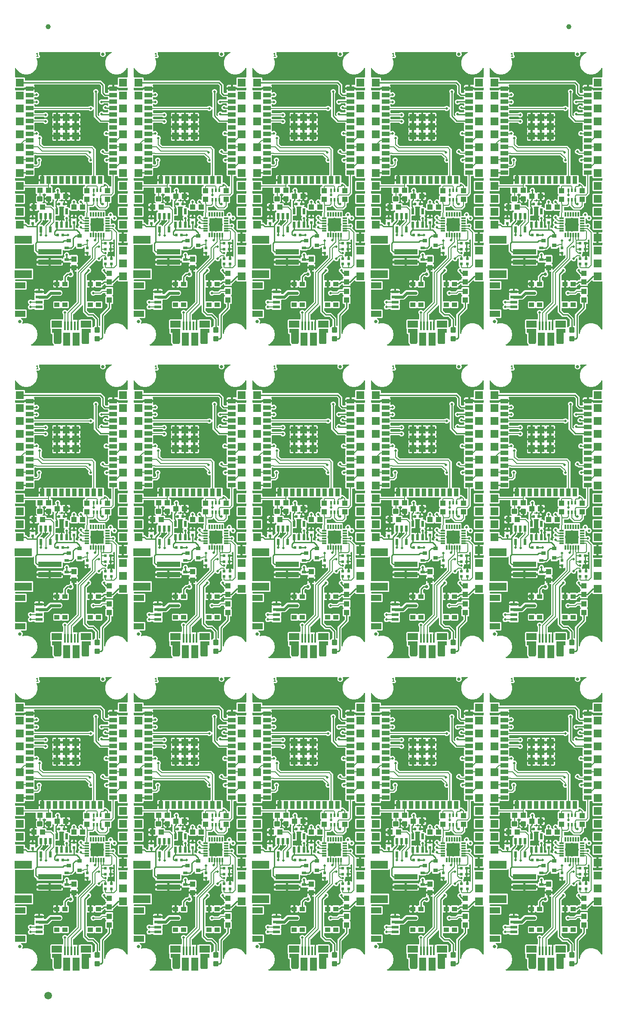
<source format=gtl>
G04 EAGLE Gerber RS-274X export*
G75*
%MOMM*%
%FSLAX34Y34*%
%LPD*%
%INTop Copper*%
%IPPOS*%
%AMOC8*
5,1,8,0,0,1.08239X$1,22.5*%
G01*
%ADD10C,0.203200*%
%ADD11R,1.000000X0.900000*%
%ADD12R,0.600000X0.600000*%
%ADD13R,0.550000X1.200000*%
%ADD14R,0.830000X0.630000*%
%ADD15R,1.000000X1.100000*%
%ADD16R,4.600000X1.000000*%
%ADD17R,3.400000X1.600000*%
%ADD18C,0.300000*%
%ADD19R,0.900000X0.800000*%
%ADD20R,1.100000X1.000000*%
%ADD21R,0.300000X0.660000*%
%ADD22R,2.000000X1.200000*%
%ADD23R,1.350000X0.600000*%
%ADD24R,0.850000X0.300000*%
%ADD25R,0.300000X0.850000*%
%ADD26R,2.550000X2.550000*%
%ADD27R,1.524000X1.524000*%
%ADD28C,0.635000*%
%ADD29R,0.400000X1.750000*%
%ADD30R,2.000000X1.460000*%
%ADD31R,1.425000X2.500000*%
%ADD32C,1.000000*%
%ADD33C,1.100000*%
%ADD34R,1.500000X0.900000*%
%ADD35R,0.900000X1.500000*%
%ADD36R,1.330000X1.330000*%
%ADD37C,1.500000*%
%ADD38C,0.508000*%
%ADD39C,0.254000*%
%ADD40C,0.609600*%
%ADD41C,0.406400*%

G36*
X1013927Y618252D02*
X1013927Y618252D01*
X1014036Y618260D01*
X1014068Y618272D01*
X1014101Y618277D01*
X1014200Y618321D01*
X1014302Y618359D01*
X1014330Y618379D01*
X1014361Y618393D01*
X1014444Y618463D01*
X1014531Y618527D01*
X1014552Y618554D01*
X1014578Y618576D01*
X1014638Y618667D01*
X1014704Y618753D01*
X1014716Y618785D01*
X1014735Y618813D01*
X1014768Y618917D01*
X1014808Y619018D01*
X1014811Y619052D01*
X1014821Y619084D01*
X1014824Y619193D01*
X1014834Y619301D01*
X1014827Y619331D01*
X1014828Y619368D01*
X1014773Y619579D01*
X1014763Y619629D01*
X1014668Y619867D01*
X1014667Y619868D01*
X1014666Y619870D01*
X1014598Y619989D01*
X1014526Y620113D01*
X1014525Y620114D01*
X1014524Y620116D01*
X1014424Y620212D01*
X1014322Y620311D01*
X1014320Y620312D01*
X1014319Y620313D01*
X1014303Y620321D01*
X1014071Y620444D01*
X1014041Y620451D01*
X1014018Y620462D01*
X1013878Y620504D01*
X1013867Y620524D01*
X1013832Y620572D01*
X1013805Y620625D01*
X1013757Y620674D01*
X1013699Y620753D01*
X1013619Y620815D01*
X1013570Y620865D01*
X1013552Y620878D01*
X1013529Y621023D01*
X1013528Y621025D01*
X1013528Y621027D01*
X1013486Y621163D01*
X1013446Y621295D01*
X1013445Y621296D01*
X1013444Y621298D01*
X1013367Y621416D01*
X1013291Y621533D01*
X1013289Y621534D01*
X1013288Y621536D01*
X1013275Y621547D01*
X1013076Y621719D01*
X1013048Y621732D01*
X1013028Y621748D01*
X1012901Y621820D01*
X1012895Y621842D01*
X1012871Y621897D01*
X1012857Y621954D01*
X1012821Y622013D01*
X1012782Y622103D01*
X1012717Y622181D01*
X1012681Y622241D01*
X1012666Y622258D01*
X1012677Y622413D01*
X1012668Y622529D01*
X1012666Y622645D01*
X1012658Y622668D01*
X1012656Y622697D01*
X1012560Y622959D01*
X1012558Y622963D01*
X1012488Y623094D01*
X1012320Y623323D01*
X1012313Y623328D01*
X1012309Y623334D01*
X1012170Y623473D01*
X1012166Y623500D01*
X1012164Y623580D01*
X1012147Y623631D01*
X1012137Y623702D01*
X1012103Y623777D01*
X1012132Y623874D01*
X1012175Y624155D01*
X1012174Y624163D01*
X1012175Y624170D01*
X1012175Y624328D01*
X1012166Y624390D01*
X1012167Y624445D01*
X1012147Y624524D01*
X1012144Y624544D01*
X1012139Y624594D01*
X1011910Y625427D01*
X1012037Y625650D01*
X1012072Y625739D01*
X1012115Y625824D01*
X1012122Y625865D01*
X1012142Y625914D01*
X1012158Y626081D01*
X1012170Y626155D01*
X1012135Y639279D01*
X1012127Y639335D01*
X1012129Y639392D01*
X1012107Y639475D01*
X1012095Y639560D01*
X1012071Y639612D01*
X1012057Y639667D01*
X1012013Y639741D01*
X1011978Y639819D01*
X1011941Y639863D01*
X1011912Y639912D01*
X1011849Y639970D01*
X1011794Y640036D01*
X1011746Y640067D01*
X1011704Y640106D01*
X1011628Y640145D01*
X1011557Y640193D01*
X1011502Y640210D01*
X1011451Y640236D01*
X1011382Y640247D01*
X1011285Y640278D01*
X1011187Y640280D01*
X1011120Y640291D01*
X1010440Y640291D01*
X1009408Y641340D01*
X1009405Y641342D01*
X1009403Y641345D01*
X1008362Y642386D01*
X1008373Y643858D01*
X1008373Y643862D01*
X1008373Y643866D01*
X1008373Y645658D01*
X1008374Y645671D01*
X1008388Y645749D01*
X1008423Y650257D01*
X1008423Y650261D01*
X1008423Y650265D01*
X1008423Y650341D01*
X1008411Y650428D01*
X1008408Y650515D01*
X1008391Y650568D01*
X1008383Y650623D01*
X1008348Y650702D01*
X1008321Y650786D01*
X1008293Y650825D01*
X1008267Y650882D01*
X1008171Y650995D01*
X1008126Y651059D01*
X1007689Y651496D01*
X1007689Y668200D01*
X1009178Y669689D01*
X1031658Y669689D01*
X1031716Y669697D01*
X1031774Y669695D01*
X1031856Y669717D01*
X1031940Y669729D01*
X1031993Y669752D01*
X1032049Y669767D01*
X1032122Y669810D01*
X1032199Y669845D01*
X1032244Y669883D01*
X1032294Y669912D01*
X1032352Y669974D01*
X1032416Y670028D01*
X1032448Y670077D01*
X1032488Y670120D01*
X1032527Y670195D01*
X1032574Y670265D01*
X1032591Y670321D01*
X1032618Y670373D01*
X1032629Y670441D01*
X1032659Y670536D01*
X1032662Y670636D01*
X1032673Y670704D01*
X1032673Y679211D01*
X1032666Y679260D01*
X1032667Y679268D01*
X1032664Y679280D01*
X1032661Y679298D01*
X1032658Y679385D01*
X1032641Y679438D01*
X1032633Y679492D01*
X1032598Y679572D01*
X1032571Y679655D01*
X1032543Y679695D01*
X1032517Y679752D01*
X1032421Y679865D01*
X1032376Y679929D01*
X1031923Y680382D01*
X1031149Y682249D01*
X1031149Y684271D01*
X1031923Y686138D01*
X1033352Y687567D01*
X1035219Y688341D01*
X1037241Y688341D01*
X1039108Y687567D01*
X1040445Y686231D01*
X1040491Y686195D01*
X1040532Y686153D01*
X1040605Y686110D01*
X1040672Y686060D01*
X1040727Y686039D01*
X1040777Y686009D01*
X1040859Y685988D01*
X1040938Y685958D01*
X1040996Y685954D01*
X1041053Y685939D01*
X1041137Y685942D01*
X1041221Y685935D01*
X1041278Y685946D01*
X1041337Y685948D01*
X1041417Y685974D01*
X1041500Y685991D01*
X1041552Y686018D01*
X1041607Y686036D01*
X1041663Y686076D01*
X1041752Y686122D01*
X1041824Y686190D01*
X1041881Y686231D01*
X1059136Y703486D01*
X1059188Y703556D01*
X1059248Y703620D01*
X1059274Y703669D01*
X1059307Y703713D01*
X1059338Y703795D01*
X1059378Y703873D01*
X1059386Y703920D01*
X1059408Y703979D01*
X1059420Y704126D01*
X1059433Y704204D01*
X1059433Y762224D01*
X1059425Y762282D01*
X1059427Y762340D01*
X1059405Y762422D01*
X1059393Y762506D01*
X1059370Y762559D01*
X1059355Y762615D01*
X1059312Y762688D01*
X1059277Y762765D01*
X1059239Y762810D01*
X1059210Y762860D01*
X1059148Y762918D01*
X1059094Y762982D01*
X1059045Y763014D01*
X1059002Y763054D01*
X1058927Y763093D01*
X1058857Y763140D01*
X1058801Y763157D01*
X1058749Y763184D01*
X1058681Y763195D01*
X1058586Y763225D01*
X1058486Y763228D01*
X1058418Y763239D01*
X1056131Y763239D01*
X1056131Y769249D01*
X1061641Y769249D01*
X1061641Y768132D01*
X1061645Y768103D01*
X1061642Y768073D01*
X1061665Y767962D01*
X1061681Y767850D01*
X1061693Y767824D01*
X1061698Y767795D01*
X1061750Y767694D01*
X1061797Y767591D01*
X1061816Y767568D01*
X1061829Y767542D01*
X1061907Y767460D01*
X1061980Y767374D01*
X1062005Y767358D01*
X1062025Y767336D01*
X1062123Y767279D01*
X1062217Y767216D01*
X1062245Y767207D01*
X1062270Y767193D01*
X1062380Y767165D01*
X1062488Y767130D01*
X1062518Y767130D01*
X1062546Y767122D01*
X1062659Y767126D01*
X1062772Y767123D01*
X1062801Y767131D01*
X1062830Y767132D01*
X1062938Y767166D01*
X1063047Y767195D01*
X1063073Y767210D01*
X1063101Y767219D01*
X1063164Y767265D01*
X1063292Y767340D01*
X1063335Y767386D01*
X1063374Y767414D01*
X1087076Y791116D01*
X1087116Y791169D01*
X1087117Y791170D01*
X1087128Y791186D01*
X1087188Y791250D01*
X1087214Y791299D01*
X1087247Y791343D01*
X1087267Y791395D01*
X1087274Y791406D01*
X1087282Y791433D01*
X1087318Y791503D01*
X1087326Y791550D01*
X1087348Y791609D01*
X1087352Y791652D01*
X1087359Y791677D01*
X1087362Y791764D01*
X1087373Y791834D01*
X1087373Y794739D01*
X1087369Y794768D01*
X1087372Y794797D01*
X1087349Y794908D01*
X1087333Y795021D01*
X1087321Y795047D01*
X1087316Y795076D01*
X1087264Y795177D01*
X1087217Y795280D01*
X1087198Y795302D01*
X1087185Y795328D01*
X1087107Y795411D01*
X1087034Y795497D01*
X1087009Y795513D01*
X1086989Y795535D01*
X1086891Y795592D01*
X1086797Y795655D01*
X1086769Y795663D01*
X1086744Y795678D01*
X1086634Y795706D01*
X1086526Y795740D01*
X1086497Y795741D01*
X1086468Y795748D01*
X1086355Y795745D01*
X1086242Y795748D01*
X1086213Y795740D01*
X1086184Y795739D01*
X1086076Y795704D01*
X1085967Y795676D01*
X1085941Y795661D01*
X1085913Y795652D01*
X1085849Y795606D01*
X1085722Y795531D01*
X1085679Y795485D01*
X1085640Y795457D01*
X1085330Y795147D01*
X1084751Y794812D01*
X1084104Y794639D01*
X1082269Y794639D01*
X1082269Y799696D01*
X1082261Y799754D01*
X1082263Y799812D01*
X1082241Y799894D01*
X1082229Y799977D01*
X1082206Y800031D01*
X1082191Y800087D01*
X1082148Y800160D01*
X1082113Y800237D01*
X1082075Y800281D01*
X1082046Y800332D01*
X1081984Y800389D01*
X1081930Y800454D01*
X1081881Y800486D01*
X1081838Y800526D01*
X1081763Y800565D01*
X1081693Y800611D01*
X1081637Y800629D01*
X1081585Y800656D01*
X1081517Y800667D01*
X1081422Y800697D01*
X1081322Y800700D01*
X1081295Y800704D01*
X1081293Y800722D01*
X1081294Y800780D01*
X1081273Y800862D01*
X1081261Y800946D01*
X1081237Y800999D01*
X1081223Y801055D01*
X1081179Y801128D01*
X1081145Y801205D01*
X1081107Y801250D01*
X1081077Y801300D01*
X1081016Y801358D01*
X1080961Y801422D01*
X1080913Y801454D01*
X1080870Y801494D01*
X1080795Y801533D01*
X1080725Y801580D01*
X1080669Y801597D01*
X1080617Y801624D01*
X1080549Y801635D01*
X1080454Y801665D01*
X1080354Y801668D01*
X1080286Y801679D01*
X1075229Y801679D01*
X1075229Y803514D01*
X1075402Y804161D01*
X1075669Y804623D01*
X1075695Y804686D01*
X1075729Y804745D01*
X1075748Y804818D01*
X1075776Y804887D01*
X1075783Y804955D01*
X1075799Y805021D01*
X1075797Y805095D01*
X1075805Y805170D01*
X1075793Y805237D01*
X1075790Y805305D01*
X1075767Y805376D01*
X1075754Y805449D01*
X1075724Y805511D01*
X1075703Y805575D01*
X1075667Y805626D01*
X1075628Y805704D01*
X1075551Y805788D01*
X1075508Y805849D01*
X1075229Y806128D01*
X1075229Y810158D01*
X1075222Y810210D01*
X1075223Y810235D01*
X1075222Y810239D01*
X1075223Y810274D01*
X1075201Y810356D01*
X1075189Y810440D01*
X1075166Y810493D01*
X1075151Y810549D01*
X1075108Y810622D01*
X1075073Y810699D01*
X1075035Y810744D01*
X1075006Y810794D01*
X1074944Y810852D01*
X1074890Y810916D01*
X1074841Y810948D01*
X1074798Y810988D01*
X1074723Y811027D01*
X1074653Y811074D01*
X1074597Y811091D01*
X1074545Y811118D01*
X1074477Y811129D01*
X1074382Y811159D01*
X1074282Y811162D01*
X1074214Y811173D01*
X1073426Y811173D01*
X1073368Y811165D01*
X1073310Y811167D01*
X1073228Y811145D01*
X1073144Y811133D01*
X1073091Y811110D01*
X1073035Y811095D01*
X1072962Y811052D01*
X1072885Y811017D01*
X1072840Y810979D01*
X1072790Y810950D01*
X1072732Y810888D01*
X1072668Y810834D01*
X1072636Y810785D01*
X1072596Y810742D01*
X1072557Y810667D01*
X1072510Y810597D01*
X1072493Y810541D01*
X1072466Y810489D01*
X1072455Y810421D01*
X1072425Y810326D01*
X1072422Y810226D01*
X1072411Y810158D01*
X1072411Y809678D01*
X1070922Y808189D01*
X1059818Y808189D01*
X1058329Y809678D01*
X1058329Y811869D01*
X1058325Y811898D01*
X1058328Y811927D01*
X1058305Y812038D01*
X1058289Y812151D01*
X1058277Y812177D01*
X1058272Y812206D01*
X1058219Y812307D01*
X1058173Y812410D01*
X1058154Y812432D01*
X1058141Y812458D01*
X1058063Y812541D01*
X1057990Y812627D01*
X1057965Y812643D01*
X1057945Y812665D01*
X1057847Y812722D01*
X1057753Y812785D01*
X1057725Y812793D01*
X1057700Y812808D01*
X1057590Y812836D01*
X1057482Y812870D01*
X1057452Y812871D01*
X1057424Y812878D01*
X1057311Y812875D01*
X1057198Y812878D01*
X1057169Y812870D01*
X1057140Y812869D01*
X1057032Y812834D01*
X1056923Y812806D01*
X1056897Y812791D01*
X1056869Y812782D01*
X1056806Y812736D01*
X1056678Y812661D01*
X1056635Y812615D01*
X1056596Y812587D01*
X1053971Y809962D01*
X1050528Y806519D01*
X1047633Y806519D01*
X1047546Y806507D01*
X1047459Y806504D01*
X1047406Y806487D01*
X1047351Y806479D01*
X1047272Y806444D01*
X1047188Y806417D01*
X1047149Y806389D01*
X1047092Y806363D01*
X1046979Y806267D01*
X1046915Y806222D01*
X1045332Y804639D01*
X1034928Y804639D01*
X1033792Y805775D01*
X1033768Y805793D01*
X1033749Y805815D01*
X1033697Y805850D01*
X1033673Y805873D01*
X1033638Y805891D01*
X1033565Y805946D01*
X1033537Y805956D01*
X1033513Y805973D01*
X1033421Y806002D01*
X1033419Y806002D01*
X1033417Y806003D01*
X1033405Y806007D01*
X1033299Y806047D01*
X1033270Y806050D01*
X1033242Y806058D01*
X1033128Y806061D01*
X1033016Y806071D01*
X1032987Y806065D01*
X1032958Y806066D01*
X1032848Y806037D01*
X1032737Y806015D01*
X1032711Y806001D01*
X1032683Y805994D01*
X1032585Y805936D01*
X1032485Y805884D01*
X1032463Y805864D01*
X1032438Y805849D01*
X1032361Y805766D01*
X1032279Y805688D01*
X1032264Y805663D01*
X1032244Y805641D01*
X1032192Y805540D01*
X1032135Y805443D01*
X1032128Y805414D01*
X1032114Y805388D01*
X1032101Y805311D01*
X1032088Y805260D01*
X1032073Y805211D01*
X1032072Y805197D01*
X1032065Y805167D01*
X1032067Y805105D01*
X1032059Y805057D01*
X1032059Y796428D01*
X1030570Y794939D01*
X982466Y794939D01*
X980977Y796428D01*
X980977Y797654D01*
X980969Y797712D01*
X980971Y797770D01*
X980949Y797852D01*
X980937Y797936D01*
X980914Y797989D01*
X980899Y798045D01*
X980856Y798118D01*
X980821Y798195D01*
X980783Y798240D01*
X980754Y798290D01*
X980692Y798348D01*
X980638Y798412D01*
X980589Y798444D01*
X980546Y798484D01*
X980471Y798523D01*
X980401Y798570D01*
X980387Y798574D01*
X975359Y803602D01*
X975359Y816277D01*
X975355Y816306D01*
X975358Y816335D01*
X975335Y816446D01*
X975319Y816559D01*
X975307Y816585D01*
X975302Y816614D01*
X975249Y816715D01*
X975203Y816818D01*
X975184Y816840D01*
X975171Y816866D01*
X975093Y816949D01*
X975020Y817035D01*
X974995Y817051D01*
X974975Y817073D01*
X974877Y817130D01*
X974783Y817193D01*
X974755Y817201D01*
X974730Y817216D01*
X974620Y817244D01*
X974512Y817278D01*
X974482Y817279D01*
X974454Y817286D01*
X974341Y817283D01*
X974228Y817286D01*
X974199Y817278D01*
X974170Y817277D01*
X974062Y817242D01*
X973953Y817214D01*
X973927Y817199D01*
X973899Y817190D01*
X973835Y817144D01*
X973708Y817069D01*
X973665Y817023D01*
X973626Y816995D01*
X972570Y815939D01*
X939292Y815939D01*
X939234Y815931D01*
X939176Y815933D01*
X939094Y815911D01*
X939010Y815899D01*
X938957Y815876D01*
X938901Y815861D01*
X938828Y815818D01*
X938751Y815783D01*
X938706Y815745D01*
X938656Y815716D01*
X938598Y815654D01*
X938534Y815600D01*
X938502Y815551D01*
X938462Y815508D01*
X938423Y815433D01*
X938376Y815363D01*
X938359Y815307D01*
X938332Y815255D01*
X938321Y815187D01*
X938291Y815092D01*
X938288Y814992D01*
X938277Y814924D01*
X938277Y770036D01*
X938285Y769978D01*
X938283Y769920D01*
X938305Y769838D01*
X938317Y769754D01*
X938340Y769701D01*
X938355Y769645D01*
X938398Y769572D01*
X938433Y769495D01*
X938471Y769450D01*
X938500Y769400D01*
X938562Y769342D01*
X938616Y769278D01*
X938665Y769246D01*
X938708Y769206D01*
X938783Y769167D01*
X938853Y769120D01*
X938909Y769103D01*
X938961Y769076D01*
X939029Y769065D01*
X939124Y769035D01*
X939224Y769032D01*
X939292Y769021D01*
X972570Y769021D01*
X974059Y767532D01*
X974059Y749428D01*
X972570Y747939D01*
X939292Y747939D01*
X939234Y747931D01*
X939176Y747933D01*
X939094Y747911D01*
X939010Y747899D01*
X938957Y747876D01*
X938901Y747861D01*
X938828Y747818D01*
X938751Y747783D01*
X938706Y747745D01*
X938656Y747716D01*
X938598Y747654D01*
X938534Y747600D01*
X938502Y747551D01*
X938462Y747508D01*
X938423Y747433D01*
X938376Y747363D01*
X938359Y747307D01*
X938332Y747255D01*
X938321Y747187D01*
X938291Y747092D01*
X938288Y746992D01*
X938277Y746924D01*
X938277Y746216D01*
X938285Y746158D01*
X938283Y746100D01*
X938305Y746018D01*
X938317Y745934D01*
X938340Y745881D01*
X938355Y745825D01*
X938398Y745752D01*
X938433Y745675D01*
X938471Y745630D01*
X938500Y745580D01*
X938562Y745522D01*
X938616Y745458D01*
X938665Y745426D01*
X938708Y745386D01*
X938783Y745347D01*
X938853Y745300D01*
X938909Y745283D01*
X938961Y745256D01*
X939029Y745245D01*
X939124Y745215D01*
X939224Y745212D01*
X939292Y745201D01*
X959822Y745201D01*
X961311Y743712D01*
X961311Y729608D01*
X959822Y728119D01*
X939292Y728119D01*
X939234Y728111D01*
X939176Y728113D01*
X939094Y728091D01*
X939010Y728079D01*
X938957Y728056D01*
X938901Y728041D01*
X938828Y727998D01*
X938751Y727963D01*
X938706Y727925D01*
X938656Y727896D01*
X938598Y727834D01*
X938534Y727780D01*
X938502Y727731D01*
X938462Y727688D01*
X938423Y727613D01*
X938376Y727543D01*
X938359Y727487D01*
X938332Y727435D01*
X938321Y727367D01*
X938291Y727272D01*
X938288Y727172D01*
X938277Y727104D01*
X938277Y690216D01*
X938285Y690158D01*
X938283Y690100D01*
X938305Y690018D01*
X938317Y689934D01*
X938340Y689881D01*
X938355Y689825D01*
X938398Y689752D01*
X938433Y689675D01*
X938471Y689630D01*
X938500Y689580D01*
X938562Y689522D01*
X938616Y689458D01*
X938665Y689426D01*
X938708Y689386D01*
X938783Y689347D01*
X938853Y689300D01*
X938909Y689283D01*
X938961Y689256D01*
X939029Y689245D01*
X939124Y689215D01*
X939224Y689212D01*
X939292Y689201D01*
X959822Y689201D01*
X961311Y687712D01*
X961311Y673608D01*
X959822Y672119D01*
X951315Y672119D01*
X951286Y672115D01*
X951257Y672118D01*
X951146Y672095D01*
X951034Y672079D01*
X951007Y672067D01*
X950978Y672062D01*
X950877Y672009D01*
X950774Y671963D01*
X950752Y671944D01*
X950726Y671931D01*
X950644Y671853D01*
X950557Y671780D01*
X950541Y671755D01*
X950520Y671735D01*
X950462Y671637D01*
X950400Y671543D01*
X950391Y671515D01*
X950376Y671490D01*
X950348Y671380D01*
X950314Y671272D01*
X950313Y671242D01*
X950306Y671214D01*
X950309Y671101D01*
X950306Y670988D01*
X950314Y670959D01*
X950315Y670930D01*
X950350Y670822D01*
X950378Y670713D01*
X950393Y670687D01*
X950402Y670659D01*
X950448Y670596D01*
X950524Y670468D01*
X950569Y670425D01*
X950597Y670386D01*
X952266Y668718D01*
X953136Y666617D01*
X953136Y664343D01*
X952415Y662603D01*
X952413Y662596D01*
X952410Y662590D01*
X952378Y662458D01*
X952344Y662328D01*
X952344Y662321D01*
X952343Y662314D01*
X952348Y662178D01*
X952352Y662043D01*
X952354Y662037D01*
X952355Y662030D01*
X952398Y661901D01*
X952439Y661773D01*
X952443Y661767D01*
X952445Y661760D01*
X952522Y661648D01*
X952597Y661537D01*
X952602Y661532D01*
X952606Y661526D01*
X952712Y661440D01*
X952815Y661354D01*
X952821Y661351D01*
X952827Y661346D01*
X952951Y661293D01*
X953074Y661238D01*
X953081Y661237D01*
X953088Y661234D01*
X953221Y661218D01*
X953356Y661199D01*
X953363Y661200D01*
X953370Y661199D01*
X953416Y661208D01*
X953637Y661240D01*
X953671Y661255D01*
X953700Y661260D01*
X956223Y662179D01*
X964017Y662179D01*
X971340Y659513D01*
X977310Y654504D01*
X981206Y647755D01*
X982560Y640080D01*
X981206Y632405D01*
X977310Y625656D01*
X971340Y620647D01*
X970129Y620206D01*
X970034Y620155D01*
X969935Y620111D01*
X969909Y620089D01*
X969878Y620072D01*
X969801Y619997D01*
X969718Y619927D01*
X969699Y619899D01*
X969674Y619874D01*
X969621Y619781D01*
X969561Y619691D01*
X969550Y619658D01*
X969533Y619628D01*
X969508Y619523D01*
X969475Y619420D01*
X969474Y619385D01*
X969466Y619351D01*
X969470Y619244D01*
X969468Y619136D01*
X969476Y619102D01*
X969478Y619067D01*
X969512Y618965D01*
X969539Y618861D01*
X969557Y618831D01*
X969568Y618798D01*
X969630Y618709D01*
X969685Y618616D01*
X969710Y618592D01*
X969730Y618564D01*
X969813Y618496D01*
X969892Y618422D01*
X969923Y618406D01*
X969950Y618384D01*
X970049Y618341D01*
X970145Y618292D01*
X970176Y618287D01*
X970211Y618272D01*
X970424Y618246D01*
X970476Y618237D01*
X1013820Y618237D01*
X1013927Y618252D01*
G37*
G36*
X546567Y618252D02*
X546567Y618252D01*
X546676Y618260D01*
X546708Y618272D01*
X546741Y618277D01*
X546841Y618321D01*
X546942Y618359D01*
X546970Y618379D01*
X547001Y618393D01*
X547084Y618463D01*
X547171Y618527D01*
X547192Y618555D01*
X547218Y618576D01*
X547278Y618667D01*
X547344Y618753D01*
X547357Y618785D01*
X547375Y618813D01*
X547408Y618917D01*
X547448Y619018D01*
X547451Y619052D01*
X547461Y619084D01*
X547464Y619193D01*
X547474Y619301D01*
X547468Y619331D01*
X547468Y619368D01*
X547413Y619579D01*
X547403Y619629D01*
X547308Y619867D01*
X547307Y619868D01*
X547306Y619870D01*
X547236Y619991D01*
X547166Y620113D01*
X547165Y620115D01*
X547164Y620116D01*
X547064Y620212D01*
X546962Y620311D01*
X546960Y620312D01*
X546959Y620313D01*
X546944Y620321D01*
X546711Y620444D01*
X546681Y620451D01*
X546658Y620462D01*
X546518Y620504D01*
X546507Y620524D01*
X546472Y620572D01*
X546445Y620625D01*
X546397Y620674D01*
X546339Y620753D01*
X546259Y620815D01*
X546210Y620865D01*
X546192Y620878D01*
X546169Y621023D01*
X546168Y621025D01*
X546168Y621027D01*
X546126Y621163D01*
X546086Y621295D01*
X546085Y621296D01*
X546084Y621298D01*
X546008Y621415D01*
X545931Y621533D01*
X545929Y621534D01*
X545928Y621536D01*
X545915Y621547D01*
X545716Y621719D01*
X545688Y621732D01*
X545668Y621748D01*
X545541Y621820D01*
X545535Y621842D01*
X545511Y621897D01*
X545497Y621955D01*
X545461Y622013D01*
X545422Y622103D01*
X545357Y622181D01*
X545321Y622241D01*
X545306Y622258D01*
X545317Y622413D01*
X545308Y622529D01*
X545306Y622645D01*
X545298Y622668D01*
X545296Y622697D01*
X545200Y622959D01*
X545198Y622963D01*
X545128Y623094D01*
X544960Y623323D01*
X544953Y623328D01*
X544949Y623334D01*
X544810Y623473D01*
X544806Y623500D01*
X544804Y623580D01*
X544787Y623631D01*
X544777Y623702D01*
X544743Y623777D01*
X544772Y623874D01*
X544815Y624155D01*
X544814Y624163D01*
X544815Y624170D01*
X544815Y624328D01*
X544806Y624390D01*
X544807Y624445D01*
X544787Y624524D01*
X544784Y624544D01*
X544779Y624594D01*
X544550Y625427D01*
X544677Y625650D01*
X544712Y625739D01*
X544755Y625824D01*
X544762Y625865D01*
X544782Y625914D01*
X544798Y626081D01*
X544810Y626155D01*
X544775Y639279D01*
X544767Y639335D01*
X544769Y639392D01*
X544747Y639475D01*
X544735Y639560D01*
X544711Y639612D01*
X544697Y639667D01*
X544653Y639741D01*
X544618Y639819D01*
X544581Y639863D01*
X544552Y639912D01*
X544489Y639970D01*
X544434Y640036D01*
X544386Y640067D01*
X544344Y640106D01*
X544268Y640145D01*
X544197Y640193D01*
X544142Y640210D01*
X544091Y640236D01*
X544022Y640247D01*
X543925Y640278D01*
X543827Y640280D01*
X543760Y640291D01*
X543080Y640291D01*
X542048Y641340D01*
X542045Y641342D01*
X542043Y641345D01*
X541002Y642386D01*
X541013Y643858D01*
X541013Y643862D01*
X541013Y643866D01*
X541013Y645658D01*
X541014Y645671D01*
X541028Y645749D01*
X541063Y650258D01*
X541063Y650263D01*
X541063Y650266D01*
X541063Y650341D01*
X541051Y650428D01*
X541048Y650515D01*
X541031Y650568D01*
X541023Y650623D01*
X540988Y650702D01*
X540961Y650786D01*
X540933Y650825D01*
X540907Y650882D01*
X540811Y650995D01*
X540766Y651059D01*
X540329Y651496D01*
X540329Y668200D01*
X541818Y669689D01*
X564298Y669689D01*
X564356Y669697D01*
X564414Y669695D01*
X564496Y669717D01*
X564580Y669729D01*
X564633Y669752D01*
X564689Y669767D01*
X564762Y669810D01*
X564839Y669845D01*
X564884Y669883D01*
X564934Y669912D01*
X564992Y669974D01*
X565056Y670028D01*
X565088Y670077D01*
X565128Y670120D01*
X565167Y670195D01*
X565214Y670265D01*
X565231Y670321D01*
X565258Y670373D01*
X565269Y670441D01*
X565299Y670536D01*
X565302Y670636D01*
X565313Y670704D01*
X565313Y679211D01*
X565306Y679260D01*
X565307Y679268D01*
X565304Y679280D01*
X565301Y679298D01*
X565298Y679385D01*
X565281Y679438D01*
X565273Y679492D01*
X565238Y679572D01*
X565211Y679655D01*
X565183Y679695D01*
X565157Y679752D01*
X565061Y679865D01*
X565016Y679929D01*
X564563Y680382D01*
X563789Y682249D01*
X563789Y684271D01*
X564563Y686138D01*
X565992Y687567D01*
X567859Y688341D01*
X569881Y688341D01*
X571748Y687567D01*
X573085Y686231D01*
X573131Y686195D01*
X573172Y686153D01*
X573245Y686110D01*
X573312Y686060D01*
X573367Y686039D01*
X573417Y686009D01*
X573499Y685988D01*
X573578Y685958D01*
X573636Y685954D01*
X573693Y685939D01*
X573777Y685942D01*
X573861Y685935D01*
X573918Y685946D01*
X573977Y685948D01*
X574057Y685974D01*
X574140Y685991D01*
X574192Y686018D01*
X574247Y686036D01*
X574303Y686076D01*
X574392Y686122D01*
X574464Y686190D01*
X574521Y686231D01*
X591776Y703486D01*
X591828Y703556D01*
X591888Y703620D01*
X591914Y703669D01*
X591947Y703713D01*
X591978Y703795D01*
X592018Y703873D01*
X592026Y703920D01*
X592048Y703979D01*
X592060Y704126D01*
X592073Y704204D01*
X592073Y762224D01*
X592065Y762282D01*
X592067Y762340D01*
X592045Y762422D01*
X592033Y762506D01*
X592010Y762559D01*
X591995Y762615D01*
X591952Y762688D01*
X591917Y762765D01*
X591879Y762810D01*
X591850Y762860D01*
X591788Y762918D01*
X591734Y762982D01*
X591685Y763014D01*
X591642Y763054D01*
X591567Y763093D01*
X591497Y763140D01*
X591441Y763157D01*
X591389Y763184D01*
X591321Y763195D01*
X591226Y763225D01*
X591126Y763228D01*
X591058Y763239D01*
X588771Y763239D01*
X588771Y769249D01*
X594281Y769249D01*
X594281Y768132D01*
X594285Y768103D01*
X594282Y768073D01*
X594305Y767962D01*
X594321Y767850D01*
X594333Y767824D01*
X594338Y767795D01*
X594390Y767694D01*
X594437Y767591D01*
X594456Y767568D01*
X594469Y767542D01*
X594547Y767460D01*
X594620Y767374D01*
X594645Y767358D01*
X594665Y767336D01*
X594763Y767279D01*
X594857Y767216D01*
X594885Y767207D01*
X594910Y767193D01*
X595020Y767165D01*
X595128Y767130D01*
X595158Y767130D01*
X595186Y767122D01*
X595299Y767126D01*
X595412Y767123D01*
X595441Y767131D01*
X595470Y767132D01*
X595578Y767166D01*
X595687Y767195D01*
X595713Y767210D01*
X595741Y767219D01*
X595804Y767265D01*
X595932Y767340D01*
X595975Y767386D01*
X596014Y767414D01*
X619716Y791116D01*
X619756Y791169D01*
X619757Y791170D01*
X619768Y791186D01*
X619828Y791250D01*
X619854Y791299D01*
X619887Y791343D01*
X619907Y791395D01*
X619914Y791406D01*
X619922Y791433D01*
X619958Y791503D01*
X619966Y791550D01*
X619988Y791609D01*
X619992Y791652D01*
X619999Y791677D01*
X620002Y791764D01*
X620013Y791834D01*
X620013Y794739D01*
X620009Y794768D01*
X620012Y794797D01*
X619989Y794908D01*
X619973Y795021D01*
X619961Y795047D01*
X619956Y795076D01*
X619904Y795177D01*
X619857Y795280D01*
X619838Y795302D01*
X619825Y795328D01*
X619747Y795411D01*
X619674Y795497D01*
X619649Y795513D01*
X619629Y795535D01*
X619531Y795592D01*
X619437Y795655D01*
X619409Y795663D01*
X619384Y795678D01*
X619274Y795706D01*
X619166Y795740D01*
X619137Y795741D01*
X619108Y795748D01*
X618995Y795745D01*
X618882Y795748D01*
X618853Y795740D01*
X618824Y795739D01*
X618716Y795704D01*
X618607Y795676D01*
X618581Y795661D01*
X618553Y795652D01*
X618489Y795606D01*
X618362Y795531D01*
X618319Y795485D01*
X618280Y795457D01*
X617970Y795147D01*
X617391Y794812D01*
X616744Y794639D01*
X614909Y794639D01*
X614909Y799696D01*
X614901Y799754D01*
X614903Y799812D01*
X614881Y799894D01*
X614869Y799977D01*
X614846Y800031D01*
X614831Y800087D01*
X614788Y800160D01*
X614753Y800237D01*
X614715Y800281D01*
X614686Y800332D01*
X614624Y800389D01*
X614570Y800454D01*
X614521Y800486D01*
X614478Y800526D01*
X614403Y800565D01*
X614333Y800611D01*
X614277Y800629D01*
X614225Y800656D01*
X614157Y800667D01*
X614062Y800697D01*
X613962Y800700D01*
X613935Y800704D01*
X613933Y800722D01*
X613934Y800780D01*
X613913Y800862D01*
X613901Y800946D01*
X613877Y800999D01*
X613863Y801055D01*
X613819Y801128D01*
X613785Y801205D01*
X613747Y801250D01*
X613717Y801300D01*
X613656Y801358D01*
X613601Y801422D01*
X613553Y801454D01*
X613510Y801494D01*
X613435Y801533D01*
X613365Y801580D01*
X613309Y801597D01*
X613257Y801624D01*
X613189Y801635D01*
X613094Y801665D01*
X612994Y801668D01*
X612926Y801679D01*
X607869Y801679D01*
X607869Y803514D01*
X608042Y804161D01*
X608309Y804623D01*
X608335Y804686D01*
X608369Y804745D01*
X608388Y804818D01*
X608416Y804887D01*
X608423Y804955D01*
X608439Y805021D01*
X608437Y805095D01*
X608445Y805170D01*
X608433Y805237D01*
X608430Y805305D01*
X608407Y805376D01*
X608394Y805449D01*
X608364Y805511D01*
X608343Y805575D01*
X608307Y805626D01*
X608268Y805704D01*
X608191Y805788D01*
X608148Y805849D01*
X607869Y806128D01*
X607869Y810158D01*
X607862Y810210D01*
X607863Y810235D01*
X607862Y810239D01*
X607863Y810274D01*
X607841Y810356D01*
X607829Y810440D01*
X607806Y810493D01*
X607791Y810549D01*
X607748Y810622D01*
X607713Y810699D01*
X607675Y810744D01*
X607646Y810794D01*
X607584Y810852D01*
X607530Y810916D01*
X607481Y810948D01*
X607438Y810988D01*
X607363Y811027D01*
X607293Y811074D01*
X607237Y811091D01*
X607185Y811118D01*
X607117Y811129D01*
X607022Y811159D01*
X606922Y811162D01*
X606854Y811173D01*
X606066Y811173D01*
X606008Y811165D01*
X605950Y811167D01*
X605868Y811145D01*
X605784Y811133D01*
X605731Y811110D01*
X605675Y811095D01*
X605602Y811052D01*
X605525Y811017D01*
X605480Y810979D01*
X605430Y810950D01*
X605372Y810888D01*
X605308Y810834D01*
X605276Y810785D01*
X605236Y810742D01*
X605197Y810667D01*
X605150Y810597D01*
X605133Y810541D01*
X605106Y810489D01*
X605095Y810421D01*
X605065Y810326D01*
X605062Y810226D01*
X605051Y810158D01*
X605051Y809678D01*
X603562Y808189D01*
X592458Y808189D01*
X590969Y809678D01*
X590969Y811869D01*
X590965Y811898D01*
X590968Y811927D01*
X590945Y812038D01*
X590929Y812151D01*
X590917Y812177D01*
X590912Y812206D01*
X590859Y812307D01*
X590813Y812410D01*
X590794Y812432D01*
X590781Y812458D01*
X590703Y812541D01*
X590630Y812627D01*
X590605Y812643D01*
X590585Y812665D01*
X590487Y812722D01*
X590393Y812785D01*
X590365Y812793D01*
X590340Y812808D01*
X590230Y812836D01*
X590122Y812870D01*
X590092Y812871D01*
X590064Y812878D01*
X589951Y812875D01*
X589838Y812878D01*
X589809Y812870D01*
X589780Y812869D01*
X589672Y812834D01*
X589563Y812806D01*
X589537Y812791D01*
X589509Y812782D01*
X589446Y812736D01*
X589318Y812661D01*
X589275Y812615D01*
X589236Y812587D01*
X586611Y809962D01*
X583168Y806519D01*
X580273Y806519D01*
X580186Y806507D01*
X580099Y806504D01*
X580046Y806487D01*
X579991Y806479D01*
X579912Y806444D01*
X579828Y806417D01*
X579789Y806389D01*
X579732Y806363D01*
X579619Y806267D01*
X579555Y806222D01*
X577972Y804639D01*
X567568Y804639D01*
X566432Y805775D01*
X566408Y805793D01*
X566389Y805815D01*
X566337Y805850D01*
X566313Y805873D01*
X566278Y805891D01*
X566205Y805946D01*
X566177Y805956D01*
X566153Y805973D01*
X566061Y806002D01*
X566059Y806002D01*
X566057Y806003D01*
X566045Y806007D01*
X565939Y806047D01*
X565910Y806050D01*
X565882Y806058D01*
X565768Y806061D01*
X565656Y806071D01*
X565627Y806065D01*
X565598Y806066D01*
X565488Y806037D01*
X565377Y806015D01*
X565351Y806001D01*
X565323Y805994D01*
X565225Y805936D01*
X565125Y805884D01*
X565103Y805864D01*
X565078Y805849D01*
X565001Y805766D01*
X564919Y805688D01*
X564904Y805663D01*
X564884Y805641D01*
X564832Y805540D01*
X564775Y805443D01*
X564768Y805414D01*
X564754Y805388D01*
X564741Y805311D01*
X564728Y805260D01*
X564713Y805211D01*
X564712Y805197D01*
X564705Y805167D01*
X564707Y805105D01*
X564699Y805057D01*
X564699Y796428D01*
X563210Y794939D01*
X515106Y794939D01*
X513617Y796428D01*
X513617Y797654D01*
X513609Y797712D01*
X513611Y797770D01*
X513589Y797852D01*
X513577Y797936D01*
X513554Y797989D01*
X513539Y798045D01*
X513496Y798118D01*
X513461Y798195D01*
X513423Y798240D01*
X513394Y798290D01*
X513332Y798348D01*
X513278Y798412D01*
X513229Y798444D01*
X513186Y798484D01*
X513111Y798523D01*
X513041Y798570D01*
X513027Y798574D01*
X510529Y801072D01*
X507999Y803602D01*
X507999Y816277D01*
X507995Y816306D01*
X507998Y816335D01*
X507975Y816446D01*
X507959Y816559D01*
X507947Y816585D01*
X507942Y816614D01*
X507889Y816715D01*
X507843Y816818D01*
X507824Y816840D01*
X507811Y816866D01*
X507733Y816949D01*
X507660Y817035D01*
X507635Y817051D01*
X507615Y817073D01*
X507517Y817130D01*
X507423Y817193D01*
X507395Y817201D01*
X507370Y817216D01*
X507260Y817244D01*
X507152Y817278D01*
X507122Y817279D01*
X507094Y817286D01*
X506981Y817283D01*
X506868Y817286D01*
X506839Y817278D01*
X506810Y817277D01*
X506702Y817242D01*
X506593Y817214D01*
X506567Y817199D01*
X506539Y817190D01*
X506475Y817144D01*
X506348Y817069D01*
X506305Y817023D01*
X506266Y816995D01*
X505210Y815939D01*
X471932Y815939D01*
X471874Y815931D01*
X471816Y815933D01*
X471734Y815911D01*
X471650Y815899D01*
X471597Y815876D01*
X471541Y815861D01*
X471468Y815818D01*
X471391Y815783D01*
X471346Y815745D01*
X471296Y815716D01*
X471238Y815654D01*
X471174Y815600D01*
X471142Y815551D01*
X471102Y815508D01*
X471063Y815433D01*
X471016Y815363D01*
X470999Y815307D01*
X470972Y815255D01*
X470961Y815187D01*
X470931Y815092D01*
X470928Y814992D01*
X470917Y814924D01*
X470917Y770036D01*
X470925Y769978D01*
X470923Y769920D01*
X470945Y769838D01*
X470957Y769754D01*
X470980Y769701D01*
X470995Y769645D01*
X471038Y769572D01*
X471073Y769495D01*
X471111Y769450D01*
X471140Y769400D01*
X471202Y769342D01*
X471256Y769278D01*
X471305Y769246D01*
X471348Y769206D01*
X471423Y769167D01*
X471493Y769120D01*
X471549Y769103D01*
X471601Y769076D01*
X471669Y769065D01*
X471764Y769035D01*
X471864Y769032D01*
X471932Y769021D01*
X505210Y769021D01*
X506699Y767532D01*
X506699Y749428D01*
X505210Y747939D01*
X471932Y747939D01*
X471874Y747931D01*
X471816Y747933D01*
X471734Y747911D01*
X471650Y747899D01*
X471597Y747876D01*
X471541Y747861D01*
X471468Y747818D01*
X471391Y747783D01*
X471346Y747745D01*
X471296Y747716D01*
X471238Y747654D01*
X471174Y747600D01*
X471142Y747551D01*
X471102Y747508D01*
X471063Y747433D01*
X471016Y747363D01*
X470999Y747307D01*
X470972Y747255D01*
X470961Y747187D01*
X470931Y747092D01*
X470928Y746992D01*
X470917Y746924D01*
X470917Y746216D01*
X470925Y746158D01*
X470923Y746100D01*
X470945Y746018D01*
X470957Y745934D01*
X470980Y745881D01*
X470995Y745825D01*
X471038Y745752D01*
X471073Y745675D01*
X471111Y745630D01*
X471140Y745580D01*
X471202Y745522D01*
X471256Y745458D01*
X471305Y745426D01*
X471348Y745386D01*
X471423Y745347D01*
X471493Y745300D01*
X471549Y745283D01*
X471601Y745256D01*
X471669Y745245D01*
X471764Y745215D01*
X471864Y745212D01*
X471932Y745201D01*
X492462Y745201D01*
X493951Y743712D01*
X493951Y729608D01*
X492462Y728119D01*
X471932Y728119D01*
X471874Y728111D01*
X471816Y728113D01*
X471734Y728091D01*
X471650Y728079D01*
X471597Y728056D01*
X471541Y728041D01*
X471468Y727998D01*
X471391Y727963D01*
X471346Y727925D01*
X471296Y727896D01*
X471238Y727834D01*
X471174Y727780D01*
X471142Y727731D01*
X471102Y727688D01*
X471063Y727613D01*
X471016Y727543D01*
X470999Y727487D01*
X470972Y727435D01*
X470961Y727367D01*
X470931Y727272D01*
X470928Y727172D01*
X470917Y727104D01*
X470917Y690216D01*
X470925Y690158D01*
X470923Y690100D01*
X470945Y690018D01*
X470957Y689934D01*
X470980Y689881D01*
X470995Y689825D01*
X471038Y689752D01*
X471073Y689675D01*
X471111Y689630D01*
X471140Y689580D01*
X471202Y689522D01*
X471256Y689458D01*
X471305Y689426D01*
X471348Y689386D01*
X471423Y689347D01*
X471493Y689300D01*
X471549Y689283D01*
X471601Y689256D01*
X471669Y689245D01*
X471764Y689215D01*
X471864Y689212D01*
X471932Y689201D01*
X492462Y689201D01*
X493951Y687712D01*
X493951Y673608D01*
X492462Y672119D01*
X483955Y672119D01*
X483926Y672115D01*
X483897Y672118D01*
X483786Y672095D01*
X483674Y672079D01*
X483647Y672067D01*
X483618Y672062D01*
X483517Y672009D01*
X483414Y671963D01*
X483392Y671944D01*
X483366Y671931D01*
X483284Y671853D01*
X483197Y671780D01*
X483181Y671755D01*
X483160Y671735D01*
X483102Y671637D01*
X483040Y671543D01*
X483031Y671515D01*
X483016Y671490D01*
X482988Y671380D01*
X482954Y671272D01*
X482953Y671242D01*
X482946Y671214D01*
X482949Y671101D01*
X482946Y670988D01*
X482954Y670959D01*
X482955Y670930D01*
X482990Y670822D01*
X483018Y670713D01*
X483033Y670687D01*
X483042Y670659D01*
X483088Y670596D01*
X483164Y670468D01*
X483209Y670425D01*
X483237Y670386D01*
X484906Y668718D01*
X485776Y666617D01*
X485776Y664343D01*
X485055Y662603D01*
X485053Y662596D01*
X485050Y662590D01*
X485018Y662458D01*
X484984Y662328D01*
X484984Y662321D01*
X484983Y662314D01*
X484988Y662178D01*
X484992Y662043D01*
X484994Y662037D01*
X484995Y662030D01*
X485038Y661901D01*
X485079Y661773D01*
X485083Y661767D01*
X485085Y661760D01*
X485162Y661648D01*
X485237Y661537D01*
X485242Y661532D01*
X485246Y661526D01*
X485352Y661440D01*
X485455Y661354D01*
X485461Y661351D01*
X485467Y661346D01*
X485591Y661293D01*
X485714Y661238D01*
X485721Y661237D01*
X485728Y661234D01*
X485861Y661218D01*
X485996Y661199D01*
X486003Y661200D01*
X486010Y661199D01*
X486056Y661208D01*
X486277Y661240D01*
X486311Y661255D01*
X486340Y661260D01*
X488863Y662179D01*
X496657Y662179D01*
X503980Y659513D01*
X509950Y654504D01*
X513846Y647755D01*
X515200Y640080D01*
X513846Y632405D01*
X509950Y625656D01*
X503980Y620647D01*
X502769Y620206D01*
X502674Y620155D01*
X502575Y620111D01*
X502549Y620089D01*
X502518Y620072D01*
X502441Y619997D01*
X502358Y619927D01*
X502339Y619899D01*
X502314Y619874D01*
X502261Y619781D01*
X502201Y619691D01*
X502190Y619658D01*
X502173Y619628D01*
X502148Y619523D01*
X502115Y619420D01*
X502114Y619385D01*
X502106Y619351D01*
X502110Y619244D01*
X502108Y619136D01*
X502116Y619102D01*
X502118Y619067D01*
X502152Y618965D01*
X502179Y618861D01*
X502197Y618831D01*
X502208Y618798D01*
X502270Y618709D01*
X502325Y618616D01*
X502350Y618592D01*
X502370Y618564D01*
X502453Y618496D01*
X502532Y618422D01*
X502563Y618406D01*
X502590Y618384D01*
X502689Y618341D01*
X502785Y618292D01*
X502816Y618287D01*
X502851Y618272D01*
X503064Y618246D01*
X503116Y618237D01*
X546460Y618237D01*
X546567Y618252D01*
G37*
G36*
X312887Y618252D02*
X312887Y618252D01*
X312996Y618260D01*
X313028Y618272D01*
X313061Y618277D01*
X313160Y618321D01*
X313262Y618359D01*
X313290Y618379D01*
X313321Y618393D01*
X313404Y618463D01*
X313491Y618527D01*
X313512Y618554D01*
X313538Y618576D01*
X313598Y618667D01*
X313664Y618753D01*
X313676Y618785D01*
X313695Y618813D01*
X313728Y618917D01*
X313768Y619018D01*
X313771Y619052D01*
X313781Y619084D01*
X313784Y619193D01*
X313794Y619301D01*
X313787Y619331D01*
X313788Y619368D01*
X313733Y619579D01*
X313723Y619629D01*
X313628Y619867D01*
X313627Y619868D01*
X313626Y619870D01*
X313558Y619989D01*
X313486Y620113D01*
X313485Y620114D01*
X313484Y620116D01*
X313384Y620212D01*
X313282Y620311D01*
X313280Y620312D01*
X313279Y620313D01*
X313263Y620321D01*
X313031Y620444D01*
X313001Y620451D01*
X312978Y620462D01*
X312838Y620504D01*
X312827Y620524D01*
X312792Y620572D01*
X312765Y620625D01*
X312717Y620674D01*
X312659Y620753D01*
X312579Y620815D01*
X312530Y620865D01*
X312512Y620878D01*
X312489Y621023D01*
X312488Y621025D01*
X312488Y621027D01*
X312446Y621163D01*
X312406Y621295D01*
X312405Y621296D01*
X312404Y621298D01*
X312327Y621416D01*
X312251Y621533D01*
X312249Y621534D01*
X312248Y621536D01*
X312235Y621547D01*
X312036Y621719D01*
X312008Y621732D01*
X311988Y621748D01*
X311861Y621820D01*
X311855Y621842D01*
X311831Y621897D01*
X311817Y621954D01*
X311781Y622013D01*
X311742Y622103D01*
X311677Y622181D01*
X311641Y622241D01*
X311626Y622258D01*
X311637Y622413D01*
X311628Y622529D01*
X311626Y622645D01*
X311618Y622668D01*
X311616Y622697D01*
X311520Y622959D01*
X311518Y622963D01*
X311448Y623094D01*
X311280Y623323D01*
X311273Y623328D01*
X311269Y623334D01*
X311130Y623473D01*
X311126Y623500D01*
X311124Y623580D01*
X311107Y623631D01*
X311097Y623702D01*
X311063Y623777D01*
X311092Y623874D01*
X311135Y624155D01*
X311134Y624163D01*
X311135Y624170D01*
X311135Y624328D01*
X311126Y624390D01*
X311127Y624445D01*
X311107Y624524D01*
X311104Y624544D01*
X311099Y624594D01*
X310870Y625427D01*
X310997Y625650D01*
X311032Y625739D01*
X311075Y625824D01*
X311082Y625865D01*
X311102Y625914D01*
X311118Y626081D01*
X311130Y626155D01*
X311095Y639279D01*
X311087Y639335D01*
X311089Y639392D01*
X311067Y639475D01*
X311055Y639560D01*
X311031Y639612D01*
X311017Y639667D01*
X310973Y639741D01*
X310938Y639819D01*
X310901Y639863D01*
X310872Y639912D01*
X310809Y639970D01*
X310754Y640036D01*
X310706Y640067D01*
X310664Y640106D01*
X310588Y640145D01*
X310517Y640193D01*
X310462Y640210D01*
X310411Y640236D01*
X310342Y640247D01*
X310245Y640278D01*
X310147Y640280D01*
X310080Y640291D01*
X309400Y640291D01*
X308368Y641340D01*
X308365Y641342D01*
X308363Y641345D01*
X307322Y642386D01*
X307333Y643858D01*
X307333Y643862D01*
X307333Y643866D01*
X307333Y645658D01*
X307334Y645671D01*
X307348Y645749D01*
X307383Y650258D01*
X307383Y650263D01*
X307383Y650266D01*
X307383Y650341D01*
X307371Y650428D01*
X307368Y650515D01*
X307351Y650568D01*
X307343Y650623D01*
X307308Y650702D01*
X307281Y650786D01*
X307253Y650825D01*
X307227Y650882D01*
X307131Y650995D01*
X307086Y651059D01*
X306649Y651496D01*
X306649Y668200D01*
X308138Y669689D01*
X330618Y669689D01*
X330676Y669697D01*
X330734Y669695D01*
X330816Y669717D01*
X330900Y669729D01*
X330953Y669752D01*
X331009Y669767D01*
X331082Y669810D01*
X331159Y669845D01*
X331204Y669883D01*
X331254Y669912D01*
X331312Y669974D01*
X331376Y670028D01*
X331408Y670077D01*
X331448Y670120D01*
X331487Y670195D01*
X331534Y670265D01*
X331551Y670321D01*
X331578Y670373D01*
X331589Y670441D01*
X331619Y670536D01*
X331622Y670636D01*
X331633Y670704D01*
X331633Y679211D01*
X331626Y679260D01*
X331627Y679268D01*
X331624Y679280D01*
X331621Y679298D01*
X331618Y679385D01*
X331601Y679438D01*
X331593Y679492D01*
X331558Y679572D01*
X331531Y679655D01*
X331503Y679695D01*
X331477Y679752D01*
X331381Y679865D01*
X331336Y679929D01*
X330883Y680382D01*
X330109Y682249D01*
X330109Y684271D01*
X330883Y686138D01*
X332312Y687567D01*
X334179Y688341D01*
X336201Y688341D01*
X338068Y687567D01*
X339405Y686231D01*
X339451Y686195D01*
X339492Y686153D01*
X339565Y686110D01*
X339632Y686060D01*
X339687Y686039D01*
X339737Y686009D01*
X339819Y685988D01*
X339898Y685958D01*
X339956Y685954D01*
X340013Y685939D01*
X340097Y685942D01*
X340181Y685935D01*
X340238Y685946D01*
X340297Y685948D01*
X340377Y685974D01*
X340460Y685991D01*
X340512Y686018D01*
X340567Y686036D01*
X340623Y686076D01*
X340712Y686122D01*
X340784Y686190D01*
X340841Y686231D01*
X358096Y703486D01*
X358148Y703556D01*
X358208Y703620D01*
X358234Y703669D01*
X358267Y703713D01*
X358298Y703795D01*
X358338Y703873D01*
X358346Y703920D01*
X358368Y703979D01*
X358380Y704126D01*
X358393Y704204D01*
X358393Y762224D01*
X358385Y762282D01*
X358387Y762340D01*
X358365Y762422D01*
X358353Y762506D01*
X358330Y762559D01*
X358315Y762615D01*
X358272Y762688D01*
X358237Y762765D01*
X358199Y762810D01*
X358170Y762860D01*
X358108Y762918D01*
X358054Y762982D01*
X358005Y763014D01*
X357962Y763054D01*
X357887Y763093D01*
X357817Y763140D01*
X357761Y763157D01*
X357709Y763184D01*
X357641Y763195D01*
X357546Y763225D01*
X357446Y763228D01*
X357378Y763239D01*
X355091Y763239D01*
X355091Y769249D01*
X360601Y769249D01*
X360601Y768132D01*
X360605Y768103D01*
X360602Y768073D01*
X360625Y767962D01*
X360641Y767850D01*
X360653Y767824D01*
X360658Y767795D01*
X360710Y767694D01*
X360757Y767591D01*
X360776Y767568D01*
X360789Y767542D01*
X360867Y767460D01*
X360940Y767374D01*
X360965Y767358D01*
X360985Y767336D01*
X361083Y767279D01*
X361177Y767216D01*
X361205Y767207D01*
X361230Y767193D01*
X361340Y767165D01*
X361448Y767130D01*
X361478Y767130D01*
X361506Y767122D01*
X361619Y767126D01*
X361732Y767123D01*
X361761Y767131D01*
X361790Y767132D01*
X361898Y767166D01*
X362007Y767195D01*
X362033Y767210D01*
X362061Y767219D01*
X362124Y767265D01*
X362252Y767340D01*
X362295Y767386D01*
X362334Y767414D01*
X386036Y791116D01*
X386076Y791169D01*
X386077Y791170D01*
X386088Y791186D01*
X386148Y791250D01*
X386174Y791299D01*
X386207Y791343D01*
X386227Y791395D01*
X386234Y791406D01*
X386242Y791433D01*
X386278Y791503D01*
X386286Y791550D01*
X386308Y791609D01*
X386312Y791652D01*
X386319Y791677D01*
X386322Y791764D01*
X386333Y791834D01*
X386333Y794739D01*
X386329Y794768D01*
X386332Y794797D01*
X386309Y794908D01*
X386293Y795021D01*
X386281Y795047D01*
X386276Y795076D01*
X386224Y795177D01*
X386177Y795280D01*
X386158Y795302D01*
X386145Y795328D01*
X386067Y795411D01*
X385994Y795497D01*
X385969Y795513D01*
X385949Y795535D01*
X385851Y795592D01*
X385757Y795655D01*
X385729Y795663D01*
X385704Y795678D01*
X385594Y795706D01*
X385486Y795740D01*
X385457Y795741D01*
X385428Y795748D01*
X385315Y795745D01*
X385202Y795748D01*
X385173Y795740D01*
X385144Y795739D01*
X385036Y795704D01*
X384927Y795676D01*
X384901Y795661D01*
X384873Y795652D01*
X384809Y795606D01*
X384682Y795531D01*
X384639Y795485D01*
X384600Y795457D01*
X384290Y795147D01*
X383711Y794812D01*
X383064Y794639D01*
X381229Y794639D01*
X381229Y799696D01*
X381221Y799754D01*
X381223Y799812D01*
X381201Y799894D01*
X381189Y799977D01*
X381166Y800031D01*
X381151Y800087D01*
X381108Y800160D01*
X381073Y800237D01*
X381035Y800281D01*
X381006Y800332D01*
X380944Y800389D01*
X380890Y800454D01*
X380841Y800486D01*
X380798Y800526D01*
X380723Y800565D01*
X380653Y800611D01*
X380597Y800629D01*
X380545Y800656D01*
X380477Y800667D01*
X380382Y800697D01*
X380282Y800700D01*
X380255Y800704D01*
X380253Y800722D01*
X380254Y800780D01*
X380233Y800862D01*
X380221Y800946D01*
X380197Y800999D01*
X380183Y801055D01*
X380139Y801128D01*
X380105Y801205D01*
X380067Y801250D01*
X380037Y801300D01*
X379976Y801358D01*
X379921Y801422D01*
X379873Y801454D01*
X379830Y801494D01*
X379755Y801533D01*
X379685Y801580D01*
X379629Y801597D01*
X379577Y801624D01*
X379509Y801635D01*
X379414Y801665D01*
X379314Y801668D01*
X379246Y801679D01*
X374189Y801679D01*
X374189Y803514D01*
X374362Y804161D01*
X374629Y804623D01*
X374655Y804686D01*
X374689Y804745D01*
X374708Y804818D01*
X374736Y804887D01*
X374743Y804955D01*
X374759Y805021D01*
X374757Y805095D01*
X374765Y805170D01*
X374753Y805237D01*
X374750Y805305D01*
X374727Y805376D01*
X374714Y805449D01*
X374684Y805511D01*
X374663Y805575D01*
X374627Y805626D01*
X374588Y805704D01*
X374511Y805788D01*
X374468Y805849D01*
X374189Y806128D01*
X374189Y810158D01*
X374182Y810210D01*
X374183Y810235D01*
X374182Y810239D01*
X374183Y810274D01*
X374161Y810356D01*
X374149Y810440D01*
X374126Y810493D01*
X374111Y810549D01*
X374068Y810622D01*
X374033Y810699D01*
X373995Y810744D01*
X373966Y810794D01*
X373904Y810852D01*
X373850Y810916D01*
X373801Y810948D01*
X373758Y810988D01*
X373683Y811027D01*
X373613Y811074D01*
X373557Y811091D01*
X373505Y811118D01*
X373437Y811129D01*
X373342Y811159D01*
X373242Y811162D01*
X373174Y811173D01*
X372386Y811173D01*
X372328Y811165D01*
X372270Y811167D01*
X372188Y811145D01*
X372104Y811133D01*
X372051Y811110D01*
X371995Y811095D01*
X371922Y811052D01*
X371845Y811017D01*
X371800Y810979D01*
X371750Y810950D01*
X371692Y810888D01*
X371628Y810834D01*
X371596Y810785D01*
X371556Y810742D01*
X371517Y810667D01*
X371470Y810597D01*
X371453Y810541D01*
X371426Y810489D01*
X371415Y810421D01*
X371385Y810326D01*
X371382Y810226D01*
X371371Y810158D01*
X371371Y809678D01*
X369882Y808189D01*
X358778Y808189D01*
X357289Y809678D01*
X357289Y811869D01*
X357285Y811898D01*
X357288Y811927D01*
X357265Y812038D01*
X357249Y812151D01*
X357237Y812177D01*
X357232Y812206D01*
X357179Y812307D01*
X357133Y812410D01*
X357114Y812432D01*
X357101Y812458D01*
X357023Y812541D01*
X356950Y812627D01*
X356925Y812643D01*
X356905Y812665D01*
X356807Y812722D01*
X356713Y812785D01*
X356685Y812793D01*
X356660Y812808D01*
X356550Y812836D01*
X356442Y812870D01*
X356412Y812871D01*
X356384Y812878D01*
X356271Y812875D01*
X356158Y812878D01*
X356129Y812870D01*
X356100Y812869D01*
X355992Y812834D01*
X355883Y812806D01*
X355857Y812791D01*
X355829Y812782D01*
X355766Y812736D01*
X355638Y812661D01*
X355595Y812615D01*
X355556Y812587D01*
X352931Y809962D01*
X352018Y809049D01*
X349488Y806519D01*
X346593Y806519D01*
X346506Y806507D01*
X346419Y806504D01*
X346366Y806487D01*
X346311Y806479D01*
X346232Y806444D01*
X346148Y806417D01*
X346109Y806389D01*
X346052Y806363D01*
X345939Y806267D01*
X345875Y806222D01*
X344292Y804639D01*
X333888Y804639D01*
X332752Y805775D01*
X332728Y805793D01*
X332709Y805815D01*
X332657Y805850D01*
X332633Y805873D01*
X332598Y805891D01*
X332525Y805946D01*
X332497Y805956D01*
X332473Y805973D01*
X332381Y806002D01*
X332379Y806002D01*
X332377Y806003D01*
X332365Y806007D01*
X332259Y806047D01*
X332230Y806050D01*
X332202Y806058D01*
X332088Y806061D01*
X331976Y806071D01*
X331947Y806065D01*
X331918Y806066D01*
X331808Y806037D01*
X331697Y806015D01*
X331671Y806001D01*
X331643Y805994D01*
X331545Y805936D01*
X331445Y805884D01*
X331423Y805864D01*
X331398Y805849D01*
X331321Y805766D01*
X331239Y805688D01*
X331224Y805663D01*
X331204Y805641D01*
X331152Y805540D01*
X331095Y805443D01*
X331088Y805414D01*
X331074Y805388D01*
X331061Y805311D01*
X331048Y805260D01*
X331033Y805211D01*
X331032Y805197D01*
X331025Y805167D01*
X331027Y805105D01*
X331019Y805057D01*
X331019Y796428D01*
X329530Y794939D01*
X281426Y794939D01*
X279937Y796428D01*
X279937Y797654D01*
X279929Y797712D01*
X279931Y797770D01*
X279909Y797852D01*
X279897Y797936D01*
X279874Y797989D01*
X279859Y798045D01*
X279816Y798118D01*
X279781Y798195D01*
X279743Y798240D01*
X279714Y798290D01*
X279652Y798348D01*
X279598Y798412D01*
X279549Y798444D01*
X279506Y798484D01*
X279431Y798523D01*
X279361Y798570D01*
X279347Y798574D01*
X274319Y803602D01*
X274319Y816277D01*
X274315Y816306D01*
X274318Y816335D01*
X274295Y816446D01*
X274279Y816559D01*
X274267Y816585D01*
X274262Y816614D01*
X274209Y816715D01*
X274163Y816818D01*
X274144Y816840D01*
X274131Y816866D01*
X274053Y816949D01*
X273980Y817035D01*
X273955Y817051D01*
X273935Y817073D01*
X273837Y817130D01*
X273743Y817193D01*
X273715Y817201D01*
X273690Y817216D01*
X273580Y817244D01*
X273472Y817278D01*
X273442Y817279D01*
X273414Y817286D01*
X273301Y817283D01*
X273188Y817286D01*
X273159Y817278D01*
X273130Y817277D01*
X273022Y817242D01*
X272913Y817214D01*
X272887Y817199D01*
X272859Y817190D01*
X272795Y817144D01*
X272668Y817069D01*
X272625Y817023D01*
X272586Y816995D01*
X271530Y815939D01*
X238252Y815939D01*
X238194Y815931D01*
X238136Y815933D01*
X238054Y815911D01*
X237970Y815899D01*
X237917Y815876D01*
X237861Y815861D01*
X237788Y815818D01*
X237711Y815783D01*
X237666Y815745D01*
X237616Y815716D01*
X237558Y815654D01*
X237494Y815600D01*
X237462Y815551D01*
X237422Y815508D01*
X237383Y815433D01*
X237336Y815363D01*
X237319Y815307D01*
X237292Y815255D01*
X237281Y815187D01*
X237251Y815092D01*
X237248Y814992D01*
X237237Y814924D01*
X237237Y770036D01*
X237245Y769978D01*
X237243Y769920D01*
X237265Y769838D01*
X237277Y769754D01*
X237300Y769701D01*
X237315Y769645D01*
X237358Y769572D01*
X237393Y769495D01*
X237431Y769450D01*
X237460Y769400D01*
X237522Y769342D01*
X237576Y769278D01*
X237625Y769246D01*
X237668Y769206D01*
X237743Y769167D01*
X237813Y769120D01*
X237869Y769103D01*
X237921Y769076D01*
X237989Y769065D01*
X238084Y769035D01*
X238184Y769032D01*
X238252Y769021D01*
X271530Y769021D01*
X273019Y767532D01*
X273019Y749428D01*
X271530Y747939D01*
X238252Y747939D01*
X238194Y747931D01*
X238136Y747933D01*
X238054Y747911D01*
X237970Y747899D01*
X237917Y747876D01*
X237861Y747861D01*
X237788Y747818D01*
X237711Y747783D01*
X237666Y747745D01*
X237616Y747716D01*
X237558Y747654D01*
X237494Y747600D01*
X237462Y747551D01*
X237422Y747508D01*
X237383Y747433D01*
X237336Y747363D01*
X237319Y747307D01*
X237292Y747255D01*
X237281Y747187D01*
X237251Y747092D01*
X237248Y746992D01*
X237237Y746924D01*
X237237Y746216D01*
X237245Y746158D01*
X237243Y746100D01*
X237265Y746018D01*
X237277Y745934D01*
X237300Y745881D01*
X237315Y745825D01*
X237358Y745752D01*
X237393Y745675D01*
X237431Y745630D01*
X237460Y745580D01*
X237522Y745522D01*
X237576Y745458D01*
X237625Y745426D01*
X237668Y745386D01*
X237743Y745347D01*
X237813Y745300D01*
X237869Y745283D01*
X237921Y745256D01*
X237989Y745245D01*
X238084Y745215D01*
X238184Y745212D01*
X238252Y745201D01*
X258782Y745201D01*
X260271Y743712D01*
X260271Y729608D01*
X258782Y728119D01*
X238252Y728119D01*
X238194Y728111D01*
X238136Y728113D01*
X238054Y728091D01*
X237970Y728079D01*
X237917Y728056D01*
X237861Y728041D01*
X237788Y727998D01*
X237711Y727963D01*
X237666Y727925D01*
X237616Y727896D01*
X237558Y727834D01*
X237494Y727780D01*
X237462Y727731D01*
X237422Y727688D01*
X237383Y727613D01*
X237336Y727543D01*
X237319Y727487D01*
X237292Y727435D01*
X237281Y727367D01*
X237251Y727272D01*
X237248Y727172D01*
X237237Y727104D01*
X237237Y690216D01*
X237245Y690158D01*
X237243Y690100D01*
X237265Y690018D01*
X237277Y689934D01*
X237300Y689881D01*
X237315Y689825D01*
X237358Y689752D01*
X237393Y689675D01*
X237431Y689630D01*
X237460Y689580D01*
X237522Y689522D01*
X237576Y689458D01*
X237625Y689426D01*
X237668Y689386D01*
X237743Y689347D01*
X237813Y689300D01*
X237869Y689283D01*
X237921Y689256D01*
X237989Y689245D01*
X238084Y689215D01*
X238184Y689212D01*
X238252Y689201D01*
X258782Y689201D01*
X260271Y687712D01*
X260271Y673608D01*
X258782Y672119D01*
X250275Y672119D01*
X250246Y672115D01*
X250217Y672118D01*
X250106Y672095D01*
X249994Y672079D01*
X249967Y672067D01*
X249938Y672062D01*
X249837Y672009D01*
X249734Y671963D01*
X249712Y671944D01*
X249686Y671931D01*
X249604Y671853D01*
X249517Y671780D01*
X249501Y671755D01*
X249480Y671735D01*
X249422Y671637D01*
X249360Y671543D01*
X249351Y671515D01*
X249336Y671490D01*
X249308Y671380D01*
X249274Y671272D01*
X249273Y671242D01*
X249266Y671214D01*
X249269Y671101D01*
X249266Y670988D01*
X249274Y670959D01*
X249275Y670930D01*
X249310Y670822D01*
X249338Y670713D01*
X249353Y670687D01*
X249362Y670659D01*
X249408Y670596D01*
X249484Y670468D01*
X249529Y670425D01*
X249557Y670386D01*
X251226Y668718D01*
X252096Y666617D01*
X252096Y664343D01*
X251375Y662603D01*
X251373Y662596D01*
X251370Y662590D01*
X251338Y662458D01*
X251304Y662328D01*
X251304Y662321D01*
X251303Y662314D01*
X251308Y662178D01*
X251312Y662043D01*
X251314Y662037D01*
X251315Y662030D01*
X251358Y661901D01*
X251399Y661773D01*
X251403Y661767D01*
X251405Y661760D01*
X251482Y661648D01*
X251557Y661537D01*
X251562Y661532D01*
X251566Y661526D01*
X251672Y661440D01*
X251775Y661354D01*
X251781Y661351D01*
X251787Y661346D01*
X251911Y661293D01*
X252034Y661238D01*
X252041Y661237D01*
X252048Y661234D01*
X252181Y661218D01*
X252316Y661199D01*
X252323Y661200D01*
X252330Y661199D01*
X252376Y661208D01*
X252597Y661240D01*
X252631Y661255D01*
X252660Y661260D01*
X255183Y662179D01*
X262977Y662179D01*
X270300Y659513D01*
X276270Y654504D01*
X280166Y647755D01*
X281520Y640080D01*
X280166Y632405D01*
X276270Y625656D01*
X270300Y620647D01*
X269089Y620206D01*
X268994Y620155D01*
X268895Y620111D01*
X268869Y620089D01*
X268838Y620072D01*
X268761Y619997D01*
X268678Y619927D01*
X268659Y619899D01*
X268634Y619874D01*
X268581Y619781D01*
X268521Y619691D01*
X268510Y619658D01*
X268493Y619628D01*
X268468Y619523D01*
X268435Y619420D01*
X268434Y619385D01*
X268426Y619351D01*
X268430Y619244D01*
X268428Y619136D01*
X268436Y619102D01*
X268438Y619067D01*
X268472Y618965D01*
X268499Y618861D01*
X268517Y618831D01*
X268528Y618798D01*
X268590Y618709D01*
X268645Y618616D01*
X268670Y618592D01*
X268690Y618564D01*
X268773Y618496D01*
X268852Y618422D01*
X268883Y618406D01*
X268910Y618384D01*
X269009Y618341D01*
X269105Y618292D01*
X269136Y618287D01*
X269171Y618272D01*
X269384Y618246D01*
X269436Y618237D01*
X312780Y618237D01*
X312887Y618252D01*
G37*
G36*
X780247Y618252D02*
X780247Y618252D01*
X780356Y618260D01*
X780388Y618272D01*
X780421Y618277D01*
X780521Y618321D01*
X780622Y618359D01*
X780650Y618379D01*
X780681Y618393D01*
X780764Y618463D01*
X780851Y618527D01*
X780872Y618555D01*
X780898Y618576D01*
X780958Y618667D01*
X781024Y618753D01*
X781037Y618785D01*
X781055Y618813D01*
X781088Y618917D01*
X781128Y619018D01*
X781131Y619052D01*
X781141Y619084D01*
X781144Y619193D01*
X781154Y619301D01*
X781148Y619331D01*
X781148Y619368D01*
X781093Y619579D01*
X781083Y619629D01*
X780988Y619867D01*
X780987Y619868D01*
X780986Y619870D01*
X780916Y619991D01*
X780846Y620113D01*
X780845Y620115D01*
X780844Y620116D01*
X780744Y620212D01*
X780642Y620311D01*
X780640Y620312D01*
X780639Y620313D01*
X780624Y620321D01*
X780391Y620444D01*
X780361Y620451D01*
X780338Y620462D01*
X780198Y620504D01*
X780187Y620524D01*
X780152Y620572D01*
X780125Y620625D01*
X780077Y620674D01*
X780019Y620753D01*
X779939Y620815D01*
X779890Y620865D01*
X779872Y620878D01*
X779849Y621023D01*
X779848Y621025D01*
X779848Y621027D01*
X779806Y621163D01*
X779766Y621295D01*
X779765Y621296D01*
X779764Y621298D01*
X779688Y621415D01*
X779611Y621533D01*
X779609Y621534D01*
X779608Y621536D01*
X779595Y621547D01*
X779396Y621719D01*
X779368Y621732D01*
X779348Y621748D01*
X779221Y621820D01*
X779215Y621842D01*
X779191Y621897D01*
X779177Y621955D01*
X779141Y622013D01*
X779102Y622103D01*
X779037Y622181D01*
X779001Y622241D01*
X778986Y622258D01*
X778997Y622413D01*
X778988Y622529D01*
X778986Y622645D01*
X778978Y622668D01*
X778976Y622697D01*
X778880Y622959D01*
X778878Y622963D01*
X778808Y623094D01*
X778640Y623323D01*
X778633Y623328D01*
X778629Y623334D01*
X778490Y623473D01*
X778486Y623500D01*
X778484Y623580D01*
X778467Y623631D01*
X778457Y623702D01*
X778423Y623777D01*
X778452Y623874D01*
X778495Y624155D01*
X778494Y624163D01*
X778495Y624170D01*
X778495Y624328D01*
X778486Y624390D01*
X778487Y624445D01*
X778467Y624524D01*
X778464Y624544D01*
X778459Y624594D01*
X778230Y625427D01*
X778357Y625650D01*
X778392Y625739D01*
X778435Y625824D01*
X778442Y625865D01*
X778462Y625914D01*
X778478Y626081D01*
X778490Y626155D01*
X778455Y639279D01*
X778447Y639335D01*
X778449Y639392D01*
X778427Y639475D01*
X778415Y639560D01*
X778391Y639612D01*
X778377Y639667D01*
X778333Y639741D01*
X778298Y639819D01*
X778261Y639863D01*
X778232Y639912D01*
X778169Y639970D01*
X778114Y640036D01*
X778066Y640067D01*
X778024Y640106D01*
X777948Y640145D01*
X777877Y640193D01*
X777822Y640210D01*
X777771Y640236D01*
X777702Y640247D01*
X777605Y640278D01*
X777507Y640280D01*
X777440Y640291D01*
X776760Y640291D01*
X775728Y641340D01*
X775725Y641342D01*
X775723Y641345D01*
X774682Y642386D01*
X774693Y643858D01*
X774693Y643862D01*
X774693Y643866D01*
X774693Y645658D01*
X774694Y645671D01*
X774708Y645749D01*
X774743Y650257D01*
X774743Y650261D01*
X774743Y650265D01*
X774743Y650341D01*
X774731Y650428D01*
X774728Y650515D01*
X774711Y650568D01*
X774703Y650623D01*
X774668Y650702D01*
X774641Y650786D01*
X774613Y650825D01*
X774587Y650882D01*
X774491Y650995D01*
X774446Y651059D01*
X774009Y651496D01*
X774009Y668200D01*
X775498Y669689D01*
X797978Y669689D01*
X798036Y669697D01*
X798094Y669695D01*
X798176Y669717D01*
X798260Y669729D01*
X798313Y669752D01*
X798369Y669767D01*
X798442Y669810D01*
X798519Y669845D01*
X798564Y669883D01*
X798614Y669912D01*
X798672Y669974D01*
X798736Y670028D01*
X798768Y670077D01*
X798808Y670120D01*
X798847Y670195D01*
X798894Y670265D01*
X798911Y670321D01*
X798938Y670373D01*
X798949Y670441D01*
X798979Y670536D01*
X798982Y670636D01*
X798993Y670704D01*
X798993Y679211D01*
X798986Y679260D01*
X798987Y679268D01*
X798984Y679280D01*
X798981Y679298D01*
X798978Y679385D01*
X798961Y679438D01*
X798953Y679492D01*
X798918Y679572D01*
X798891Y679655D01*
X798863Y679695D01*
X798837Y679752D01*
X798741Y679865D01*
X798696Y679929D01*
X798243Y680382D01*
X797469Y682249D01*
X797469Y684271D01*
X798243Y686138D01*
X799672Y687567D01*
X801539Y688341D01*
X803561Y688341D01*
X805428Y687567D01*
X806765Y686231D01*
X806811Y686195D01*
X806852Y686153D01*
X806925Y686110D01*
X806992Y686060D01*
X807047Y686039D01*
X807097Y686009D01*
X807179Y685988D01*
X807258Y685958D01*
X807316Y685954D01*
X807373Y685939D01*
X807457Y685942D01*
X807541Y685935D01*
X807598Y685946D01*
X807657Y685948D01*
X807737Y685974D01*
X807820Y685991D01*
X807872Y686018D01*
X807927Y686036D01*
X807983Y686076D01*
X808072Y686122D01*
X808144Y686190D01*
X808201Y686231D01*
X825456Y703486D01*
X825508Y703556D01*
X825568Y703620D01*
X825594Y703669D01*
X825627Y703713D01*
X825658Y703795D01*
X825698Y703873D01*
X825706Y703920D01*
X825728Y703979D01*
X825740Y704126D01*
X825753Y704204D01*
X825753Y762224D01*
X825745Y762282D01*
X825747Y762340D01*
X825725Y762422D01*
X825713Y762506D01*
X825690Y762559D01*
X825675Y762615D01*
X825632Y762688D01*
X825597Y762765D01*
X825559Y762810D01*
X825530Y762860D01*
X825468Y762918D01*
X825414Y762982D01*
X825365Y763014D01*
X825322Y763054D01*
X825247Y763093D01*
X825177Y763140D01*
X825121Y763157D01*
X825069Y763184D01*
X825001Y763195D01*
X824906Y763225D01*
X824806Y763228D01*
X824738Y763239D01*
X822451Y763239D01*
X822451Y769249D01*
X827961Y769249D01*
X827961Y768132D01*
X827965Y768103D01*
X827962Y768073D01*
X827985Y767962D01*
X828001Y767850D01*
X828013Y767824D01*
X828018Y767795D01*
X828070Y767694D01*
X828117Y767591D01*
X828136Y767568D01*
X828149Y767542D01*
X828227Y767460D01*
X828300Y767374D01*
X828325Y767358D01*
X828345Y767336D01*
X828443Y767279D01*
X828537Y767216D01*
X828565Y767207D01*
X828590Y767193D01*
X828700Y767165D01*
X828808Y767130D01*
X828838Y767130D01*
X828866Y767122D01*
X828979Y767126D01*
X829092Y767123D01*
X829121Y767131D01*
X829150Y767132D01*
X829258Y767166D01*
X829367Y767195D01*
X829393Y767210D01*
X829421Y767219D01*
X829484Y767265D01*
X829612Y767340D01*
X829655Y767386D01*
X829694Y767414D01*
X853396Y791116D01*
X853436Y791169D01*
X853437Y791170D01*
X853448Y791186D01*
X853508Y791250D01*
X853534Y791299D01*
X853567Y791343D01*
X853587Y791395D01*
X853594Y791406D01*
X853602Y791433D01*
X853638Y791503D01*
X853646Y791550D01*
X853668Y791609D01*
X853672Y791652D01*
X853679Y791677D01*
X853682Y791764D01*
X853693Y791834D01*
X853693Y794739D01*
X853689Y794768D01*
X853692Y794797D01*
X853669Y794908D01*
X853653Y795021D01*
X853641Y795047D01*
X853636Y795076D01*
X853584Y795177D01*
X853537Y795280D01*
X853518Y795302D01*
X853505Y795328D01*
X853427Y795411D01*
X853354Y795497D01*
X853329Y795513D01*
X853309Y795535D01*
X853211Y795592D01*
X853117Y795655D01*
X853089Y795663D01*
X853064Y795678D01*
X852954Y795706D01*
X852846Y795740D01*
X852817Y795741D01*
X852788Y795748D01*
X852675Y795745D01*
X852562Y795748D01*
X852533Y795740D01*
X852504Y795739D01*
X852396Y795704D01*
X852287Y795676D01*
X852261Y795661D01*
X852233Y795652D01*
X852169Y795606D01*
X852042Y795531D01*
X851999Y795485D01*
X851960Y795457D01*
X851650Y795147D01*
X851071Y794812D01*
X850424Y794639D01*
X848589Y794639D01*
X848589Y799696D01*
X848581Y799754D01*
X848583Y799812D01*
X848561Y799894D01*
X848549Y799977D01*
X848526Y800031D01*
X848511Y800087D01*
X848468Y800160D01*
X848433Y800237D01*
X848395Y800281D01*
X848366Y800332D01*
X848304Y800389D01*
X848250Y800454D01*
X848201Y800486D01*
X848158Y800526D01*
X848083Y800565D01*
X848013Y800611D01*
X847957Y800629D01*
X847905Y800656D01*
X847837Y800667D01*
X847742Y800697D01*
X847642Y800700D01*
X847615Y800704D01*
X847613Y800722D01*
X847614Y800780D01*
X847593Y800862D01*
X847581Y800946D01*
X847557Y800999D01*
X847543Y801055D01*
X847499Y801128D01*
X847465Y801205D01*
X847427Y801250D01*
X847397Y801300D01*
X847336Y801358D01*
X847281Y801422D01*
X847233Y801454D01*
X847190Y801494D01*
X847115Y801533D01*
X847045Y801580D01*
X846989Y801597D01*
X846937Y801624D01*
X846869Y801635D01*
X846774Y801665D01*
X846674Y801668D01*
X846606Y801679D01*
X841549Y801679D01*
X841549Y803514D01*
X841722Y804161D01*
X841989Y804623D01*
X842015Y804686D01*
X842049Y804745D01*
X842068Y804818D01*
X842096Y804887D01*
X842103Y804955D01*
X842119Y805021D01*
X842117Y805095D01*
X842125Y805170D01*
X842113Y805237D01*
X842110Y805305D01*
X842087Y805376D01*
X842074Y805449D01*
X842044Y805511D01*
X842023Y805575D01*
X841987Y805626D01*
X841948Y805704D01*
X841871Y805788D01*
X841828Y805849D01*
X841549Y806128D01*
X841549Y810158D01*
X841542Y810210D01*
X841543Y810235D01*
X841542Y810239D01*
X841543Y810274D01*
X841521Y810356D01*
X841509Y810440D01*
X841486Y810493D01*
X841471Y810549D01*
X841428Y810622D01*
X841393Y810699D01*
X841355Y810744D01*
X841326Y810794D01*
X841264Y810852D01*
X841210Y810916D01*
X841161Y810948D01*
X841118Y810988D01*
X841043Y811027D01*
X840973Y811074D01*
X840917Y811091D01*
X840865Y811118D01*
X840797Y811129D01*
X840702Y811159D01*
X840602Y811162D01*
X840534Y811173D01*
X839746Y811173D01*
X839688Y811165D01*
X839630Y811167D01*
X839548Y811145D01*
X839464Y811133D01*
X839411Y811110D01*
X839355Y811095D01*
X839282Y811052D01*
X839205Y811017D01*
X839160Y810979D01*
X839110Y810950D01*
X839052Y810888D01*
X838988Y810834D01*
X838956Y810785D01*
X838916Y810742D01*
X838877Y810667D01*
X838830Y810597D01*
X838813Y810541D01*
X838786Y810489D01*
X838775Y810421D01*
X838745Y810326D01*
X838742Y810226D01*
X838731Y810158D01*
X838731Y809678D01*
X837242Y808189D01*
X826138Y808189D01*
X824649Y809678D01*
X824649Y811869D01*
X824645Y811898D01*
X824648Y811927D01*
X824625Y812038D01*
X824609Y812151D01*
X824597Y812177D01*
X824592Y812206D01*
X824539Y812307D01*
X824493Y812410D01*
X824474Y812432D01*
X824461Y812458D01*
X824383Y812541D01*
X824310Y812627D01*
X824285Y812643D01*
X824265Y812665D01*
X824167Y812722D01*
X824073Y812785D01*
X824045Y812793D01*
X824020Y812808D01*
X823910Y812836D01*
X823802Y812870D01*
X823772Y812871D01*
X823744Y812878D01*
X823631Y812875D01*
X823518Y812878D01*
X823489Y812870D01*
X823460Y812869D01*
X823352Y812834D01*
X823243Y812806D01*
X823217Y812791D01*
X823189Y812782D01*
X823126Y812736D01*
X822998Y812661D01*
X822955Y812615D01*
X822916Y812587D01*
X820291Y809962D01*
X816848Y806519D01*
X813953Y806519D01*
X813866Y806507D01*
X813779Y806504D01*
X813726Y806487D01*
X813671Y806479D01*
X813592Y806444D01*
X813508Y806417D01*
X813469Y806389D01*
X813412Y806363D01*
X813299Y806267D01*
X813235Y806222D01*
X811652Y804639D01*
X801248Y804639D01*
X800112Y805775D01*
X800088Y805793D01*
X800069Y805815D01*
X800017Y805850D01*
X799993Y805873D01*
X799958Y805891D01*
X799885Y805946D01*
X799857Y805956D01*
X799833Y805973D01*
X799741Y806002D01*
X799739Y806002D01*
X799737Y806003D01*
X799725Y806007D01*
X799619Y806047D01*
X799590Y806050D01*
X799562Y806058D01*
X799448Y806061D01*
X799336Y806071D01*
X799307Y806065D01*
X799278Y806066D01*
X799168Y806037D01*
X799057Y806015D01*
X799031Y806001D01*
X799003Y805994D01*
X798905Y805936D01*
X798805Y805884D01*
X798783Y805864D01*
X798758Y805849D01*
X798681Y805766D01*
X798599Y805688D01*
X798584Y805663D01*
X798564Y805641D01*
X798512Y805540D01*
X798455Y805443D01*
X798448Y805414D01*
X798434Y805388D01*
X798421Y805311D01*
X798408Y805260D01*
X798393Y805211D01*
X798392Y805197D01*
X798385Y805167D01*
X798387Y805105D01*
X798379Y805057D01*
X798379Y796428D01*
X796890Y794939D01*
X748786Y794939D01*
X747297Y796428D01*
X747297Y797654D01*
X747289Y797712D01*
X747291Y797770D01*
X747269Y797852D01*
X747257Y797936D01*
X747234Y797989D01*
X747219Y798045D01*
X747176Y798118D01*
X747141Y798195D01*
X747103Y798240D01*
X747074Y798290D01*
X747012Y798348D01*
X746958Y798412D01*
X746909Y798444D01*
X746866Y798484D01*
X746791Y798523D01*
X746721Y798570D01*
X746707Y798574D01*
X741679Y803602D01*
X741679Y816277D01*
X741675Y816306D01*
X741678Y816335D01*
X741655Y816446D01*
X741639Y816559D01*
X741627Y816585D01*
X741622Y816614D01*
X741569Y816715D01*
X741523Y816818D01*
X741504Y816840D01*
X741491Y816866D01*
X741413Y816949D01*
X741340Y817035D01*
X741315Y817051D01*
X741295Y817073D01*
X741197Y817130D01*
X741103Y817193D01*
X741075Y817201D01*
X741050Y817216D01*
X740940Y817244D01*
X740832Y817278D01*
X740802Y817279D01*
X740774Y817286D01*
X740661Y817283D01*
X740548Y817286D01*
X740519Y817278D01*
X740490Y817277D01*
X740382Y817242D01*
X740273Y817214D01*
X740247Y817199D01*
X740219Y817190D01*
X740155Y817144D01*
X740028Y817069D01*
X739985Y817023D01*
X739946Y816995D01*
X738890Y815939D01*
X705612Y815939D01*
X705554Y815931D01*
X705496Y815933D01*
X705414Y815911D01*
X705330Y815899D01*
X705277Y815876D01*
X705221Y815861D01*
X705148Y815818D01*
X705071Y815783D01*
X705026Y815745D01*
X704976Y815716D01*
X704918Y815654D01*
X704854Y815600D01*
X704822Y815551D01*
X704782Y815508D01*
X704743Y815433D01*
X704696Y815363D01*
X704679Y815307D01*
X704652Y815255D01*
X704641Y815187D01*
X704611Y815092D01*
X704608Y814992D01*
X704597Y814924D01*
X704597Y770036D01*
X704605Y769978D01*
X704603Y769920D01*
X704625Y769838D01*
X704637Y769754D01*
X704660Y769701D01*
X704675Y769645D01*
X704718Y769572D01*
X704753Y769495D01*
X704791Y769450D01*
X704820Y769400D01*
X704882Y769342D01*
X704936Y769278D01*
X704985Y769246D01*
X705028Y769206D01*
X705103Y769167D01*
X705173Y769120D01*
X705229Y769103D01*
X705281Y769076D01*
X705349Y769065D01*
X705444Y769035D01*
X705544Y769032D01*
X705612Y769021D01*
X738890Y769021D01*
X740379Y767532D01*
X740379Y749428D01*
X738890Y747939D01*
X705612Y747939D01*
X705554Y747931D01*
X705496Y747933D01*
X705414Y747911D01*
X705330Y747899D01*
X705277Y747876D01*
X705221Y747861D01*
X705148Y747818D01*
X705071Y747783D01*
X705026Y747745D01*
X704976Y747716D01*
X704918Y747654D01*
X704854Y747600D01*
X704822Y747551D01*
X704782Y747508D01*
X704743Y747433D01*
X704696Y747363D01*
X704679Y747307D01*
X704652Y747255D01*
X704641Y747187D01*
X704611Y747092D01*
X704608Y746992D01*
X704597Y746924D01*
X704597Y746216D01*
X704605Y746158D01*
X704603Y746100D01*
X704625Y746018D01*
X704637Y745934D01*
X704660Y745881D01*
X704675Y745825D01*
X704718Y745752D01*
X704753Y745675D01*
X704791Y745630D01*
X704820Y745580D01*
X704882Y745522D01*
X704936Y745458D01*
X704985Y745426D01*
X705028Y745386D01*
X705103Y745347D01*
X705173Y745300D01*
X705229Y745283D01*
X705281Y745256D01*
X705349Y745245D01*
X705444Y745215D01*
X705544Y745212D01*
X705612Y745201D01*
X726142Y745201D01*
X727631Y743712D01*
X727631Y729608D01*
X726142Y728119D01*
X705612Y728119D01*
X705554Y728111D01*
X705496Y728113D01*
X705414Y728091D01*
X705330Y728079D01*
X705277Y728056D01*
X705221Y728041D01*
X705148Y727998D01*
X705071Y727963D01*
X705026Y727925D01*
X704976Y727896D01*
X704918Y727834D01*
X704854Y727780D01*
X704822Y727731D01*
X704782Y727688D01*
X704743Y727613D01*
X704696Y727543D01*
X704679Y727487D01*
X704652Y727435D01*
X704641Y727367D01*
X704611Y727272D01*
X704608Y727172D01*
X704597Y727104D01*
X704597Y690216D01*
X704605Y690158D01*
X704603Y690100D01*
X704625Y690018D01*
X704637Y689934D01*
X704660Y689881D01*
X704675Y689825D01*
X704718Y689752D01*
X704753Y689675D01*
X704791Y689630D01*
X704820Y689580D01*
X704882Y689522D01*
X704936Y689458D01*
X704985Y689426D01*
X705028Y689386D01*
X705103Y689347D01*
X705173Y689300D01*
X705229Y689283D01*
X705281Y689256D01*
X705349Y689245D01*
X705444Y689215D01*
X705544Y689212D01*
X705612Y689201D01*
X726142Y689201D01*
X727631Y687712D01*
X727631Y673608D01*
X726142Y672119D01*
X717635Y672119D01*
X717606Y672115D01*
X717577Y672118D01*
X717466Y672095D01*
X717354Y672079D01*
X717327Y672067D01*
X717298Y672062D01*
X717197Y672009D01*
X717094Y671963D01*
X717072Y671944D01*
X717046Y671931D01*
X716964Y671853D01*
X716877Y671780D01*
X716861Y671755D01*
X716840Y671735D01*
X716782Y671637D01*
X716720Y671543D01*
X716711Y671515D01*
X716696Y671490D01*
X716668Y671380D01*
X716634Y671272D01*
X716633Y671242D01*
X716626Y671214D01*
X716629Y671101D01*
X716626Y670988D01*
X716634Y670959D01*
X716635Y670930D01*
X716670Y670822D01*
X716698Y670713D01*
X716713Y670687D01*
X716722Y670659D01*
X716768Y670596D01*
X716844Y670468D01*
X716889Y670425D01*
X716917Y670386D01*
X718586Y668718D01*
X719456Y666617D01*
X719456Y664343D01*
X718735Y662603D01*
X718733Y662596D01*
X718730Y662590D01*
X718698Y662458D01*
X718664Y662328D01*
X718664Y662321D01*
X718663Y662314D01*
X718668Y662178D01*
X718672Y662043D01*
X718674Y662037D01*
X718675Y662030D01*
X718718Y661901D01*
X718759Y661773D01*
X718763Y661767D01*
X718765Y661760D01*
X718842Y661649D01*
X718917Y661537D01*
X718922Y661532D01*
X718926Y661526D01*
X719031Y661441D01*
X719135Y661354D01*
X719141Y661351D01*
X719147Y661346D01*
X719271Y661293D01*
X719394Y661238D01*
X719401Y661237D01*
X719408Y661234D01*
X719542Y661218D01*
X719676Y661199D01*
X719683Y661200D01*
X719690Y661199D01*
X719736Y661208D01*
X719957Y661240D01*
X719991Y661255D01*
X720020Y661260D01*
X722543Y662179D01*
X730337Y662179D01*
X737660Y659513D01*
X743630Y654504D01*
X747526Y647755D01*
X748880Y640080D01*
X747526Y632405D01*
X743630Y625656D01*
X737660Y620647D01*
X736449Y620206D01*
X736354Y620155D01*
X736255Y620111D01*
X736229Y620089D01*
X736198Y620072D01*
X736121Y619997D01*
X736038Y619927D01*
X736019Y619899D01*
X735994Y619874D01*
X735941Y619781D01*
X735881Y619691D01*
X735870Y619658D01*
X735853Y619628D01*
X735828Y619523D01*
X735795Y619420D01*
X735794Y619385D01*
X735786Y619351D01*
X735790Y619244D01*
X735788Y619136D01*
X735796Y619102D01*
X735798Y619067D01*
X735832Y618965D01*
X735859Y618861D01*
X735877Y618831D01*
X735888Y618798D01*
X735950Y618709D01*
X736005Y618616D01*
X736030Y618592D01*
X736050Y618564D01*
X736133Y618496D01*
X736212Y618422D01*
X736243Y618406D01*
X736270Y618384D01*
X736369Y618341D01*
X736465Y618292D01*
X736496Y618287D01*
X736531Y618272D01*
X736744Y618246D01*
X736796Y618237D01*
X780140Y618237D01*
X780247Y618252D01*
G37*
G36*
X79207Y3572D02*
X79207Y3572D01*
X79316Y3580D01*
X79348Y3592D01*
X79381Y3597D01*
X79481Y3641D01*
X79582Y3679D01*
X79610Y3699D01*
X79641Y3713D01*
X79724Y3783D01*
X79811Y3847D01*
X79832Y3875D01*
X79858Y3896D01*
X79918Y3987D01*
X79984Y4073D01*
X79997Y4105D01*
X80015Y4133D01*
X80048Y4237D01*
X80088Y4338D01*
X80091Y4372D01*
X80101Y4404D01*
X80104Y4513D01*
X80114Y4621D01*
X80108Y4651D01*
X80108Y4688D01*
X80053Y4899D01*
X80043Y4949D01*
X79948Y5187D01*
X79947Y5188D01*
X79946Y5190D01*
X79876Y5311D01*
X79806Y5433D01*
X79805Y5435D01*
X79804Y5436D01*
X79704Y5532D01*
X79602Y5631D01*
X79600Y5632D01*
X79599Y5633D01*
X79584Y5641D01*
X79351Y5764D01*
X79321Y5771D01*
X79298Y5782D01*
X79158Y5824D01*
X79147Y5844D01*
X79112Y5892D01*
X79085Y5945D01*
X79037Y5994D01*
X78979Y6073D01*
X78899Y6135D01*
X78850Y6185D01*
X78832Y6198D01*
X78809Y6343D01*
X78808Y6345D01*
X78808Y6347D01*
X78766Y6483D01*
X78726Y6615D01*
X78725Y6616D01*
X78724Y6618D01*
X78648Y6735D01*
X78571Y6853D01*
X78569Y6854D01*
X78568Y6856D01*
X78555Y6867D01*
X78356Y7039D01*
X78328Y7052D01*
X78308Y7068D01*
X78181Y7140D01*
X78175Y7162D01*
X78151Y7217D01*
X78137Y7275D01*
X78101Y7333D01*
X78062Y7423D01*
X77997Y7501D01*
X77961Y7561D01*
X77946Y7578D01*
X77957Y7733D01*
X77948Y7849D01*
X77946Y7965D01*
X77938Y7988D01*
X77936Y8017D01*
X77840Y8279D01*
X77838Y8283D01*
X77768Y8414D01*
X77600Y8643D01*
X77593Y8648D01*
X77589Y8654D01*
X77450Y8793D01*
X77446Y8820D01*
X77444Y8900D01*
X77427Y8951D01*
X77417Y9022D01*
X77383Y9097D01*
X77412Y9194D01*
X77455Y9475D01*
X77454Y9483D01*
X77455Y9490D01*
X77455Y9648D01*
X77446Y9710D01*
X77447Y9765D01*
X77427Y9844D01*
X77424Y9864D01*
X77419Y9915D01*
X77190Y10747D01*
X77317Y10970D01*
X77352Y11059D01*
X77395Y11144D01*
X77402Y11185D01*
X77422Y11234D01*
X77438Y11401D01*
X77450Y11475D01*
X77415Y24599D01*
X77407Y24655D01*
X77409Y24712D01*
X77387Y24795D01*
X77375Y24880D01*
X77351Y24932D01*
X77337Y24987D01*
X77293Y25061D01*
X77258Y25139D01*
X77221Y25183D01*
X77192Y25232D01*
X77129Y25290D01*
X77074Y25356D01*
X77026Y25387D01*
X76984Y25426D01*
X76908Y25465D01*
X76837Y25513D01*
X76782Y25530D01*
X76731Y25556D01*
X76662Y25567D01*
X76565Y25598D01*
X76467Y25600D01*
X76400Y25611D01*
X75720Y25611D01*
X74688Y26660D01*
X74685Y26662D01*
X74683Y26665D01*
X73642Y27706D01*
X73653Y29178D01*
X73653Y29182D01*
X73653Y29186D01*
X73653Y30978D01*
X73654Y30991D01*
X73668Y31069D01*
X73703Y35578D01*
X73703Y35583D01*
X73703Y35586D01*
X73703Y35661D01*
X73691Y35748D01*
X73688Y35835D01*
X73671Y35888D01*
X73663Y35943D01*
X73628Y36022D01*
X73601Y36106D01*
X73573Y36145D01*
X73547Y36202D01*
X73451Y36315D01*
X73406Y36379D01*
X72969Y36816D01*
X72969Y53520D01*
X74458Y55009D01*
X96938Y55009D01*
X96996Y55017D01*
X97054Y55015D01*
X97136Y55037D01*
X97220Y55049D01*
X97273Y55072D01*
X97329Y55087D01*
X97402Y55130D01*
X97479Y55165D01*
X97524Y55203D01*
X97574Y55232D01*
X97632Y55294D01*
X97696Y55348D01*
X97728Y55397D01*
X97768Y55440D01*
X97807Y55515D01*
X97854Y55585D01*
X97871Y55641D01*
X97898Y55693D01*
X97909Y55761D01*
X97939Y55856D01*
X97942Y55956D01*
X97953Y56024D01*
X97953Y64531D01*
X97946Y64580D01*
X97947Y64588D01*
X97944Y64600D01*
X97941Y64618D01*
X97938Y64705D01*
X97921Y64758D01*
X97913Y64812D01*
X97878Y64892D01*
X97851Y64975D01*
X97823Y65015D01*
X97797Y65072D01*
X97701Y65185D01*
X97656Y65249D01*
X97203Y65702D01*
X96429Y67569D01*
X96429Y69591D01*
X97203Y71458D01*
X98632Y72887D01*
X100499Y73661D01*
X102521Y73661D01*
X104388Y72887D01*
X105725Y71551D01*
X105771Y71515D01*
X105812Y71473D01*
X105885Y71430D01*
X105952Y71380D01*
X106007Y71359D01*
X106057Y71329D01*
X106139Y71308D01*
X106218Y71278D01*
X106276Y71274D01*
X106333Y71259D01*
X106417Y71262D01*
X106501Y71255D01*
X106558Y71266D01*
X106617Y71268D01*
X106697Y71294D01*
X106780Y71311D01*
X106832Y71338D01*
X106887Y71356D01*
X106943Y71396D01*
X107032Y71442D01*
X107104Y71510D01*
X107161Y71551D01*
X124416Y88806D01*
X124468Y88876D01*
X124528Y88940D01*
X124554Y88989D01*
X124587Y89033D01*
X124618Y89115D01*
X124658Y89193D01*
X124666Y89240D01*
X124688Y89299D01*
X124700Y89446D01*
X124713Y89524D01*
X124713Y147544D01*
X124705Y147602D01*
X124707Y147660D01*
X124685Y147742D01*
X124673Y147826D01*
X124650Y147879D01*
X124635Y147935D01*
X124592Y148008D01*
X124557Y148085D01*
X124519Y148130D01*
X124490Y148180D01*
X124428Y148238D01*
X124374Y148302D01*
X124325Y148334D01*
X124282Y148374D01*
X124207Y148413D01*
X124137Y148460D01*
X124081Y148477D01*
X124029Y148504D01*
X123961Y148515D01*
X123866Y148545D01*
X123766Y148548D01*
X123698Y148559D01*
X121411Y148559D01*
X121411Y154569D01*
X126921Y154569D01*
X126921Y153452D01*
X126925Y153423D01*
X126922Y153393D01*
X126945Y153282D01*
X126961Y153170D01*
X126973Y153144D01*
X126978Y153115D01*
X127030Y153014D01*
X127077Y152911D01*
X127096Y152888D01*
X127109Y152862D01*
X127187Y152780D01*
X127260Y152694D01*
X127285Y152678D01*
X127305Y152656D01*
X127403Y152599D01*
X127497Y152536D01*
X127525Y152527D01*
X127550Y152513D01*
X127660Y152485D01*
X127768Y152450D01*
X127798Y152450D01*
X127826Y152442D01*
X127939Y152446D01*
X128052Y152443D01*
X128081Y152451D01*
X128110Y152452D01*
X128218Y152486D01*
X128327Y152515D01*
X128353Y152530D01*
X128381Y152539D01*
X128444Y152585D01*
X128572Y152660D01*
X128615Y152706D01*
X128654Y152734D01*
X152356Y176436D01*
X152396Y176489D01*
X152397Y176490D01*
X152408Y176506D01*
X152468Y176570D01*
X152494Y176619D01*
X152527Y176663D01*
X152547Y176715D01*
X152554Y176726D01*
X152562Y176753D01*
X152598Y176823D01*
X152606Y176870D01*
X152628Y176929D01*
X152632Y176972D01*
X152639Y176997D01*
X152642Y177084D01*
X152653Y177154D01*
X152653Y180059D01*
X152649Y180088D01*
X152652Y180117D01*
X152629Y180228D01*
X152613Y180341D01*
X152601Y180367D01*
X152596Y180396D01*
X152544Y180497D01*
X152497Y180600D01*
X152478Y180622D01*
X152465Y180648D01*
X152387Y180731D01*
X152314Y180817D01*
X152289Y180833D01*
X152269Y180855D01*
X152171Y180912D01*
X152077Y180975D01*
X152049Y180983D01*
X152024Y180998D01*
X151914Y181026D01*
X151806Y181060D01*
X151777Y181061D01*
X151748Y181068D01*
X151635Y181065D01*
X151522Y181068D01*
X151493Y181060D01*
X151464Y181059D01*
X151356Y181024D01*
X151247Y180996D01*
X151221Y180981D01*
X151193Y180972D01*
X151129Y180926D01*
X151002Y180851D01*
X150959Y180805D01*
X150920Y180777D01*
X150610Y180467D01*
X150031Y180132D01*
X149384Y179959D01*
X147549Y179959D01*
X147549Y185016D01*
X147541Y185074D01*
X147543Y185132D01*
X147521Y185214D01*
X147509Y185297D01*
X147486Y185351D01*
X147471Y185407D01*
X147428Y185480D01*
X147393Y185557D01*
X147355Y185601D01*
X147326Y185652D01*
X147264Y185709D01*
X147210Y185774D01*
X147161Y185806D01*
X147118Y185846D01*
X147043Y185885D01*
X146973Y185931D01*
X146917Y185949D01*
X146865Y185976D01*
X146797Y185987D01*
X146702Y186017D01*
X146602Y186020D01*
X146575Y186024D01*
X146573Y186042D01*
X146574Y186100D01*
X146553Y186182D01*
X146541Y186266D01*
X146517Y186319D01*
X146503Y186375D01*
X146459Y186448D01*
X146425Y186525D01*
X146387Y186570D01*
X146357Y186620D01*
X146296Y186678D01*
X146241Y186742D01*
X146193Y186774D01*
X146150Y186814D01*
X146075Y186853D01*
X146005Y186900D01*
X145949Y186917D01*
X145897Y186944D01*
X145829Y186955D01*
X145734Y186985D01*
X145634Y186988D01*
X145566Y186999D01*
X140509Y186999D01*
X140509Y188834D01*
X140682Y189481D01*
X140949Y189943D01*
X140975Y190006D01*
X141009Y190065D01*
X141028Y190138D01*
X141056Y190207D01*
X141063Y190275D01*
X141079Y190341D01*
X141077Y190415D01*
X141085Y190490D01*
X141073Y190557D01*
X141070Y190625D01*
X141047Y190696D01*
X141034Y190769D01*
X141004Y190831D01*
X140983Y190895D01*
X140947Y190946D01*
X140908Y191024D01*
X140831Y191108D01*
X140788Y191169D01*
X140509Y191448D01*
X140509Y195478D01*
X140502Y195530D01*
X140503Y195555D01*
X140502Y195559D01*
X140503Y195594D01*
X140481Y195676D01*
X140469Y195760D01*
X140446Y195813D01*
X140431Y195869D01*
X140388Y195942D01*
X140353Y196019D01*
X140315Y196064D01*
X140286Y196114D01*
X140224Y196172D01*
X140170Y196236D01*
X140121Y196268D01*
X140078Y196308D01*
X140003Y196347D01*
X139933Y196394D01*
X139877Y196411D01*
X139825Y196438D01*
X139757Y196449D01*
X139662Y196479D01*
X139562Y196482D01*
X139494Y196493D01*
X138706Y196493D01*
X138648Y196485D01*
X138590Y196487D01*
X138508Y196465D01*
X138424Y196453D01*
X138371Y196430D01*
X138315Y196415D01*
X138242Y196372D01*
X138165Y196337D01*
X138120Y196299D01*
X138070Y196270D01*
X138012Y196208D01*
X137948Y196154D01*
X137916Y196105D01*
X137876Y196062D01*
X137837Y195987D01*
X137790Y195917D01*
X137773Y195861D01*
X137746Y195809D01*
X137735Y195741D01*
X137705Y195646D01*
X137702Y195546D01*
X137691Y195478D01*
X137691Y194998D01*
X136202Y193509D01*
X125098Y193509D01*
X123609Y194998D01*
X123609Y197189D01*
X123605Y197218D01*
X123608Y197247D01*
X123585Y197358D01*
X123569Y197471D01*
X123557Y197497D01*
X123552Y197526D01*
X123499Y197627D01*
X123453Y197730D01*
X123434Y197752D01*
X123421Y197778D01*
X123343Y197861D01*
X123270Y197947D01*
X123245Y197963D01*
X123225Y197985D01*
X123127Y198042D01*
X123033Y198105D01*
X123005Y198113D01*
X122980Y198128D01*
X122870Y198156D01*
X122762Y198190D01*
X122732Y198191D01*
X122704Y198198D01*
X122591Y198195D01*
X122478Y198198D01*
X122449Y198190D01*
X122420Y198189D01*
X122312Y198154D01*
X122203Y198126D01*
X122177Y198111D01*
X122149Y198102D01*
X122086Y198056D01*
X121958Y197981D01*
X121915Y197935D01*
X121876Y197907D01*
X119251Y195282D01*
X115808Y191839D01*
X112913Y191839D01*
X112826Y191827D01*
X112739Y191824D01*
X112686Y191807D01*
X112631Y191799D01*
X112552Y191764D01*
X112468Y191737D01*
X112429Y191709D01*
X112372Y191683D01*
X112259Y191587D01*
X112195Y191542D01*
X110612Y189959D01*
X100208Y189959D01*
X99072Y191095D01*
X99048Y191113D01*
X99029Y191135D01*
X98977Y191170D01*
X98953Y191193D01*
X98918Y191211D01*
X98845Y191266D01*
X98817Y191276D01*
X98793Y191293D01*
X98701Y191322D01*
X98699Y191322D01*
X98697Y191323D01*
X98685Y191327D01*
X98579Y191367D01*
X98550Y191370D01*
X98522Y191378D01*
X98408Y191381D01*
X98296Y191391D01*
X98267Y191385D01*
X98238Y191386D01*
X98128Y191357D01*
X98017Y191335D01*
X97991Y191321D01*
X97963Y191314D01*
X97865Y191256D01*
X97765Y191204D01*
X97743Y191184D01*
X97718Y191169D01*
X97641Y191086D01*
X97559Y191008D01*
X97544Y190983D01*
X97524Y190961D01*
X97472Y190860D01*
X97415Y190763D01*
X97408Y190734D01*
X97394Y190708D01*
X97381Y190631D01*
X97368Y190580D01*
X97353Y190531D01*
X97352Y190517D01*
X97345Y190487D01*
X97347Y190425D01*
X97339Y190377D01*
X97339Y181748D01*
X95850Y180259D01*
X47746Y180259D01*
X46257Y181748D01*
X46257Y182974D01*
X46249Y183032D01*
X46251Y183090D01*
X46229Y183172D01*
X46217Y183256D01*
X46194Y183309D01*
X46179Y183365D01*
X46136Y183438D01*
X46101Y183515D01*
X46063Y183560D01*
X46034Y183610D01*
X45972Y183668D01*
X45918Y183732D01*
X45869Y183764D01*
X45826Y183804D01*
X45751Y183843D01*
X45681Y183890D01*
X45667Y183894D01*
X40639Y188922D01*
X40639Y201597D01*
X40635Y201626D01*
X40638Y201655D01*
X40615Y201766D01*
X40599Y201879D01*
X40587Y201905D01*
X40582Y201934D01*
X40529Y202035D01*
X40483Y202138D01*
X40464Y202160D01*
X40451Y202186D01*
X40373Y202269D01*
X40300Y202355D01*
X40275Y202371D01*
X40255Y202393D01*
X40157Y202450D01*
X40063Y202513D01*
X40035Y202521D01*
X40010Y202536D01*
X39900Y202564D01*
X39792Y202598D01*
X39762Y202599D01*
X39734Y202606D01*
X39621Y202603D01*
X39508Y202606D01*
X39479Y202598D01*
X39450Y202597D01*
X39342Y202562D01*
X39233Y202534D01*
X39207Y202519D01*
X39179Y202510D01*
X39115Y202464D01*
X38988Y202389D01*
X38945Y202343D01*
X38906Y202315D01*
X37850Y201259D01*
X4572Y201259D01*
X4514Y201251D01*
X4456Y201253D01*
X4374Y201231D01*
X4290Y201219D01*
X4237Y201196D01*
X4181Y201181D01*
X4108Y201138D01*
X4031Y201103D01*
X3986Y201065D01*
X3936Y201036D01*
X3878Y200974D01*
X3814Y200920D01*
X3782Y200871D01*
X3742Y200828D01*
X3703Y200753D01*
X3656Y200683D01*
X3639Y200627D01*
X3612Y200575D01*
X3601Y200507D01*
X3571Y200412D01*
X3568Y200312D01*
X3557Y200244D01*
X3557Y155356D01*
X3565Y155298D01*
X3563Y155240D01*
X3585Y155158D01*
X3597Y155074D01*
X3620Y155021D01*
X3635Y154965D01*
X3678Y154892D01*
X3713Y154815D01*
X3751Y154770D01*
X3780Y154720D01*
X3842Y154662D01*
X3896Y154598D01*
X3945Y154566D01*
X3988Y154526D01*
X4063Y154487D01*
X4133Y154440D01*
X4189Y154423D01*
X4241Y154396D01*
X4309Y154385D01*
X4404Y154355D01*
X4504Y154352D01*
X4572Y154341D01*
X37850Y154341D01*
X39339Y152852D01*
X39339Y134748D01*
X37850Y133259D01*
X4572Y133259D01*
X4514Y133251D01*
X4456Y133253D01*
X4374Y133231D01*
X4290Y133219D01*
X4237Y133196D01*
X4181Y133181D01*
X4108Y133138D01*
X4031Y133103D01*
X3986Y133065D01*
X3936Y133036D01*
X3878Y132974D01*
X3814Y132920D01*
X3782Y132871D01*
X3742Y132828D01*
X3703Y132753D01*
X3656Y132683D01*
X3639Y132627D01*
X3612Y132575D01*
X3601Y132507D01*
X3571Y132412D01*
X3568Y132312D01*
X3557Y132244D01*
X3557Y131536D01*
X3565Y131478D01*
X3563Y131420D01*
X3585Y131338D01*
X3597Y131254D01*
X3620Y131201D01*
X3635Y131145D01*
X3678Y131072D01*
X3713Y130995D01*
X3751Y130950D01*
X3780Y130900D01*
X3842Y130842D01*
X3896Y130778D01*
X3945Y130746D01*
X3988Y130706D01*
X4063Y130667D01*
X4133Y130620D01*
X4189Y130603D01*
X4241Y130576D01*
X4309Y130565D01*
X4404Y130535D01*
X4504Y130532D01*
X4572Y130521D01*
X25102Y130521D01*
X26591Y129032D01*
X26591Y114928D01*
X25102Y113439D01*
X4572Y113439D01*
X4514Y113431D01*
X4456Y113433D01*
X4374Y113411D01*
X4290Y113399D01*
X4237Y113376D01*
X4181Y113361D01*
X4108Y113318D01*
X4031Y113283D01*
X3986Y113245D01*
X3936Y113216D01*
X3878Y113154D01*
X3814Y113100D01*
X3782Y113051D01*
X3742Y113008D01*
X3703Y112933D01*
X3656Y112863D01*
X3639Y112807D01*
X3612Y112755D01*
X3601Y112687D01*
X3571Y112592D01*
X3568Y112492D01*
X3557Y112424D01*
X3557Y75536D01*
X3565Y75478D01*
X3563Y75420D01*
X3585Y75338D01*
X3597Y75254D01*
X3620Y75201D01*
X3635Y75145D01*
X3678Y75072D01*
X3713Y74995D01*
X3751Y74950D01*
X3780Y74900D01*
X3842Y74842D01*
X3896Y74778D01*
X3945Y74746D01*
X3988Y74706D01*
X4063Y74667D01*
X4133Y74620D01*
X4189Y74603D01*
X4241Y74576D01*
X4309Y74565D01*
X4404Y74535D01*
X4504Y74532D01*
X4572Y74521D01*
X25102Y74521D01*
X26591Y73032D01*
X26591Y58928D01*
X25102Y57439D01*
X16595Y57439D01*
X16566Y57435D01*
X16537Y57438D01*
X16426Y57415D01*
X16314Y57399D01*
X16287Y57387D01*
X16258Y57382D01*
X16157Y57329D01*
X16054Y57283D01*
X16032Y57264D01*
X16006Y57251D01*
X15924Y57173D01*
X15837Y57100D01*
X15821Y57075D01*
X15800Y57055D01*
X15742Y56957D01*
X15680Y56863D01*
X15671Y56835D01*
X15656Y56810D01*
X15628Y56700D01*
X15594Y56592D01*
X15593Y56562D01*
X15586Y56534D01*
X15589Y56421D01*
X15586Y56308D01*
X15594Y56279D01*
X15595Y56250D01*
X15630Y56142D01*
X15658Y56033D01*
X15673Y56007D01*
X15682Y55979D01*
X15728Y55916D01*
X15804Y55788D01*
X15849Y55745D01*
X15877Y55706D01*
X17546Y54038D01*
X18416Y51937D01*
X18416Y49663D01*
X17695Y47923D01*
X17693Y47916D01*
X17690Y47910D01*
X17658Y47778D01*
X17624Y47648D01*
X17624Y47641D01*
X17623Y47634D01*
X17628Y47498D01*
X17632Y47363D01*
X17634Y47357D01*
X17635Y47350D01*
X17678Y47221D01*
X17719Y47093D01*
X17723Y47087D01*
X17725Y47080D01*
X17802Y46968D01*
X17877Y46857D01*
X17882Y46852D01*
X17886Y46846D01*
X17992Y46760D01*
X18095Y46674D01*
X18101Y46671D01*
X18107Y46666D01*
X18231Y46613D01*
X18354Y46558D01*
X18361Y46557D01*
X18368Y46554D01*
X18501Y46538D01*
X18636Y46519D01*
X18643Y46520D01*
X18650Y46519D01*
X18696Y46528D01*
X18917Y46560D01*
X18951Y46575D01*
X18980Y46580D01*
X21503Y47499D01*
X29297Y47499D01*
X36620Y44833D01*
X42590Y39824D01*
X46486Y33075D01*
X47840Y25400D01*
X46486Y17725D01*
X42590Y10976D01*
X36620Y5967D01*
X35409Y5526D01*
X35314Y5475D01*
X35215Y5431D01*
X35189Y5409D01*
X35158Y5392D01*
X35081Y5317D01*
X34998Y5247D01*
X34979Y5219D01*
X34954Y5194D01*
X34901Y5101D01*
X34841Y5011D01*
X34830Y4978D01*
X34813Y4948D01*
X34788Y4843D01*
X34755Y4740D01*
X34754Y4705D01*
X34746Y4671D01*
X34750Y4564D01*
X34748Y4456D01*
X34756Y4422D01*
X34758Y4387D01*
X34792Y4285D01*
X34820Y4181D01*
X34837Y4151D01*
X34848Y4118D01*
X34910Y4029D01*
X34965Y3936D01*
X34990Y3912D01*
X35010Y3884D01*
X35093Y3816D01*
X35172Y3742D01*
X35203Y3726D01*
X35230Y3704D01*
X35329Y3661D01*
X35425Y3612D01*
X35456Y3607D01*
X35491Y3592D01*
X35704Y3566D01*
X35756Y3557D01*
X79100Y3557D01*
X79207Y3572D01*
G37*
G36*
X312887Y3572D02*
X312887Y3572D01*
X312996Y3580D01*
X313028Y3592D01*
X313061Y3597D01*
X313160Y3641D01*
X313262Y3679D01*
X313290Y3699D01*
X313321Y3713D01*
X313404Y3783D01*
X313491Y3847D01*
X313512Y3874D01*
X313538Y3896D01*
X313598Y3987D01*
X313664Y4073D01*
X313676Y4105D01*
X313695Y4133D01*
X313728Y4237D01*
X313768Y4338D01*
X313771Y4372D01*
X313781Y4404D01*
X313784Y4513D01*
X313794Y4621D01*
X313787Y4651D01*
X313788Y4688D01*
X313733Y4899D01*
X313723Y4949D01*
X313628Y5187D01*
X313627Y5188D01*
X313626Y5190D01*
X313558Y5309D01*
X313486Y5433D01*
X313485Y5434D01*
X313484Y5436D01*
X313384Y5532D01*
X313282Y5631D01*
X313280Y5632D01*
X313279Y5633D01*
X313263Y5641D01*
X313031Y5764D01*
X313001Y5771D01*
X312978Y5782D01*
X312838Y5824D01*
X312827Y5844D01*
X312792Y5892D01*
X312765Y5945D01*
X312717Y5994D01*
X312659Y6073D01*
X312579Y6135D01*
X312530Y6185D01*
X312512Y6198D01*
X312489Y6343D01*
X312488Y6345D01*
X312488Y6347D01*
X312446Y6483D01*
X312406Y6615D01*
X312405Y6616D01*
X312404Y6618D01*
X312328Y6735D01*
X312251Y6853D01*
X312249Y6854D01*
X312248Y6856D01*
X312235Y6867D01*
X312036Y7039D01*
X312008Y7052D01*
X311988Y7068D01*
X311861Y7140D01*
X311855Y7162D01*
X311831Y7217D01*
X311817Y7275D01*
X311781Y7333D01*
X311742Y7423D01*
X311677Y7501D01*
X311641Y7561D01*
X311626Y7578D01*
X311637Y7733D01*
X311628Y7849D01*
X311626Y7965D01*
X311618Y7988D01*
X311616Y8017D01*
X311520Y8279D01*
X311518Y8283D01*
X311448Y8414D01*
X311280Y8643D01*
X311273Y8648D01*
X311269Y8654D01*
X311130Y8793D01*
X311126Y8820D01*
X311124Y8900D01*
X311107Y8951D01*
X311097Y9022D01*
X311063Y9097D01*
X311092Y9194D01*
X311135Y9475D01*
X311134Y9483D01*
X311135Y9490D01*
X311135Y9648D01*
X311126Y9710D01*
X311127Y9765D01*
X311107Y9844D01*
X311104Y9864D01*
X311099Y9914D01*
X310870Y10747D01*
X310997Y10970D01*
X311032Y11059D01*
X311075Y11144D01*
X311082Y11185D01*
X311102Y11234D01*
X311118Y11401D01*
X311130Y11475D01*
X311095Y24599D01*
X311087Y24655D01*
X311089Y24712D01*
X311067Y24795D01*
X311055Y24880D01*
X311031Y24932D01*
X311017Y24987D01*
X310973Y25061D01*
X310938Y25139D01*
X310901Y25183D01*
X310872Y25232D01*
X310809Y25290D01*
X310754Y25356D01*
X310706Y25387D01*
X310664Y25426D01*
X310588Y25465D01*
X310517Y25513D01*
X310462Y25530D01*
X310411Y25556D01*
X310342Y25567D01*
X310245Y25598D01*
X310147Y25600D01*
X310080Y25611D01*
X309400Y25611D01*
X308368Y26660D01*
X308365Y26662D01*
X308363Y26665D01*
X307322Y27706D01*
X307333Y29178D01*
X307333Y29182D01*
X307333Y29186D01*
X307333Y30978D01*
X307334Y30991D01*
X307348Y31069D01*
X307383Y35577D01*
X307383Y35581D01*
X307383Y35585D01*
X307383Y35661D01*
X307371Y35748D01*
X307368Y35835D01*
X307351Y35888D01*
X307343Y35943D01*
X307308Y36022D01*
X307281Y36106D01*
X307253Y36145D01*
X307227Y36202D01*
X307131Y36315D01*
X307086Y36379D01*
X306649Y36816D01*
X306649Y53520D01*
X308138Y55009D01*
X330618Y55009D01*
X330676Y55017D01*
X330734Y55015D01*
X330816Y55037D01*
X330900Y55049D01*
X330953Y55072D01*
X331009Y55087D01*
X331082Y55130D01*
X331159Y55165D01*
X331204Y55203D01*
X331254Y55232D01*
X331312Y55294D01*
X331376Y55348D01*
X331408Y55397D01*
X331448Y55440D01*
X331487Y55515D01*
X331534Y55585D01*
X331551Y55641D01*
X331578Y55693D01*
X331589Y55761D01*
X331619Y55856D01*
X331622Y55956D01*
X331633Y56024D01*
X331633Y64531D01*
X331626Y64580D01*
X331627Y64588D01*
X331624Y64600D01*
X331621Y64618D01*
X331618Y64705D01*
X331601Y64758D01*
X331593Y64812D01*
X331558Y64892D01*
X331531Y64975D01*
X331503Y65015D01*
X331477Y65072D01*
X331381Y65185D01*
X331336Y65249D01*
X330883Y65702D01*
X330109Y67569D01*
X330109Y69591D01*
X330883Y71458D01*
X332312Y72887D01*
X334179Y73661D01*
X336201Y73661D01*
X338068Y72887D01*
X339405Y71551D01*
X339451Y71515D01*
X339492Y71473D01*
X339565Y71430D01*
X339632Y71380D01*
X339687Y71359D01*
X339737Y71329D01*
X339819Y71308D01*
X339898Y71278D01*
X339956Y71274D01*
X340013Y71259D01*
X340097Y71262D01*
X340181Y71255D01*
X340238Y71266D01*
X340297Y71268D01*
X340377Y71294D01*
X340460Y71311D01*
X340512Y71338D01*
X340567Y71356D01*
X340623Y71396D01*
X340712Y71442D01*
X340784Y71510D01*
X340841Y71551D01*
X358096Y88806D01*
X358148Y88876D01*
X358208Y88940D01*
X358234Y88989D01*
X358267Y89033D01*
X358298Y89115D01*
X358338Y89193D01*
X358346Y89240D01*
X358368Y89299D01*
X358380Y89446D01*
X358393Y89524D01*
X358393Y147544D01*
X358385Y147602D01*
X358387Y147660D01*
X358365Y147742D01*
X358353Y147826D01*
X358330Y147879D01*
X358315Y147935D01*
X358272Y148008D01*
X358237Y148085D01*
X358199Y148130D01*
X358170Y148180D01*
X358108Y148238D01*
X358054Y148302D01*
X358005Y148334D01*
X357962Y148374D01*
X357887Y148413D01*
X357817Y148460D01*
X357761Y148477D01*
X357709Y148504D01*
X357641Y148515D01*
X357546Y148545D01*
X357446Y148548D01*
X357378Y148559D01*
X355091Y148559D01*
X355091Y154569D01*
X360601Y154569D01*
X360601Y153452D01*
X360605Y153423D01*
X360602Y153393D01*
X360625Y153282D01*
X360641Y153170D01*
X360653Y153144D01*
X360658Y153115D01*
X360710Y153014D01*
X360757Y152911D01*
X360776Y152888D01*
X360789Y152862D01*
X360867Y152780D01*
X360940Y152694D01*
X360965Y152678D01*
X360985Y152656D01*
X361083Y152599D01*
X361177Y152536D01*
X361205Y152527D01*
X361230Y152513D01*
X361340Y152485D01*
X361448Y152450D01*
X361478Y152450D01*
X361506Y152442D01*
X361619Y152446D01*
X361732Y152443D01*
X361761Y152451D01*
X361790Y152452D01*
X361898Y152486D01*
X362007Y152515D01*
X362033Y152530D01*
X362061Y152539D01*
X362124Y152585D01*
X362252Y152660D01*
X362295Y152706D01*
X362334Y152734D01*
X386036Y176436D01*
X386076Y176489D01*
X386077Y176490D01*
X386088Y176506D01*
X386148Y176570D01*
X386174Y176619D01*
X386207Y176663D01*
X386227Y176715D01*
X386234Y176726D01*
X386242Y176753D01*
X386278Y176823D01*
X386286Y176870D01*
X386308Y176929D01*
X386312Y176972D01*
X386319Y176997D01*
X386322Y177084D01*
X386333Y177154D01*
X386333Y180059D01*
X386329Y180088D01*
X386332Y180117D01*
X386309Y180228D01*
X386293Y180341D01*
X386281Y180367D01*
X386276Y180396D01*
X386224Y180497D01*
X386177Y180600D01*
X386158Y180622D01*
X386145Y180648D01*
X386067Y180731D01*
X385994Y180817D01*
X385969Y180833D01*
X385949Y180855D01*
X385851Y180912D01*
X385757Y180975D01*
X385729Y180983D01*
X385704Y180998D01*
X385594Y181026D01*
X385486Y181060D01*
X385457Y181061D01*
X385428Y181068D01*
X385315Y181065D01*
X385202Y181068D01*
X385173Y181060D01*
X385144Y181059D01*
X385036Y181024D01*
X384927Y180996D01*
X384901Y180981D01*
X384873Y180972D01*
X384809Y180926D01*
X384682Y180851D01*
X384639Y180805D01*
X384600Y180777D01*
X384290Y180467D01*
X383711Y180132D01*
X383064Y179959D01*
X381229Y179959D01*
X381229Y185016D01*
X381221Y185074D01*
X381223Y185132D01*
X381201Y185214D01*
X381189Y185297D01*
X381166Y185351D01*
X381151Y185407D01*
X381108Y185480D01*
X381073Y185557D01*
X381035Y185601D01*
X381006Y185652D01*
X380944Y185709D01*
X380890Y185774D01*
X380841Y185806D01*
X380798Y185846D01*
X380723Y185885D01*
X380653Y185931D01*
X380597Y185949D01*
X380545Y185976D01*
X380477Y185987D01*
X380382Y186017D01*
X380282Y186020D01*
X380255Y186024D01*
X380253Y186042D01*
X380254Y186100D01*
X380233Y186182D01*
X380221Y186266D01*
X380197Y186319D01*
X380183Y186375D01*
X380139Y186448D01*
X380105Y186525D01*
X380067Y186570D01*
X380037Y186620D01*
X379976Y186678D01*
X379921Y186742D01*
X379873Y186774D01*
X379830Y186814D01*
X379755Y186853D01*
X379685Y186900D01*
X379629Y186917D01*
X379577Y186944D01*
X379509Y186955D01*
X379414Y186985D01*
X379314Y186988D01*
X379246Y186999D01*
X374189Y186999D01*
X374189Y188834D01*
X374362Y189481D01*
X374629Y189943D01*
X374655Y190006D01*
X374689Y190065D01*
X374708Y190138D01*
X374736Y190207D01*
X374743Y190275D01*
X374759Y190341D01*
X374757Y190415D01*
X374765Y190490D01*
X374753Y190557D01*
X374750Y190625D01*
X374727Y190696D01*
X374714Y190769D01*
X374684Y190831D01*
X374663Y190895D01*
X374627Y190946D01*
X374588Y191024D01*
X374511Y191108D01*
X374468Y191169D01*
X374189Y191448D01*
X374189Y195478D01*
X374182Y195530D01*
X374183Y195555D01*
X374182Y195559D01*
X374183Y195594D01*
X374161Y195676D01*
X374149Y195760D01*
X374126Y195813D01*
X374111Y195869D01*
X374068Y195942D01*
X374033Y196019D01*
X373995Y196064D01*
X373966Y196114D01*
X373904Y196172D01*
X373850Y196236D01*
X373801Y196268D01*
X373758Y196308D01*
X373683Y196347D01*
X373613Y196394D01*
X373557Y196411D01*
X373505Y196438D01*
X373437Y196449D01*
X373342Y196479D01*
X373242Y196482D01*
X373174Y196493D01*
X372386Y196493D01*
X372328Y196485D01*
X372270Y196487D01*
X372188Y196465D01*
X372104Y196453D01*
X372051Y196430D01*
X371995Y196415D01*
X371922Y196372D01*
X371845Y196337D01*
X371800Y196299D01*
X371750Y196270D01*
X371692Y196208D01*
X371628Y196154D01*
X371596Y196105D01*
X371556Y196062D01*
X371517Y195987D01*
X371470Y195917D01*
X371453Y195861D01*
X371426Y195809D01*
X371415Y195741D01*
X371385Y195646D01*
X371382Y195546D01*
X371371Y195478D01*
X371371Y194998D01*
X369882Y193509D01*
X358778Y193509D01*
X357289Y194998D01*
X357289Y197189D01*
X357285Y197218D01*
X357288Y197247D01*
X357265Y197358D01*
X357249Y197471D01*
X357237Y197497D01*
X357232Y197526D01*
X357179Y197627D01*
X357133Y197730D01*
X357114Y197752D01*
X357101Y197778D01*
X357023Y197861D01*
X356950Y197947D01*
X356925Y197963D01*
X356905Y197985D01*
X356807Y198042D01*
X356713Y198105D01*
X356685Y198113D01*
X356660Y198128D01*
X356550Y198156D01*
X356442Y198190D01*
X356412Y198191D01*
X356384Y198198D01*
X356271Y198195D01*
X356158Y198198D01*
X356129Y198190D01*
X356100Y198189D01*
X355992Y198154D01*
X355883Y198126D01*
X355857Y198111D01*
X355829Y198102D01*
X355766Y198056D01*
X355638Y197981D01*
X355595Y197935D01*
X355556Y197907D01*
X352931Y195282D01*
X349488Y191839D01*
X346593Y191839D01*
X346506Y191827D01*
X346419Y191824D01*
X346366Y191807D01*
X346311Y191799D01*
X346232Y191764D01*
X346148Y191737D01*
X346109Y191709D01*
X346052Y191683D01*
X345939Y191587D01*
X345875Y191542D01*
X344292Y189959D01*
X333888Y189959D01*
X332752Y191095D01*
X332728Y191113D01*
X332709Y191135D01*
X332657Y191170D01*
X332633Y191193D01*
X332598Y191211D01*
X332525Y191266D01*
X332497Y191276D01*
X332473Y191293D01*
X332381Y191322D01*
X332379Y191322D01*
X332377Y191323D01*
X332365Y191327D01*
X332259Y191367D01*
X332230Y191370D01*
X332202Y191378D01*
X332088Y191381D01*
X331976Y191391D01*
X331947Y191385D01*
X331918Y191386D01*
X331808Y191357D01*
X331697Y191335D01*
X331671Y191321D01*
X331643Y191314D01*
X331545Y191256D01*
X331445Y191204D01*
X331423Y191184D01*
X331398Y191169D01*
X331321Y191086D01*
X331239Y191008D01*
X331224Y190983D01*
X331204Y190961D01*
X331152Y190860D01*
X331095Y190763D01*
X331088Y190734D01*
X331074Y190708D01*
X331061Y190631D01*
X331048Y190580D01*
X331033Y190531D01*
X331032Y190517D01*
X331025Y190487D01*
X331027Y190425D01*
X331019Y190377D01*
X331019Y181748D01*
X329530Y180259D01*
X281426Y180259D01*
X279937Y181748D01*
X279937Y182974D01*
X279929Y183032D01*
X279931Y183090D01*
X279909Y183172D01*
X279897Y183256D01*
X279874Y183309D01*
X279859Y183365D01*
X279816Y183438D01*
X279781Y183515D01*
X279743Y183560D01*
X279714Y183610D01*
X279652Y183668D01*
X279598Y183732D01*
X279549Y183764D01*
X279506Y183804D01*
X279431Y183843D01*
X279361Y183890D01*
X279347Y183894D01*
X274319Y188922D01*
X274319Y201597D01*
X274315Y201626D01*
X274318Y201655D01*
X274295Y201766D01*
X274279Y201879D01*
X274267Y201905D01*
X274262Y201934D01*
X274209Y202035D01*
X274163Y202138D01*
X274144Y202160D01*
X274131Y202186D01*
X274053Y202269D01*
X273980Y202355D01*
X273955Y202371D01*
X273935Y202393D01*
X273837Y202450D01*
X273743Y202513D01*
X273715Y202521D01*
X273690Y202536D01*
X273580Y202564D01*
X273472Y202598D01*
X273442Y202599D01*
X273414Y202606D01*
X273301Y202603D01*
X273188Y202606D01*
X273159Y202598D01*
X273130Y202597D01*
X273022Y202562D01*
X272913Y202534D01*
X272887Y202519D01*
X272859Y202510D01*
X272795Y202464D01*
X272668Y202389D01*
X272625Y202343D01*
X272586Y202315D01*
X271530Y201259D01*
X238252Y201259D01*
X238194Y201251D01*
X238136Y201253D01*
X238054Y201231D01*
X237970Y201219D01*
X237917Y201196D01*
X237861Y201181D01*
X237788Y201138D01*
X237711Y201103D01*
X237666Y201065D01*
X237616Y201036D01*
X237558Y200974D01*
X237494Y200920D01*
X237462Y200871D01*
X237422Y200828D01*
X237383Y200753D01*
X237336Y200683D01*
X237319Y200627D01*
X237292Y200575D01*
X237281Y200507D01*
X237251Y200412D01*
X237248Y200312D01*
X237237Y200244D01*
X237237Y155356D01*
X237245Y155298D01*
X237243Y155240D01*
X237265Y155158D01*
X237277Y155074D01*
X237300Y155021D01*
X237315Y154965D01*
X237358Y154892D01*
X237393Y154815D01*
X237431Y154770D01*
X237460Y154720D01*
X237522Y154662D01*
X237576Y154598D01*
X237625Y154566D01*
X237668Y154526D01*
X237743Y154487D01*
X237813Y154440D01*
X237869Y154423D01*
X237921Y154396D01*
X237989Y154385D01*
X238084Y154355D01*
X238184Y154352D01*
X238252Y154341D01*
X271530Y154341D01*
X273019Y152852D01*
X273019Y134748D01*
X271530Y133259D01*
X238252Y133259D01*
X238194Y133251D01*
X238136Y133253D01*
X238054Y133231D01*
X237970Y133219D01*
X237917Y133196D01*
X237861Y133181D01*
X237788Y133138D01*
X237711Y133103D01*
X237666Y133065D01*
X237616Y133036D01*
X237558Y132974D01*
X237494Y132920D01*
X237462Y132871D01*
X237422Y132828D01*
X237383Y132753D01*
X237336Y132683D01*
X237319Y132627D01*
X237292Y132575D01*
X237281Y132507D01*
X237251Y132412D01*
X237248Y132312D01*
X237237Y132244D01*
X237237Y131536D01*
X237245Y131478D01*
X237243Y131420D01*
X237265Y131338D01*
X237277Y131254D01*
X237300Y131201D01*
X237315Y131145D01*
X237358Y131072D01*
X237393Y130995D01*
X237431Y130950D01*
X237460Y130900D01*
X237522Y130842D01*
X237576Y130778D01*
X237625Y130746D01*
X237668Y130706D01*
X237743Y130667D01*
X237813Y130620D01*
X237869Y130603D01*
X237921Y130576D01*
X237989Y130565D01*
X238084Y130535D01*
X238184Y130532D01*
X238252Y130521D01*
X258782Y130521D01*
X260271Y129032D01*
X260271Y114928D01*
X258782Y113439D01*
X238252Y113439D01*
X238194Y113431D01*
X238136Y113433D01*
X238054Y113411D01*
X237970Y113399D01*
X237917Y113376D01*
X237861Y113361D01*
X237788Y113318D01*
X237711Y113283D01*
X237666Y113245D01*
X237616Y113216D01*
X237558Y113154D01*
X237494Y113100D01*
X237462Y113051D01*
X237422Y113008D01*
X237383Y112933D01*
X237336Y112863D01*
X237319Y112807D01*
X237292Y112755D01*
X237281Y112687D01*
X237251Y112592D01*
X237248Y112492D01*
X237237Y112424D01*
X237237Y75536D01*
X237245Y75478D01*
X237243Y75420D01*
X237265Y75338D01*
X237277Y75254D01*
X237300Y75201D01*
X237315Y75145D01*
X237358Y75072D01*
X237393Y74995D01*
X237431Y74950D01*
X237460Y74900D01*
X237522Y74842D01*
X237576Y74778D01*
X237625Y74746D01*
X237668Y74706D01*
X237743Y74667D01*
X237813Y74620D01*
X237869Y74603D01*
X237921Y74576D01*
X237989Y74565D01*
X238084Y74535D01*
X238184Y74532D01*
X238252Y74521D01*
X258782Y74521D01*
X260271Y73032D01*
X260271Y58928D01*
X258782Y57439D01*
X250275Y57439D01*
X250246Y57435D01*
X250217Y57438D01*
X250106Y57415D01*
X249994Y57399D01*
X249967Y57387D01*
X249938Y57382D01*
X249837Y57329D01*
X249734Y57283D01*
X249712Y57264D01*
X249686Y57251D01*
X249604Y57173D01*
X249517Y57100D01*
X249501Y57075D01*
X249480Y57055D01*
X249422Y56957D01*
X249360Y56863D01*
X249351Y56835D01*
X249336Y56810D01*
X249308Y56700D01*
X249274Y56592D01*
X249273Y56562D01*
X249266Y56534D01*
X249269Y56421D01*
X249266Y56308D01*
X249274Y56279D01*
X249275Y56250D01*
X249310Y56142D01*
X249338Y56033D01*
X249353Y56007D01*
X249362Y55979D01*
X249408Y55916D01*
X249484Y55788D01*
X249529Y55745D01*
X249557Y55706D01*
X251226Y54038D01*
X252096Y51937D01*
X252096Y49663D01*
X251375Y47923D01*
X251373Y47916D01*
X251370Y47910D01*
X251338Y47778D01*
X251304Y47648D01*
X251304Y47641D01*
X251303Y47634D01*
X251308Y47498D01*
X251312Y47363D01*
X251314Y47357D01*
X251315Y47350D01*
X251358Y47221D01*
X251399Y47093D01*
X251403Y47087D01*
X251405Y47080D01*
X251482Y46968D01*
X251557Y46857D01*
X251562Y46852D01*
X251566Y46846D01*
X251672Y46760D01*
X251775Y46674D01*
X251781Y46671D01*
X251787Y46666D01*
X251911Y46613D01*
X252034Y46558D01*
X252041Y46557D01*
X252048Y46554D01*
X252181Y46538D01*
X252316Y46519D01*
X252323Y46520D01*
X252330Y46519D01*
X252376Y46528D01*
X252597Y46560D01*
X252631Y46575D01*
X252660Y46580D01*
X255183Y47499D01*
X262977Y47499D01*
X270300Y44833D01*
X276270Y39824D01*
X280166Y33075D01*
X281520Y25400D01*
X280166Y17725D01*
X276270Y10976D01*
X270300Y5967D01*
X269089Y5526D01*
X268994Y5475D01*
X268895Y5431D01*
X268869Y5409D01*
X268838Y5392D01*
X268761Y5317D01*
X268678Y5247D01*
X268659Y5219D01*
X268634Y5194D01*
X268581Y5101D01*
X268521Y5011D01*
X268510Y4978D01*
X268493Y4948D01*
X268468Y4843D01*
X268435Y4740D01*
X268434Y4705D01*
X268426Y4671D01*
X268430Y4564D01*
X268428Y4456D01*
X268436Y4422D01*
X268438Y4387D01*
X268472Y4285D01*
X268500Y4181D01*
X268517Y4151D01*
X268528Y4118D01*
X268590Y4029D01*
X268645Y3936D01*
X268670Y3912D01*
X268690Y3884D01*
X268773Y3816D01*
X268852Y3742D01*
X268883Y3726D01*
X268910Y3704D01*
X269009Y3661D01*
X269105Y3612D01*
X269136Y3607D01*
X269171Y3592D01*
X269384Y3566D01*
X269436Y3557D01*
X312780Y3557D01*
X312887Y3572D01*
G37*
G36*
X79207Y1232932D02*
X79207Y1232932D01*
X79316Y1232940D01*
X79348Y1232952D01*
X79381Y1232957D01*
X79480Y1233001D01*
X79582Y1233039D01*
X79610Y1233059D01*
X79641Y1233073D01*
X79724Y1233143D01*
X79811Y1233207D01*
X79832Y1233234D01*
X79858Y1233256D01*
X79918Y1233347D01*
X79984Y1233433D01*
X79996Y1233465D01*
X80015Y1233493D01*
X80048Y1233597D01*
X80088Y1233698D01*
X80091Y1233732D01*
X80101Y1233764D01*
X80104Y1233873D01*
X80114Y1233981D01*
X80107Y1234011D01*
X80108Y1234048D01*
X80053Y1234259D01*
X80043Y1234309D01*
X79948Y1234547D01*
X79947Y1234548D01*
X79946Y1234550D01*
X79878Y1234669D01*
X79806Y1234793D01*
X79805Y1234794D01*
X79804Y1234796D01*
X79704Y1234892D01*
X79602Y1234991D01*
X79600Y1234992D01*
X79599Y1234993D01*
X79583Y1235001D01*
X79351Y1235124D01*
X79321Y1235131D01*
X79298Y1235142D01*
X79158Y1235184D01*
X79147Y1235204D01*
X79112Y1235252D01*
X79085Y1235305D01*
X79037Y1235354D01*
X78979Y1235433D01*
X78899Y1235495D01*
X78850Y1235545D01*
X78832Y1235558D01*
X78809Y1235703D01*
X78808Y1235705D01*
X78808Y1235707D01*
X78766Y1235843D01*
X78726Y1235975D01*
X78725Y1235976D01*
X78724Y1235978D01*
X78647Y1236096D01*
X78571Y1236213D01*
X78569Y1236214D01*
X78568Y1236216D01*
X78555Y1236227D01*
X78356Y1236399D01*
X78328Y1236412D01*
X78308Y1236428D01*
X78181Y1236500D01*
X78175Y1236522D01*
X78151Y1236577D01*
X78137Y1236634D01*
X78101Y1236693D01*
X78062Y1236783D01*
X77997Y1236861D01*
X77961Y1236921D01*
X77946Y1236938D01*
X77957Y1237093D01*
X77948Y1237209D01*
X77946Y1237325D01*
X77938Y1237348D01*
X77936Y1237377D01*
X77840Y1237639D01*
X77838Y1237643D01*
X77768Y1237774D01*
X77600Y1238003D01*
X77593Y1238008D01*
X77589Y1238014D01*
X77450Y1238153D01*
X77446Y1238180D01*
X77444Y1238260D01*
X77427Y1238311D01*
X77417Y1238382D01*
X77383Y1238457D01*
X77412Y1238554D01*
X77455Y1238835D01*
X77454Y1238843D01*
X77455Y1238850D01*
X77455Y1239008D01*
X77446Y1239070D01*
X77447Y1239125D01*
X77427Y1239204D01*
X77424Y1239224D01*
X77419Y1239274D01*
X77190Y1240107D01*
X77317Y1240330D01*
X77352Y1240419D01*
X77395Y1240504D01*
X77402Y1240545D01*
X77422Y1240594D01*
X77438Y1240761D01*
X77450Y1240835D01*
X77415Y1253959D01*
X77407Y1254015D01*
X77409Y1254072D01*
X77387Y1254155D01*
X77375Y1254240D01*
X77351Y1254292D01*
X77337Y1254347D01*
X77293Y1254421D01*
X77258Y1254499D01*
X77221Y1254543D01*
X77192Y1254592D01*
X77129Y1254650D01*
X77074Y1254716D01*
X77026Y1254747D01*
X76984Y1254786D01*
X76908Y1254825D01*
X76837Y1254873D01*
X76782Y1254890D01*
X76731Y1254916D01*
X76662Y1254927D01*
X76565Y1254958D01*
X76467Y1254960D01*
X76400Y1254971D01*
X75720Y1254971D01*
X74688Y1256020D01*
X74685Y1256022D01*
X74683Y1256025D01*
X73642Y1257066D01*
X73653Y1258538D01*
X73653Y1258542D01*
X73653Y1258546D01*
X73653Y1260338D01*
X73654Y1260351D01*
X73668Y1260429D01*
X73703Y1264937D01*
X73703Y1264941D01*
X73703Y1264945D01*
X73703Y1265021D01*
X73691Y1265108D01*
X73688Y1265195D01*
X73671Y1265248D01*
X73663Y1265303D01*
X73628Y1265382D01*
X73601Y1265466D01*
X73573Y1265505D01*
X73547Y1265562D01*
X73451Y1265675D01*
X73406Y1265739D01*
X72969Y1266176D01*
X72969Y1282880D01*
X74458Y1284369D01*
X96938Y1284369D01*
X96996Y1284377D01*
X97054Y1284375D01*
X97136Y1284397D01*
X97220Y1284409D01*
X97273Y1284432D01*
X97329Y1284447D01*
X97402Y1284490D01*
X97479Y1284525D01*
X97524Y1284563D01*
X97574Y1284592D01*
X97632Y1284654D01*
X97696Y1284708D01*
X97728Y1284757D01*
X97768Y1284800D01*
X97807Y1284875D01*
X97854Y1284945D01*
X97871Y1285001D01*
X97898Y1285053D01*
X97909Y1285121D01*
X97939Y1285216D01*
X97942Y1285316D01*
X97953Y1285384D01*
X97953Y1293891D01*
X97946Y1293940D01*
X97947Y1293948D01*
X97944Y1293960D01*
X97941Y1293978D01*
X97938Y1294065D01*
X97921Y1294118D01*
X97913Y1294172D01*
X97878Y1294252D01*
X97851Y1294335D01*
X97823Y1294375D01*
X97797Y1294432D01*
X97701Y1294545D01*
X97656Y1294609D01*
X97203Y1295062D01*
X96429Y1296929D01*
X96429Y1298951D01*
X97203Y1300818D01*
X98632Y1302247D01*
X100499Y1303021D01*
X102521Y1303021D01*
X104388Y1302247D01*
X105725Y1300911D01*
X105771Y1300875D01*
X105812Y1300833D01*
X105885Y1300790D01*
X105952Y1300740D01*
X106007Y1300719D01*
X106057Y1300689D01*
X106139Y1300668D01*
X106218Y1300638D01*
X106276Y1300634D01*
X106333Y1300619D01*
X106417Y1300622D01*
X106501Y1300615D01*
X106558Y1300626D01*
X106617Y1300628D01*
X106697Y1300654D01*
X106780Y1300671D01*
X106832Y1300698D01*
X106887Y1300716D01*
X106943Y1300756D01*
X107032Y1300802D01*
X107104Y1300871D01*
X107160Y1300911D01*
X124416Y1318166D01*
X124468Y1318236D01*
X124528Y1318300D01*
X124554Y1318349D01*
X124587Y1318393D01*
X124618Y1318475D01*
X124658Y1318553D01*
X124666Y1318600D01*
X124688Y1318659D01*
X124700Y1318806D01*
X124713Y1318884D01*
X124713Y1376904D01*
X124705Y1376962D01*
X124707Y1377020D01*
X124685Y1377102D01*
X124673Y1377186D01*
X124650Y1377239D01*
X124635Y1377295D01*
X124592Y1377368D01*
X124557Y1377445D01*
X124519Y1377490D01*
X124490Y1377540D01*
X124428Y1377598D01*
X124374Y1377662D01*
X124325Y1377694D01*
X124282Y1377734D01*
X124207Y1377773D01*
X124137Y1377820D01*
X124081Y1377837D01*
X124029Y1377864D01*
X123961Y1377875D01*
X123866Y1377905D01*
X123766Y1377908D01*
X123698Y1377919D01*
X121411Y1377919D01*
X121411Y1383929D01*
X126921Y1383929D01*
X126921Y1382812D01*
X126925Y1382783D01*
X126922Y1382753D01*
X126945Y1382642D01*
X126961Y1382530D01*
X126973Y1382504D01*
X126978Y1382475D01*
X127030Y1382374D01*
X127077Y1382271D01*
X127096Y1382248D01*
X127109Y1382222D01*
X127187Y1382140D01*
X127260Y1382054D01*
X127285Y1382038D01*
X127305Y1382016D01*
X127403Y1381959D01*
X127497Y1381896D01*
X127525Y1381887D01*
X127550Y1381873D01*
X127660Y1381845D01*
X127768Y1381810D01*
X127798Y1381810D01*
X127826Y1381802D01*
X127939Y1381806D01*
X128052Y1381803D01*
X128081Y1381811D01*
X128110Y1381812D01*
X128218Y1381846D01*
X128327Y1381875D01*
X128353Y1381890D01*
X128381Y1381899D01*
X128444Y1381945D01*
X128572Y1382020D01*
X128615Y1382066D01*
X128654Y1382094D01*
X152356Y1405796D01*
X152396Y1405849D01*
X152397Y1405850D01*
X152408Y1405866D01*
X152468Y1405930D01*
X152494Y1405979D01*
X152527Y1406023D01*
X152547Y1406075D01*
X152554Y1406086D01*
X152562Y1406113D01*
X152598Y1406183D01*
X152606Y1406230D01*
X152628Y1406289D01*
X152632Y1406332D01*
X152639Y1406357D01*
X152642Y1406444D01*
X152653Y1406514D01*
X152653Y1409419D01*
X152649Y1409448D01*
X152652Y1409477D01*
X152629Y1409588D01*
X152613Y1409701D01*
X152601Y1409727D01*
X152596Y1409756D01*
X152544Y1409857D01*
X152497Y1409960D01*
X152478Y1409982D01*
X152465Y1410008D01*
X152387Y1410091D01*
X152314Y1410177D01*
X152289Y1410193D01*
X152269Y1410215D01*
X152171Y1410272D01*
X152077Y1410335D01*
X152049Y1410343D01*
X152024Y1410358D01*
X151914Y1410386D01*
X151806Y1410420D01*
X151777Y1410421D01*
X151748Y1410428D01*
X151635Y1410425D01*
X151522Y1410428D01*
X151493Y1410420D01*
X151464Y1410419D01*
X151356Y1410384D01*
X151247Y1410356D01*
X151221Y1410341D01*
X151193Y1410332D01*
X151129Y1410286D01*
X151002Y1410211D01*
X150959Y1410165D01*
X150920Y1410137D01*
X150610Y1409827D01*
X150031Y1409492D01*
X149384Y1409319D01*
X147549Y1409319D01*
X147549Y1414376D01*
X147541Y1414434D01*
X147543Y1414492D01*
X147521Y1414574D01*
X147509Y1414657D01*
X147486Y1414711D01*
X147471Y1414767D01*
X147428Y1414840D01*
X147393Y1414917D01*
X147355Y1414961D01*
X147326Y1415012D01*
X147264Y1415069D01*
X147210Y1415134D01*
X147161Y1415166D01*
X147118Y1415206D01*
X147043Y1415245D01*
X146973Y1415291D01*
X146917Y1415309D01*
X146865Y1415336D01*
X146797Y1415347D01*
X146702Y1415377D01*
X146602Y1415380D01*
X146575Y1415384D01*
X146573Y1415402D01*
X146574Y1415460D01*
X146553Y1415542D01*
X146541Y1415626D01*
X146517Y1415679D01*
X146503Y1415735D01*
X146459Y1415808D01*
X146425Y1415885D01*
X146387Y1415930D01*
X146357Y1415980D01*
X146296Y1416038D01*
X146241Y1416102D01*
X146193Y1416134D01*
X146150Y1416174D01*
X146075Y1416213D01*
X146005Y1416260D01*
X145949Y1416277D01*
X145897Y1416304D01*
X145829Y1416315D01*
X145734Y1416345D01*
X145634Y1416348D01*
X145566Y1416359D01*
X140509Y1416359D01*
X140509Y1418194D01*
X140682Y1418841D01*
X140949Y1419303D01*
X140975Y1419366D01*
X141009Y1419425D01*
X141028Y1419498D01*
X141056Y1419567D01*
X141063Y1419635D01*
X141080Y1419701D01*
X141077Y1419775D01*
X141085Y1419850D01*
X141073Y1419917D01*
X141070Y1419985D01*
X141047Y1420056D01*
X141034Y1420129D01*
X141004Y1420190D01*
X140983Y1420255D01*
X140947Y1420306D01*
X140908Y1420384D01*
X140831Y1420468D01*
X140788Y1420529D01*
X140509Y1420808D01*
X140509Y1424838D01*
X140502Y1424890D01*
X140503Y1424915D01*
X140502Y1424919D01*
X140503Y1424954D01*
X140481Y1425036D01*
X140469Y1425120D01*
X140446Y1425173D01*
X140431Y1425229D01*
X140388Y1425302D01*
X140353Y1425379D01*
X140315Y1425424D01*
X140286Y1425474D01*
X140224Y1425532D01*
X140170Y1425596D01*
X140121Y1425628D01*
X140078Y1425668D01*
X140003Y1425707D01*
X139933Y1425754D01*
X139877Y1425771D01*
X139825Y1425798D01*
X139757Y1425809D01*
X139662Y1425839D01*
X139562Y1425842D01*
X139494Y1425853D01*
X138706Y1425853D01*
X138648Y1425845D01*
X138590Y1425847D01*
X138508Y1425825D01*
X138424Y1425813D01*
X138371Y1425790D01*
X138315Y1425775D01*
X138242Y1425732D01*
X138165Y1425697D01*
X138120Y1425659D01*
X138070Y1425630D01*
X138012Y1425568D01*
X137948Y1425514D01*
X137916Y1425465D01*
X137876Y1425422D01*
X137837Y1425347D01*
X137790Y1425277D01*
X137773Y1425221D01*
X137746Y1425169D01*
X137735Y1425101D01*
X137705Y1425006D01*
X137702Y1424906D01*
X137691Y1424838D01*
X137691Y1424358D01*
X136202Y1422869D01*
X125098Y1422869D01*
X123609Y1424358D01*
X123609Y1426549D01*
X123605Y1426578D01*
X123608Y1426607D01*
X123585Y1426718D01*
X123569Y1426831D01*
X123557Y1426857D01*
X123552Y1426886D01*
X123499Y1426987D01*
X123453Y1427090D01*
X123434Y1427112D01*
X123421Y1427138D01*
X123343Y1427221D01*
X123270Y1427307D01*
X123245Y1427323D01*
X123225Y1427345D01*
X123127Y1427402D01*
X123033Y1427465D01*
X123005Y1427473D01*
X122980Y1427488D01*
X122870Y1427516D01*
X122762Y1427550D01*
X122732Y1427551D01*
X122704Y1427558D01*
X122591Y1427555D01*
X122478Y1427558D01*
X122449Y1427550D01*
X122420Y1427549D01*
X122312Y1427514D01*
X122203Y1427486D01*
X122177Y1427471D01*
X122149Y1427462D01*
X122086Y1427416D01*
X121958Y1427341D01*
X121915Y1427295D01*
X121876Y1427267D01*
X119251Y1424642D01*
X115808Y1421199D01*
X112913Y1421199D01*
X112826Y1421187D01*
X112739Y1421184D01*
X112686Y1421167D01*
X112631Y1421159D01*
X112552Y1421124D01*
X112468Y1421097D01*
X112429Y1421069D01*
X112372Y1421043D01*
X112259Y1420947D01*
X112195Y1420902D01*
X110612Y1419319D01*
X100208Y1419319D01*
X99072Y1420455D01*
X99048Y1420473D01*
X99029Y1420495D01*
X98977Y1420530D01*
X98953Y1420553D01*
X98918Y1420571D01*
X98845Y1420626D01*
X98817Y1420636D01*
X98793Y1420653D01*
X98701Y1420682D01*
X98699Y1420682D01*
X98697Y1420683D01*
X98685Y1420687D01*
X98579Y1420727D01*
X98550Y1420730D01*
X98522Y1420738D01*
X98408Y1420741D01*
X98296Y1420751D01*
X98267Y1420745D01*
X98238Y1420746D01*
X98128Y1420717D01*
X98017Y1420695D01*
X97991Y1420681D01*
X97963Y1420674D01*
X97865Y1420616D01*
X97765Y1420564D01*
X97743Y1420544D01*
X97718Y1420529D01*
X97641Y1420446D01*
X97559Y1420368D01*
X97544Y1420343D01*
X97524Y1420321D01*
X97472Y1420220D01*
X97415Y1420123D01*
X97408Y1420094D01*
X97394Y1420068D01*
X97381Y1419991D01*
X97368Y1419940D01*
X97353Y1419891D01*
X97352Y1419877D01*
X97345Y1419847D01*
X97347Y1419785D01*
X97339Y1419737D01*
X97339Y1411108D01*
X95850Y1409619D01*
X47746Y1409619D01*
X46257Y1411108D01*
X46257Y1412334D01*
X46249Y1412392D01*
X46251Y1412450D01*
X46229Y1412532D01*
X46217Y1412616D01*
X46194Y1412669D01*
X46179Y1412725D01*
X46136Y1412798D01*
X46101Y1412875D01*
X46063Y1412920D01*
X46034Y1412970D01*
X45972Y1413028D01*
X45918Y1413092D01*
X45869Y1413124D01*
X45826Y1413164D01*
X45751Y1413203D01*
X45681Y1413250D01*
X45667Y1413254D01*
X40639Y1418282D01*
X40639Y1430957D01*
X40635Y1430986D01*
X40638Y1431015D01*
X40615Y1431126D01*
X40599Y1431239D01*
X40587Y1431265D01*
X40582Y1431294D01*
X40529Y1431395D01*
X40483Y1431498D01*
X40464Y1431520D01*
X40451Y1431546D01*
X40373Y1431629D01*
X40300Y1431715D01*
X40275Y1431731D01*
X40255Y1431753D01*
X40157Y1431810D01*
X40063Y1431873D01*
X40035Y1431881D01*
X40010Y1431896D01*
X39900Y1431924D01*
X39792Y1431958D01*
X39762Y1431959D01*
X39734Y1431966D01*
X39621Y1431963D01*
X39508Y1431966D01*
X39479Y1431958D01*
X39450Y1431957D01*
X39342Y1431922D01*
X39233Y1431894D01*
X39207Y1431879D01*
X39179Y1431870D01*
X39115Y1431824D01*
X38988Y1431749D01*
X38945Y1431703D01*
X38906Y1431675D01*
X37850Y1430619D01*
X4572Y1430619D01*
X4514Y1430611D01*
X4456Y1430613D01*
X4374Y1430591D01*
X4290Y1430579D01*
X4237Y1430556D01*
X4181Y1430541D01*
X4108Y1430498D01*
X4031Y1430463D01*
X3986Y1430425D01*
X3936Y1430396D01*
X3878Y1430334D01*
X3814Y1430280D01*
X3782Y1430231D01*
X3742Y1430188D01*
X3703Y1430113D01*
X3656Y1430043D01*
X3639Y1429987D01*
X3612Y1429935D01*
X3601Y1429867D01*
X3571Y1429772D01*
X3568Y1429672D01*
X3557Y1429604D01*
X3557Y1384716D01*
X3565Y1384658D01*
X3563Y1384600D01*
X3585Y1384518D01*
X3597Y1384434D01*
X3620Y1384381D01*
X3635Y1384325D01*
X3678Y1384252D01*
X3713Y1384175D01*
X3751Y1384130D01*
X3780Y1384080D01*
X3842Y1384022D01*
X3896Y1383958D01*
X3945Y1383926D01*
X3988Y1383886D01*
X4063Y1383847D01*
X4133Y1383800D01*
X4189Y1383783D01*
X4241Y1383756D01*
X4309Y1383745D01*
X4404Y1383715D01*
X4504Y1383712D01*
X4572Y1383701D01*
X37850Y1383701D01*
X39339Y1382212D01*
X39339Y1364108D01*
X37850Y1362619D01*
X4572Y1362619D01*
X4514Y1362611D01*
X4456Y1362613D01*
X4374Y1362591D01*
X4290Y1362579D01*
X4237Y1362556D01*
X4181Y1362541D01*
X4108Y1362498D01*
X4031Y1362463D01*
X3986Y1362425D01*
X3936Y1362396D01*
X3878Y1362334D01*
X3814Y1362280D01*
X3782Y1362231D01*
X3742Y1362188D01*
X3703Y1362113D01*
X3656Y1362043D01*
X3639Y1361987D01*
X3612Y1361935D01*
X3601Y1361867D01*
X3571Y1361772D01*
X3568Y1361672D01*
X3557Y1361604D01*
X3557Y1360896D01*
X3565Y1360838D01*
X3563Y1360780D01*
X3585Y1360698D01*
X3597Y1360614D01*
X3620Y1360561D01*
X3635Y1360505D01*
X3678Y1360432D01*
X3713Y1360355D01*
X3751Y1360310D01*
X3780Y1360260D01*
X3842Y1360202D01*
X3896Y1360138D01*
X3945Y1360106D01*
X3988Y1360066D01*
X4063Y1360027D01*
X4133Y1359980D01*
X4189Y1359963D01*
X4241Y1359936D01*
X4309Y1359925D01*
X4404Y1359895D01*
X4504Y1359892D01*
X4572Y1359881D01*
X25102Y1359881D01*
X26591Y1358392D01*
X26591Y1344288D01*
X25102Y1342799D01*
X4572Y1342799D01*
X4514Y1342791D01*
X4456Y1342793D01*
X4374Y1342771D01*
X4290Y1342759D01*
X4237Y1342736D01*
X4181Y1342721D01*
X4108Y1342678D01*
X4031Y1342643D01*
X3986Y1342605D01*
X3936Y1342576D01*
X3878Y1342514D01*
X3814Y1342460D01*
X3782Y1342411D01*
X3742Y1342368D01*
X3703Y1342293D01*
X3656Y1342223D01*
X3639Y1342167D01*
X3612Y1342115D01*
X3601Y1342047D01*
X3571Y1341952D01*
X3568Y1341852D01*
X3557Y1341784D01*
X3557Y1304896D01*
X3565Y1304838D01*
X3563Y1304780D01*
X3585Y1304698D01*
X3597Y1304614D01*
X3620Y1304561D01*
X3635Y1304505D01*
X3678Y1304432D01*
X3713Y1304355D01*
X3751Y1304310D01*
X3780Y1304260D01*
X3842Y1304202D01*
X3896Y1304138D01*
X3945Y1304106D01*
X3988Y1304066D01*
X4063Y1304027D01*
X4133Y1303980D01*
X4189Y1303963D01*
X4241Y1303936D01*
X4309Y1303925D01*
X4404Y1303895D01*
X4504Y1303892D01*
X4572Y1303881D01*
X25102Y1303881D01*
X26591Y1302392D01*
X26591Y1288288D01*
X25102Y1286799D01*
X16595Y1286799D01*
X16566Y1286795D01*
X16537Y1286798D01*
X16426Y1286775D01*
X16314Y1286759D01*
X16287Y1286747D01*
X16258Y1286742D01*
X16157Y1286689D01*
X16054Y1286643D01*
X16032Y1286624D01*
X16006Y1286611D01*
X15924Y1286533D01*
X15837Y1286460D01*
X15821Y1286435D01*
X15800Y1286415D01*
X15742Y1286317D01*
X15680Y1286223D01*
X15671Y1286195D01*
X15656Y1286170D01*
X15628Y1286060D01*
X15594Y1285952D01*
X15593Y1285922D01*
X15586Y1285894D01*
X15589Y1285781D01*
X15586Y1285668D01*
X15594Y1285639D01*
X15595Y1285610D01*
X15630Y1285502D01*
X15658Y1285393D01*
X15673Y1285367D01*
X15682Y1285339D01*
X15728Y1285276D01*
X15804Y1285148D01*
X15849Y1285105D01*
X15877Y1285066D01*
X17546Y1283398D01*
X18416Y1281297D01*
X18416Y1279023D01*
X17695Y1277283D01*
X17693Y1277276D01*
X17690Y1277270D01*
X17658Y1277138D01*
X17624Y1277008D01*
X17624Y1277001D01*
X17623Y1276994D01*
X17628Y1276858D01*
X17632Y1276723D01*
X17634Y1276717D01*
X17635Y1276710D01*
X17678Y1276581D01*
X17719Y1276453D01*
X17723Y1276447D01*
X17725Y1276440D01*
X17802Y1276328D01*
X17877Y1276217D01*
X17882Y1276212D01*
X17886Y1276206D01*
X17992Y1276120D01*
X18095Y1276034D01*
X18101Y1276031D01*
X18107Y1276026D01*
X18231Y1275973D01*
X18354Y1275918D01*
X18361Y1275917D01*
X18368Y1275914D01*
X18501Y1275898D01*
X18636Y1275879D01*
X18643Y1275880D01*
X18650Y1275879D01*
X18696Y1275888D01*
X18917Y1275920D01*
X18951Y1275935D01*
X18980Y1275940D01*
X21503Y1276859D01*
X29297Y1276859D01*
X36620Y1274193D01*
X42590Y1269184D01*
X46486Y1262435D01*
X47840Y1254760D01*
X46486Y1247085D01*
X42590Y1240336D01*
X36620Y1235327D01*
X35409Y1234886D01*
X35314Y1234835D01*
X35215Y1234791D01*
X35189Y1234769D01*
X35158Y1234752D01*
X35081Y1234677D01*
X34998Y1234607D01*
X34979Y1234579D01*
X34954Y1234554D01*
X34901Y1234461D01*
X34841Y1234371D01*
X34830Y1234338D01*
X34813Y1234308D01*
X34788Y1234203D01*
X34755Y1234100D01*
X34754Y1234065D01*
X34746Y1234031D01*
X34750Y1233924D01*
X34748Y1233816D01*
X34756Y1233782D01*
X34758Y1233747D01*
X34792Y1233645D01*
X34820Y1233541D01*
X34837Y1233511D01*
X34848Y1233478D01*
X34910Y1233389D01*
X34965Y1233296D01*
X34990Y1233272D01*
X35010Y1233244D01*
X35093Y1233176D01*
X35172Y1233102D01*
X35203Y1233086D01*
X35230Y1233064D01*
X35329Y1233021D01*
X35425Y1232972D01*
X35456Y1232967D01*
X35491Y1232952D01*
X35704Y1232926D01*
X35756Y1232917D01*
X79100Y1232917D01*
X79207Y1232932D01*
G37*
G36*
X780247Y3572D02*
X780247Y3572D01*
X780356Y3580D01*
X780388Y3592D01*
X780421Y3597D01*
X780520Y3641D01*
X780622Y3679D01*
X780650Y3699D01*
X780681Y3713D01*
X780764Y3783D01*
X780851Y3847D01*
X780872Y3874D01*
X780898Y3896D01*
X780958Y3987D01*
X781024Y4073D01*
X781036Y4105D01*
X781055Y4133D01*
X781088Y4237D01*
X781128Y4338D01*
X781131Y4372D01*
X781141Y4404D01*
X781144Y4513D01*
X781154Y4621D01*
X781147Y4651D01*
X781148Y4688D01*
X781093Y4899D01*
X781083Y4949D01*
X780988Y5187D01*
X780987Y5188D01*
X780986Y5190D01*
X780918Y5309D01*
X780846Y5433D01*
X780845Y5434D01*
X780844Y5436D01*
X780744Y5532D01*
X780642Y5631D01*
X780640Y5632D01*
X780639Y5633D01*
X780623Y5641D01*
X780391Y5764D01*
X780361Y5771D01*
X780338Y5782D01*
X780198Y5824D01*
X780187Y5844D01*
X780152Y5892D01*
X780125Y5945D01*
X780077Y5994D01*
X780019Y6073D01*
X779939Y6135D01*
X779890Y6185D01*
X779872Y6198D01*
X779849Y6343D01*
X779848Y6345D01*
X779848Y6347D01*
X779806Y6483D01*
X779766Y6615D01*
X779765Y6616D01*
X779764Y6618D01*
X779687Y6736D01*
X779611Y6853D01*
X779609Y6854D01*
X779608Y6856D01*
X779595Y6867D01*
X779396Y7039D01*
X779368Y7052D01*
X779348Y7068D01*
X779221Y7140D01*
X779215Y7162D01*
X779191Y7217D01*
X779177Y7274D01*
X779141Y7333D01*
X779102Y7423D01*
X779037Y7501D01*
X779001Y7561D01*
X778986Y7578D01*
X778997Y7733D01*
X778988Y7849D01*
X778986Y7965D01*
X778978Y7988D01*
X778976Y8017D01*
X778880Y8279D01*
X778878Y8283D01*
X778808Y8414D01*
X778640Y8643D01*
X778633Y8648D01*
X778629Y8654D01*
X778490Y8793D01*
X778486Y8820D01*
X778484Y8900D01*
X778467Y8951D01*
X778457Y9022D01*
X778423Y9097D01*
X778452Y9194D01*
X778495Y9475D01*
X778494Y9483D01*
X778495Y9490D01*
X778495Y9648D01*
X778486Y9710D01*
X778487Y9765D01*
X778467Y9844D01*
X778464Y9864D01*
X778459Y9914D01*
X778230Y10747D01*
X778357Y10970D01*
X778392Y11059D01*
X778435Y11144D01*
X778442Y11185D01*
X778462Y11234D01*
X778478Y11401D01*
X778490Y11475D01*
X778455Y24599D01*
X778447Y24655D01*
X778449Y24712D01*
X778427Y24795D01*
X778415Y24880D01*
X778391Y24932D01*
X778377Y24987D01*
X778333Y25061D01*
X778298Y25139D01*
X778261Y25183D01*
X778232Y25232D01*
X778169Y25290D01*
X778114Y25356D01*
X778066Y25387D01*
X778024Y25426D01*
X777948Y25465D01*
X777877Y25513D01*
X777822Y25530D01*
X777771Y25556D01*
X777702Y25567D01*
X777605Y25598D01*
X777507Y25600D01*
X777440Y25611D01*
X776760Y25611D01*
X775728Y26660D01*
X775725Y26662D01*
X775723Y26665D01*
X774682Y27706D01*
X774693Y29178D01*
X774693Y29182D01*
X774693Y29186D01*
X774693Y30978D01*
X774694Y30991D01*
X774708Y31069D01*
X774743Y35577D01*
X774743Y35581D01*
X774743Y35585D01*
X774743Y35661D01*
X774731Y35748D01*
X774728Y35835D01*
X774711Y35888D01*
X774703Y35943D01*
X774668Y36022D01*
X774641Y36106D01*
X774613Y36145D01*
X774587Y36202D01*
X774491Y36315D01*
X774446Y36379D01*
X774009Y36816D01*
X774009Y53520D01*
X775498Y55009D01*
X797978Y55009D01*
X798036Y55017D01*
X798094Y55015D01*
X798176Y55037D01*
X798260Y55049D01*
X798313Y55072D01*
X798369Y55087D01*
X798442Y55130D01*
X798519Y55165D01*
X798564Y55203D01*
X798614Y55232D01*
X798672Y55294D01*
X798736Y55348D01*
X798768Y55397D01*
X798808Y55440D01*
X798847Y55515D01*
X798894Y55585D01*
X798911Y55641D01*
X798938Y55693D01*
X798949Y55761D01*
X798979Y55856D01*
X798982Y55956D01*
X798993Y56024D01*
X798993Y64531D01*
X798986Y64580D01*
X798987Y64588D01*
X798984Y64600D01*
X798981Y64618D01*
X798978Y64705D01*
X798961Y64758D01*
X798953Y64812D01*
X798918Y64892D01*
X798891Y64975D01*
X798863Y65015D01*
X798837Y65072D01*
X798741Y65185D01*
X798696Y65249D01*
X798243Y65702D01*
X797469Y67569D01*
X797469Y69591D01*
X798243Y71458D01*
X799672Y72887D01*
X801539Y73661D01*
X803561Y73661D01*
X805428Y72887D01*
X806765Y71551D01*
X806811Y71515D01*
X806852Y71473D01*
X806925Y71430D01*
X806992Y71380D01*
X807047Y71359D01*
X807097Y71329D01*
X807179Y71308D01*
X807258Y71278D01*
X807316Y71274D01*
X807373Y71259D01*
X807457Y71262D01*
X807541Y71255D01*
X807598Y71266D01*
X807657Y71268D01*
X807737Y71294D01*
X807820Y71311D01*
X807872Y71338D01*
X807927Y71356D01*
X807983Y71396D01*
X808072Y71442D01*
X808144Y71511D01*
X808200Y71551D01*
X825456Y88806D01*
X825508Y88876D01*
X825568Y88940D01*
X825594Y88989D01*
X825627Y89033D01*
X825658Y89115D01*
X825698Y89193D01*
X825706Y89240D01*
X825728Y89299D01*
X825740Y89446D01*
X825753Y89524D01*
X825753Y147544D01*
X825745Y147602D01*
X825747Y147660D01*
X825725Y147742D01*
X825713Y147826D01*
X825690Y147879D01*
X825675Y147935D01*
X825632Y148008D01*
X825597Y148085D01*
X825559Y148130D01*
X825530Y148180D01*
X825468Y148238D01*
X825414Y148302D01*
X825365Y148334D01*
X825322Y148374D01*
X825247Y148413D01*
X825177Y148460D01*
X825121Y148477D01*
X825069Y148504D01*
X825001Y148515D01*
X824906Y148545D01*
X824806Y148548D01*
X824738Y148559D01*
X822451Y148559D01*
X822451Y154569D01*
X827961Y154569D01*
X827961Y153452D01*
X827965Y153423D01*
X827962Y153393D01*
X827985Y153282D01*
X828001Y153170D01*
X828013Y153144D01*
X828018Y153115D01*
X828070Y153014D01*
X828117Y152911D01*
X828136Y152888D01*
X828149Y152862D01*
X828227Y152780D01*
X828300Y152694D01*
X828325Y152678D01*
X828345Y152656D01*
X828443Y152599D01*
X828537Y152536D01*
X828565Y152527D01*
X828590Y152513D01*
X828700Y152485D01*
X828808Y152450D01*
X828838Y152450D01*
X828866Y152442D01*
X828979Y152446D01*
X829092Y152443D01*
X829121Y152451D01*
X829150Y152452D01*
X829258Y152486D01*
X829367Y152515D01*
X829393Y152530D01*
X829421Y152539D01*
X829484Y152585D01*
X829612Y152660D01*
X829655Y152706D01*
X829694Y152734D01*
X853396Y176436D01*
X853436Y176489D01*
X853437Y176490D01*
X853448Y176506D01*
X853508Y176570D01*
X853534Y176619D01*
X853567Y176663D01*
X853587Y176715D01*
X853594Y176726D01*
X853602Y176753D01*
X853638Y176823D01*
X853646Y176870D01*
X853668Y176929D01*
X853672Y176972D01*
X853679Y176997D01*
X853682Y177084D01*
X853693Y177154D01*
X853693Y180059D01*
X853689Y180088D01*
X853692Y180117D01*
X853669Y180228D01*
X853653Y180341D01*
X853641Y180367D01*
X853636Y180396D01*
X853584Y180497D01*
X853537Y180600D01*
X853518Y180622D01*
X853505Y180648D01*
X853427Y180731D01*
X853354Y180817D01*
X853329Y180833D01*
X853309Y180855D01*
X853211Y180912D01*
X853117Y180975D01*
X853089Y180983D01*
X853064Y180998D01*
X852954Y181026D01*
X852846Y181060D01*
X852817Y181061D01*
X852788Y181068D01*
X852675Y181065D01*
X852562Y181068D01*
X852533Y181060D01*
X852504Y181059D01*
X852396Y181024D01*
X852287Y180996D01*
X852261Y180981D01*
X852233Y180972D01*
X852169Y180926D01*
X852042Y180851D01*
X851999Y180805D01*
X851960Y180777D01*
X851650Y180467D01*
X851071Y180132D01*
X850424Y179959D01*
X848589Y179959D01*
X848589Y185016D01*
X848581Y185074D01*
X848583Y185132D01*
X848561Y185214D01*
X848549Y185297D01*
X848526Y185351D01*
X848511Y185407D01*
X848468Y185480D01*
X848433Y185557D01*
X848395Y185601D01*
X848366Y185652D01*
X848304Y185709D01*
X848250Y185774D01*
X848201Y185806D01*
X848158Y185846D01*
X848083Y185885D01*
X848013Y185931D01*
X847957Y185949D01*
X847905Y185976D01*
X847837Y185987D01*
X847742Y186017D01*
X847642Y186020D01*
X847615Y186024D01*
X847613Y186042D01*
X847614Y186100D01*
X847593Y186182D01*
X847581Y186266D01*
X847557Y186319D01*
X847543Y186375D01*
X847499Y186448D01*
X847465Y186525D01*
X847427Y186570D01*
X847397Y186620D01*
X847336Y186678D01*
X847281Y186742D01*
X847233Y186774D01*
X847190Y186814D01*
X847115Y186853D01*
X847045Y186900D01*
X846989Y186917D01*
X846937Y186944D01*
X846869Y186955D01*
X846774Y186985D01*
X846674Y186988D01*
X846606Y186999D01*
X841549Y186999D01*
X841549Y188834D01*
X841722Y189481D01*
X841989Y189943D01*
X842015Y190006D01*
X842049Y190065D01*
X842068Y190138D01*
X842096Y190207D01*
X842103Y190275D01*
X842120Y190341D01*
X842117Y190415D01*
X842125Y190490D01*
X842113Y190557D01*
X842110Y190625D01*
X842087Y190696D01*
X842074Y190769D01*
X842044Y190830D01*
X842023Y190895D01*
X841987Y190946D01*
X841948Y191024D01*
X841871Y191108D01*
X841828Y191169D01*
X841549Y191448D01*
X841549Y195478D01*
X841542Y195530D01*
X841543Y195555D01*
X841542Y195559D01*
X841543Y195594D01*
X841521Y195676D01*
X841509Y195760D01*
X841486Y195813D01*
X841471Y195869D01*
X841428Y195942D01*
X841393Y196019D01*
X841355Y196064D01*
X841326Y196114D01*
X841264Y196172D01*
X841210Y196236D01*
X841161Y196268D01*
X841118Y196308D01*
X841043Y196347D01*
X840973Y196394D01*
X840917Y196411D01*
X840865Y196438D01*
X840797Y196449D01*
X840702Y196479D01*
X840602Y196482D01*
X840534Y196493D01*
X839746Y196493D01*
X839688Y196485D01*
X839630Y196487D01*
X839548Y196465D01*
X839464Y196453D01*
X839411Y196430D01*
X839355Y196415D01*
X839282Y196372D01*
X839205Y196337D01*
X839160Y196299D01*
X839110Y196270D01*
X839052Y196208D01*
X838988Y196154D01*
X838956Y196105D01*
X838916Y196062D01*
X838877Y195987D01*
X838830Y195917D01*
X838813Y195861D01*
X838786Y195809D01*
X838775Y195741D01*
X838745Y195646D01*
X838742Y195546D01*
X838731Y195478D01*
X838731Y194998D01*
X837242Y193509D01*
X826138Y193509D01*
X824649Y194998D01*
X824649Y197189D01*
X824645Y197218D01*
X824648Y197247D01*
X824625Y197358D01*
X824609Y197471D01*
X824597Y197497D01*
X824592Y197526D01*
X824539Y197627D01*
X824493Y197730D01*
X824474Y197752D01*
X824461Y197778D01*
X824383Y197861D01*
X824310Y197947D01*
X824285Y197963D01*
X824265Y197985D01*
X824167Y198042D01*
X824073Y198105D01*
X824045Y198113D01*
X824020Y198128D01*
X823910Y198156D01*
X823802Y198190D01*
X823772Y198191D01*
X823744Y198198D01*
X823631Y198195D01*
X823518Y198198D01*
X823489Y198190D01*
X823460Y198189D01*
X823352Y198154D01*
X823243Y198126D01*
X823217Y198111D01*
X823189Y198102D01*
X823126Y198056D01*
X822998Y197981D01*
X822955Y197935D01*
X822916Y197907D01*
X820291Y195282D01*
X816848Y191839D01*
X813953Y191839D01*
X813866Y191827D01*
X813779Y191824D01*
X813726Y191807D01*
X813671Y191799D01*
X813592Y191764D01*
X813508Y191737D01*
X813469Y191709D01*
X813412Y191683D01*
X813299Y191587D01*
X813235Y191542D01*
X811652Y189959D01*
X801248Y189959D01*
X800112Y191095D01*
X800088Y191113D01*
X800069Y191135D01*
X800017Y191170D01*
X799993Y191193D01*
X799958Y191211D01*
X799885Y191266D01*
X799857Y191276D01*
X799833Y191293D01*
X799741Y191322D01*
X799739Y191322D01*
X799737Y191323D01*
X799725Y191327D01*
X799619Y191367D01*
X799590Y191370D01*
X799562Y191378D01*
X799448Y191381D01*
X799336Y191391D01*
X799307Y191385D01*
X799278Y191386D01*
X799168Y191357D01*
X799057Y191335D01*
X799031Y191321D01*
X799003Y191314D01*
X798905Y191256D01*
X798805Y191204D01*
X798783Y191184D01*
X798758Y191169D01*
X798681Y191086D01*
X798599Y191008D01*
X798584Y190983D01*
X798564Y190961D01*
X798512Y190860D01*
X798455Y190763D01*
X798448Y190734D01*
X798434Y190708D01*
X798421Y190631D01*
X798408Y190580D01*
X798393Y190531D01*
X798392Y190517D01*
X798385Y190487D01*
X798387Y190425D01*
X798379Y190377D01*
X798379Y181748D01*
X796890Y180259D01*
X748786Y180259D01*
X747297Y181748D01*
X747297Y182974D01*
X747289Y183032D01*
X747291Y183090D01*
X747269Y183172D01*
X747257Y183256D01*
X747234Y183309D01*
X747219Y183365D01*
X747176Y183438D01*
X747141Y183515D01*
X747103Y183560D01*
X747074Y183610D01*
X747012Y183668D01*
X746958Y183732D01*
X746909Y183764D01*
X746866Y183804D01*
X746791Y183843D01*
X746721Y183890D01*
X746707Y183894D01*
X741679Y188922D01*
X741679Y201597D01*
X741675Y201626D01*
X741678Y201655D01*
X741655Y201766D01*
X741639Y201879D01*
X741627Y201905D01*
X741622Y201934D01*
X741569Y202035D01*
X741523Y202138D01*
X741504Y202160D01*
X741491Y202186D01*
X741413Y202269D01*
X741340Y202355D01*
X741315Y202371D01*
X741295Y202393D01*
X741197Y202450D01*
X741103Y202513D01*
X741075Y202521D01*
X741050Y202536D01*
X740940Y202564D01*
X740832Y202598D01*
X740802Y202599D01*
X740774Y202606D01*
X740661Y202603D01*
X740548Y202606D01*
X740519Y202598D01*
X740490Y202597D01*
X740382Y202562D01*
X740273Y202534D01*
X740247Y202519D01*
X740219Y202510D01*
X740155Y202464D01*
X740028Y202389D01*
X739985Y202343D01*
X739946Y202315D01*
X738890Y201259D01*
X705612Y201259D01*
X705554Y201251D01*
X705496Y201253D01*
X705414Y201231D01*
X705330Y201219D01*
X705277Y201196D01*
X705221Y201181D01*
X705148Y201138D01*
X705071Y201103D01*
X705026Y201065D01*
X704976Y201036D01*
X704918Y200974D01*
X704854Y200920D01*
X704822Y200871D01*
X704782Y200828D01*
X704743Y200753D01*
X704696Y200683D01*
X704679Y200627D01*
X704652Y200575D01*
X704641Y200507D01*
X704611Y200412D01*
X704608Y200312D01*
X704597Y200244D01*
X704597Y155356D01*
X704605Y155298D01*
X704603Y155240D01*
X704625Y155158D01*
X704637Y155074D01*
X704660Y155021D01*
X704675Y154965D01*
X704718Y154892D01*
X704753Y154815D01*
X704791Y154770D01*
X704820Y154720D01*
X704882Y154662D01*
X704936Y154598D01*
X704985Y154566D01*
X705028Y154526D01*
X705103Y154487D01*
X705173Y154440D01*
X705229Y154423D01*
X705281Y154396D01*
X705349Y154385D01*
X705444Y154355D01*
X705544Y154352D01*
X705612Y154341D01*
X738890Y154341D01*
X740379Y152852D01*
X740379Y134748D01*
X738890Y133259D01*
X705612Y133259D01*
X705554Y133251D01*
X705496Y133253D01*
X705414Y133231D01*
X705330Y133219D01*
X705277Y133196D01*
X705221Y133181D01*
X705148Y133138D01*
X705071Y133103D01*
X705026Y133065D01*
X704976Y133036D01*
X704918Y132974D01*
X704854Y132920D01*
X704822Y132871D01*
X704782Y132828D01*
X704743Y132753D01*
X704696Y132683D01*
X704679Y132627D01*
X704652Y132575D01*
X704641Y132507D01*
X704611Y132412D01*
X704608Y132312D01*
X704597Y132244D01*
X704597Y131536D01*
X704605Y131478D01*
X704603Y131420D01*
X704625Y131338D01*
X704637Y131254D01*
X704660Y131201D01*
X704675Y131145D01*
X704718Y131072D01*
X704753Y130995D01*
X704791Y130950D01*
X704820Y130900D01*
X704882Y130842D01*
X704936Y130778D01*
X704985Y130746D01*
X705028Y130706D01*
X705103Y130667D01*
X705173Y130620D01*
X705229Y130603D01*
X705281Y130576D01*
X705349Y130565D01*
X705444Y130535D01*
X705544Y130532D01*
X705612Y130521D01*
X726142Y130521D01*
X727631Y129032D01*
X727631Y114928D01*
X726142Y113439D01*
X705612Y113439D01*
X705554Y113431D01*
X705496Y113433D01*
X705414Y113411D01*
X705330Y113399D01*
X705277Y113376D01*
X705221Y113361D01*
X705148Y113318D01*
X705071Y113283D01*
X705026Y113245D01*
X704976Y113216D01*
X704918Y113154D01*
X704854Y113100D01*
X704822Y113051D01*
X704782Y113008D01*
X704743Y112933D01*
X704696Y112863D01*
X704679Y112807D01*
X704652Y112755D01*
X704641Y112687D01*
X704611Y112592D01*
X704608Y112492D01*
X704597Y112424D01*
X704597Y75536D01*
X704605Y75478D01*
X704603Y75420D01*
X704625Y75338D01*
X704637Y75254D01*
X704660Y75201D01*
X704675Y75145D01*
X704718Y75072D01*
X704753Y74995D01*
X704791Y74950D01*
X704820Y74900D01*
X704882Y74842D01*
X704936Y74778D01*
X704985Y74746D01*
X705028Y74706D01*
X705103Y74667D01*
X705173Y74620D01*
X705229Y74603D01*
X705281Y74576D01*
X705349Y74565D01*
X705444Y74535D01*
X705544Y74532D01*
X705612Y74521D01*
X726142Y74521D01*
X727631Y73032D01*
X727631Y58928D01*
X726142Y57439D01*
X717635Y57439D01*
X717606Y57435D01*
X717577Y57438D01*
X717466Y57415D01*
X717354Y57399D01*
X717327Y57387D01*
X717298Y57382D01*
X717197Y57329D01*
X717094Y57283D01*
X717072Y57264D01*
X717046Y57251D01*
X716964Y57173D01*
X716877Y57100D01*
X716861Y57075D01*
X716840Y57055D01*
X716782Y56957D01*
X716720Y56863D01*
X716711Y56835D01*
X716696Y56810D01*
X716668Y56700D01*
X716634Y56592D01*
X716633Y56562D01*
X716626Y56534D01*
X716629Y56421D01*
X716626Y56308D01*
X716634Y56279D01*
X716635Y56250D01*
X716670Y56142D01*
X716698Y56033D01*
X716713Y56007D01*
X716722Y55979D01*
X716768Y55916D01*
X716844Y55788D01*
X716889Y55745D01*
X716917Y55706D01*
X718586Y54038D01*
X719456Y51937D01*
X719456Y49663D01*
X718735Y47923D01*
X718733Y47916D01*
X718730Y47910D01*
X718698Y47778D01*
X718664Y47648D01*
X718664Y47641D01*
X718663Y47634D01*
X718668Y47498D01*
X718672Y47363D01*
X718674Y47357D01*
X718675Y47350D01*
X718718Y47221D01*
X718759Y47093D01*
X718763Y47087D01*
X718765Y47080D01*
X718842Y46968D01*
X718917Y46857D01*
X718922Y46852D01*
X718926Y46846D01*
X719032Y46760D01*
X719135Y46674D01*
X719141Y46671D01*
X719147Y46666D01*
X719271Y46613D01*
X719394Y46558D01*
X719401Y46557D01*
X719408Y46554D01*
X719541Y46538D01*
X719676Y46519D01*
X719683Y46520D01*
X719690Y46519D01*
X719736Y46528D01*
X719957Y46560D01*
X719991Y46575D01*
X720020Y46580D01*
X722543Y47499D01*
X730337Y47499D01*
X737660Y44833D01*
X743630Y39824D01*
X747526Y33075D01*
X748880Y25400D01*
X747526Y17725D01*
X743630Y10976D01*
X737660Y5967D01*
X736449Y5526D01*
X736354Y5475D01*
X736255Y5431D01*
X736229Y5409D01*
X736198Y5392D01*
X736121Y5317D01*
X736038Y5247D01*
X736019Y5219D01*
X735994Y5194D01*
X735941Y5101D01*
X735881Y5011D01*
X735870Y4978D01*
X735853Y4948D01*
X735828Y4843D01*
X735795Y4740D01*
X735794Y4705D01*
X735786Y4671D01*
X735790Y4564D01*
X735788Y4456D01*
X735796Y4422D01*
X735798Y4387D01*
X735832Y4285D01*
X735860Y4181D01*
X735877Y4151D01*
X735888Y4118D01*
X735950Y4029D01*
X736005Y3936D01*
X736030Y3912D01*
X736050Y3884D01*
X736133Y3816D01*
X736212Y3742D01*
X736243Y3726D01*
X736270Y3704D01*
X736369Y3661D01*
X736465Y3612D01*
X736496Y3607D01*
X736531Y3592D01*
X736744Y3566D01*
X736796Y3557D01*
X780140Y3557D01*
X780247Y3572D01*
G37*
G36*
X312887Y1232932D02*
X312887Y1232932D01*
X312996Y1232940D01*
X313028Y1232952D01*
X313061Y1232957D01*
X313160Y1233001D01*
X313262Y1233039D01*
X313290Y1233059D01*
X313321Y1233073D01*
X313404Y1233143D01*
X313491Y1233207D01*
X313512Y1233234D01*
X313538Y1233256D01*
X313598Y1233347D01*
X313664Y1233433D01*
X313676Y1233465D01*
X313695Y1233493D01*
X313728Y1233597D01*
X313768Y1233698D01*
X313771Y1233732D01*
X313781Y1233764D01*
X313784Y1233873D01*
X313794Y1233981D01*
X313787Y1234011D01*
X313788Y1234048D01*
X313733Y1234259D01*
X313723Y1234309D01*
X313628Y1234547D01*
X313627Y1234548D01*
X313626Y1234550D01*
X313558Y1234669D01*
X313486Y1234793D01*
X313485Y1234794D01*
X313484Y1234796D01*
X313384Y1234892D01*
X313282Y1234991D01*
X313280Y1234992D01*
X313279Y1234993D01*
X313263Y1235001D01*
X313031Y1235124D01*
X313001Y1235131D01*
X312978Y1235142D01*
X312838Y1235184D01*
X312827Y1235204D01*
X312792Y1235252D01*
X312765Y1235305D01*
X312717Y1235354D01*
X312659Y1235433D01*
X312579Y1235495D01*
X312530Y1235545D01*
X312512Y1235558D01*
X312489Y1235703D01*
X312488Y1235705D01*
X312488Y1235707D01*
X312446Y1235843D01*
X312406Y1235975D01*
X312405Y1235976D01*
X312404Y1235978D01*
X312327Y1236096D01*
X312251Y1236213D01*
X312249Y1236214D01*
X312248Y1236216D01*
X312235Y1236227D01*
X312036Y1236399D01*
X312008Y1236412D01*
X311988Y1236428D01*
X311861Y1236500D01*
X311855Y1236522D01*
X311831Y1236577D01*
X311817Y1236634D01*
X311781Y1236693D01*
X311742Y1236783D01*
X311677Y1236861D01*
X311641Y1236921D01*
X311626Y1236938D01*
X311637Y1237093D01*
X311628Y1237209D01*
X311626Y1237325D01*
X311618Y1237348D01*
X311616Y1237377D01*
X311520Y1237639D01*
X311518Y1237643D01*
X311448Y1237774D01*
X311280Y1238003D01*
X311273Y1238008D01*
X311269Y1238014D01*
X311130Y1238153D01*
X311126Y1238180D01*
X311124Y1238260D01*
X311107Y1238311D01*
X311097Y1238382D01*
X311063Y1238457D01*
X311092Y1238554D01*
X311135Y1238835D01*
X311134Y1238843D01*
X311135Y1238850D01*
X311135Y1239008D01*
X311126Y1239070D01*
X311127Y1239125D01*
X311107Y1239204D01*
X311104Y1239224D01*
X311099Y1239274D01*
X310870Y1240107D01*
X310997Y1240330D01*
X311032Y1240419D01*
X311075Y1240504D01*
X311082Y1240545D01*
X311102Y1240594D01*
X311118Y1240761D01*
X311130Y1240835D01*
X311095Y1253959D01*
X311087Y1254015D01*
X311089Y1254072D01*
X311067Y1254155D01*
X311055Y1254240D01*
X311031Y1254292D01*
X311017Y1254347D01*
X310973Y1254421D01*
X310938Y1254499D01*
X310901Y1254543D01*
X310872Y1254592D01*
X310809Y1254650D01*
X310754Y1254716D01*
X310706Y1254747D01*
X310664Y1254786D01*
X310588Y1254825D01*
X310517Y1254873D01*
X310462Y1254890D01*
X310411Y1254916D01*
X310342Y1254927D01*
X310245Y1254958D01*
X310147Y1254960D01*
X310080Y1254971D01*
X309400Y1254971D01*
X308368Y1256020D01*
X308365Y1256022D01*
X308363Y1256025D01*
X307322Y1257066D01*
X307333Y1258538D01*
X307333Y1258542D01*
X307333Y1258546D01*
X307333Y1260338D01*
X307334Y1260351D01*
X307348Y1260429D01*
X307383Y1264937D01*
X307383Y1264941D01*
X307383Y1264945D01*
X307383Y1265021D01*
X307371Y1265108D01*
X307368Y1265195D01*
X307351Y1265248D01*
X307343Y1265303D01*
X307308Y1265382D01*
X307281Y1265466D01*
X307253Y1265505D01*
X307227Y1265562D01*
X307131Y1265675D01*
X307086Y1265739D01*
X306649Y1266176D01*
X306649Y1282880D01*
X308138Y1284369D01*
X330618Y1284369D01*
X330676Y1284377D01*
X330734Y1284375D01*
X330816Y1284397D01*
X330900Y1284409D01*
X330953Y1284432D01*
X331009Y1284447D01*
X331082Y1284490D01*
X331159Y1284525D01*
X331204Y1284563D01*
X331254Y1284592D01*
X331312Y1284654D01*
X331376Y1284708D01*
X331408Y1284757D01*
X331448Y1284800D01*
X331487Y1284875D01*
X331534Y1284945D01*
X331551Y1285001D01*
X331578Y1285053D01*
X331589Y1285121D01*
X331619Y1285216D01*
X331622Y1285316D01*
X331633Y1285384D01*
X331633Y1293891D01*
X331626Y1293940D01*
X331627Y1293948D01*
X331624Y1293960D01*
X331621Y1293978D01*
X331618Y1294065D01*
X331601Y1294118D01*
X331593Y1294172D01*
X331558Y1294252D01*
X331531Y1294335D01*
X331503Y1294375D01*
X331477Y1294432D01*
X331381Y1294545D01*
X331336Y1294609D01*
X330883Y1295062D01*
X330109Y1296929D01*
X330109Y1298951D01*
X330883Y1300818D01*
X332312Y1302247D01*
X334179Y1303021D01*
X336201Y1303021D01*
X338068Y1302247D01*
X339405Y1300911D01*
X339451Y1300875D01*
X339492Y1300833D01*
X339565Y1300790D01*
X339632Y1300740D01*
X339687Y1300719D01*
X339737Y1300689D01*
X339819Y1300668D01*
X339898Y1300638D01*
X339956Y1300634D01*
X340013Y1300619D01*
X340097Y1300622D01*
X340181Y1300615D01*
X340238Y1300626D01*
X340297Y1300628D01*
X340377Y1300654D01*
X340460Y1300671D01*
X340512Y1300698D01*
X340567Y1300716D01*
X340623Y1300756D01*
X340712Y1300802D01*
X340784Y1300871D01*
X340840Y1300911D01*
X358096Y1318166D01*
X358148Y1318236D01*
X358208Y1318300D01*
X358234Y1318349D01*
X358267Y1318393D01*
X358298Y1318475D01*
X358338Y1318553D01*
X358346Y1318600D01*
X358368Y1318659D01*
X358380Y1318806D01*
X358393Y1318884D01*
X358393Y1376904D01*
X358385Y1376962D01*
X358387Y1377020D01*
X358365Y1377102D01*
X358353Y1377186D01*
X358330Y1377239D01*
X358315Y1377295D01*
X358272Y1377368D01*
X358237Y1377445D01*
X358199Y1377490D01*
X358170Y1377540D01*
X358108Y1377598D01*
X358054Y1377662D01*
X358005Y1377694D01*
X357962Y1377734D01*
X357887Y1377773D01*
X357817Y1377820D01*
X357761Y1377837D01*
X357709Y1377864D01*
X357641Y1377875D01*
X357546Y1377905D01*
X357446Y1377908D01*
X357378Y1377919D01*
X355091Y1377919D01*
X355091Y1383929D01*
X360601Y1383929D01*
X360601Y1382812D01*
X360605Y1382783D01*
X360602Y1382753D01*
X360625Y1382642D01*
X360641Y1382530D01*
X360653Y1382504D01*
X360658Y1382475D01*
X360710Y1382374D01*
X360757Y1382271D01*
X360776Y1382248D01*
X360789Y1382222D01*
X360867Y1382140D01*
X360940Y1382054D01*
X360965Y1382038D01*
X360985Y1382016D01*
X361083Y1381959D01*
X361177Y1381896D01*
X361205Y1381887D01*
X361230Y1381873D01*
X361340Y1381845D01*
X361448Y1381810D01*
X361478Y1381810D01*
X361506Y1381802D01*
X361619Y1381806D01*
X361732Y1381803D01*
X361761Y1381811D01*
X361790Y1381812D01*
X361898Y1381846D01*
X362007Y1381875D01*
X362033Y1381890D01*
X362061Y1381899D01*
X362124Y1381945D01*
X362252Y1382020D01*
X362295Y1382066D01*
X362334Y1382094D01*
X386036Y1405796D01*
X386076Y1405849D01*
X386077Y1405850D01*
X386088Y1405866D01*
X386148Y1405930D01*
X386174Y1405979D01*
X386207Y1406023D01*
X386227Y1406075D01*
X386234Y1406086D01*
X386242Y1406113D01*
X386278Y1406183D01*
X386286Y1406230D01*
X386308Y1406289D01*
X386312Y1406332D01*
X386319Y1406357D01*
X386322Y1406444D01*
X386333Y1406514D01*
X386333Y1409419D01*
X386329Y1409448D01*
X386332Y1409477D01*
X386309Y1409588D01*
X386293Y1409701D01*
X386281Y1409727D01*
X386276Y1409756D01*
X386224Y1409857D01*
X386177Y1409960D01*
X386158Y1409982D01*
X386145Y1410008D01*
X386067Y1410091D01*
X385994Y1410177D01*
X385969Y1410193D01*
X385949Y1410215D01*
X385851Y1410272D01*
X385757Y1410335D01*
X385729Y1410343D01*
X385704Y1410358D01*
X385594Y1410386D01*
X385486Y1410420D01*
X385457Y1410421D01*
X385428Y1410428D01*
X385315Y1410425D01*
X385202Y1410428D01*
X385173Y1410420D01*
X385144Y1410419D01*
X385036Y1410384D01*
X384927Y1410356D01*
X384901Y1410341D01*
X384873Y1410332D01*
X384809Y1410286D01*
X384682Y1410211D01*
X384639Y1410165D01*
X384600Y1410137D01*
X384290Y1409827D01*
X383711Y1409492D01*
X383064Y1409319D01*
X381229Y1409319D01*
X381229Y1414376D01*
X381221Y1414434D01*
X381223Y1414492D01*
X381201Y1414574D01*
X381189Y1414657D01*
X381166Y1414711D01*
X381151Y1414767D01*
X381108Y1414840D01*
X381073Y1414917D01*
X381035Y1414961D01*
X381006Y1415012D01*
X380944Y1415069D01*
X380890Y1415134D01*
X380841Y1415166D01*
X380798Y1415206D01*
X380723Y1415245D01*
X380653Y1415291D01*
X380597Y1415309D01*
X380545Y1415336D01*
X380477Y1415347D01*
X380382Y1415377D01*
X380282Y1415380D01*
X380255Y1415384D01*
X380253Y1415402D01*
X380254Y1415460D01*
X380233Y1415542D01*
X380221Y1415626D01*
X380197Y1415679D01*
X380183Y1415735D01*
X380139Y1415808D01*
X380105Y1415885D01*
X380067Y1415930D01*
X380037Y1415980D01*
X379976Y1416038D01*
X379921Y1416102D01*
X379873Y1416134D01*
X379830Y1416174D01*
X379755Y1416213D01*
X379685Y1416260D01*
X379629Y1416277D01*
X379577Y1416304D01*
X379509Y1416315D01*
X379414Y1416345D01*
X379314Y1416348D01*
X379246Y1416359D01*
X374189Y1416359D01*
X374189Y1418194D01*
X374362Y1418841D01*
X374629Y1419303D01*
X374655Y1419366D01*
X374689Y1419425D01*
X374708Y1419498D01*
X374736Y1419567D01*
X374743Y1419635D01*
X374760Y1419701D01*
X374757Y1419775D01*
X374765Y1419850D01*
X374753Y1419917D01*
X374750Y1419985D01*
X374727Y1420056D01*
X374714Y1420129D01*
X374684Y1420190D01*
X374663Y1420255D01*
X374627Y1420306D01*
X374588Y1420384D01*
X374511Y1420468D01*
X374468Y1420529D01*
X374189Y1420808D01*
X374189Y1424838D01*
X374182Y1424890D01*
X374183Y1424915D01*
X374182Y1424919D01*
X374183Y1424954D01*
X374161Y1425036D01*
X374149Y1425120D01*
X374126Y1425173D01*
X374111Y1425229D01*
X374068Y1425302D01*
X374033Y1425379D01*
X373995Y1425424D01*
X373966Y1425474D01*
X373904Y1425532D01*
X373850Y1425596D01*
X373801Y1425628D01*
X373758Y1425668D01*
X373683Y1425707D01*
X373613Y1425754D01*
X373557Y1425771D01*
X373505Y1425798D01*
X373437Y1425809D01*
X373342Y1425839D01*
X373242Y1425842D01*
X373174Y1425853D01*
X372386Y1425853D01*
X372328Y1425845D01*
X372270Y1425847D01*
X372188Y1425825D01*
X372104Y1425813D01*
X372051Y1425790D01*
X371995Y1425775D01*
X371922Y1425732D01*
X371845Y1425697D01*
X371800Y1425659D01*
X371750Y1425630D01*
X371692Y1425568D01*
X371628Y1425514D01*
X371596Y1425465D01*
X371556Y1425422D01*
X371517Y1425347D01*
X371470Y1425277D01*
X371453Y1425221D01*
X371426Y1425169D01*
X371415Y1425101D01*
X371385Y1425006D01*
X371382Y1424906D01*
X371371Y1424838D01*
X371371Y1424358D01*
X369882Y1422869D01*
X358778Y1422869D01*
X357289Y1424358D01*
X357289Y1426549D01*
X357285Y1426578D01*
X357288Y1426607D01*
X357265Y1426718D01*
X357249Y1426831D01*
X357237Y1426857D01*
X357232Y1426886D01*
X357179Y1426987D01*
X357133Y1427090D01*
X357114Y1427112D01*
X357101Y1427138D01*
X357023Y1427221D01*
X356950Y1427307D01*
X356925Y1427323D01*
X356905Y1427345D01*
X356807Y1427402D01*
X356713Y1427465D01*
X356685Y1427473D01*
X356660Y1427488D01*
X356550Y1427516D01*
X356442Y1427550D01*
X356412Y1427551D01*
X356384Y1427558D01*
X356271Y1427555D01*
X356158Y1427558D01*
X356129Y1427550D01*
X356100Y1427549D01*
X355992Y1427514D01*
X355883Y1427486D01*
X355857Y1427471D01*
X355829Y1427462D01*
X355766Y1427416D01*
X355638Y1427341D01*
X355595Y1427295D01*
X355556Y1427267D01*
X352931Y1424642D01*
X349488Y1421199D01*
X346593Y1421199D01*
X346506Y1421187D01*
X346419Y1421184D01*
X346366Y1421167D01*
X346311Y1421159D01*
X346232Y1421124D01*
X346148Y1421097D01*
X346109Y1421069D01*
X346052Y1421043D01*
X345939Y1420947D01*
X345875Y1420902D01*
X344292Y1419319D01*
X333888Y1419319D01*
X332752Y1420455D01*
X332728Y1420473D01*
X332709Y1420495D01*
X332657Y1420530D01*
X332633Y1420553D01*
X332598Y1420571D01*
X332525Y1420626D01*
X332497Y1420636D01*
X332473Y1420653D01*
X332381Y1420682D01*
X332379Y1420682D01*
X332377Y1420683D01*
X332365Y1420687D01*
X332259Y1420727D01*
X332230Y1420730D01*
X332202Y1420738D01*
X332088Y1420741D01*
X331976Y1420751D01*
X331947Y1420745D01*
X331918Y1420746D01*
X331808Y1420717D01*
X331697Y1420695D01*
X331671Y1420681D01*
X331643Y1420674D01*
X331545Y1420616D01*
X331445Y1420564D01*
X331423Y1420544D01*
X331398Y1420529D01*
X331321Y1420446D01*
X331239Y1420368D01*
X331224Y1420343D01*
X331204Y1420321D01*
X331152Y1420220D01*
X331095Y1420123D01*
X331088Y1420094D01*
X331074Y1420068D01*
X331061Y1419991D01*
X331048Y1419940D01*
X331033Y1419891D01*
X331032Y1419877D01*
X331025Y1419847D01*
X331027Y1419785D01*
X331019Y1419737D01*
X331019Y1411108D01*
X329530Y1409619D01*
X281426Y1409619D01*
X279937Y1411108D01*
X279937Y1412334D01*
X279929Y1412392D01*
X279931Y1412450D01*
X279909Y1412532D01*
X279897Y1412616D01*
X279874Y1412669D01*
X279859Y1412725D01*
X279816Y1412798D01*
X279781Y1412875D01*
X279743Y1412920D01*
X279714Y1412970D01*
X279652Y1413028D01*
X279598Y1413092D01*
X279549Y1413124D01*
X279506Y1413164D01*
X279431Y1413203D01*
X279361Y1413250D01*
X279347Y1413254D01*
X274319Y1418282D01*
X274319Y1430957D01*
X274315Y1430986D01*
X274318Y1431015D01*
X274295Y1431126D01*
X274279Y1431239D01*
X274267Y1431265D01*
X274262Y1431294D01*
X274209Y1431395D01*
X274163Y1431498D01*
X274144Y1431520D01*
X274131Y1431546D01*
X274053Y1431629D01*
X273980Y1431715D01*
X273955Y1431731D01*
X273935Y1431753D01*
X273837Y1431810D01*
X273743Y1431873D01*
X273715Y1431881D01*
X273690Y1431896D01*
X273580Y1431924D01*
X273472Y1431958D01*
X273442Y1431959D01*
X273414Y1431966D01*
X273301Y1431963D01*
X273188Y1431966D01*
X273159Y1431958D01*
X273130Y1431957D01*
X273022Y1431922D01*
X272913Y1431894D01*
X272887Y1431879D01*
X272859Y1431870D01*
X272795Y1431824D01*
X272668Y1431749D01*
X272625Y1431703D01*
X272586Y1431675D01*
X271530Y1430619D01*
X238252Y1430619D01*
X238194Y1430611D01*
X238136Y1430613D01*
X238054Y1430591D01*
X237970Y1430579D01*
X237917Y1430556D01*
X237861Y1430541D01*
X237788Y1430498D01*
X237711Y1430463D01*
X237666Y1430425D01*
X237616Y1430396D01*
X237558Y1430334D01*
X237494Y1430280D01*
X237462Y1430231D01*
X237422Y1430188D01*
X237383Y1430113D01*
X237336Y1430043D01*
X237319Y1429987D01*
X237292Y1429935D01*
X237281Y1429867D01*
X237251Y1429772D01*
X237248Y1429672D01*
X237237Y1429604D01*
X237237Y1384716D01*
X237245Y1384658D01*
X237243Y1384600D01*
X237265Y1384518D01*
X237277Y1384434D01*
X237300Y1384381D01*
X237315Y1384325D01*
X237358Y1384252D01*
X237393Y1384175D01*
X237431Y1384130D01*
X237460Y1384080D01*
X237522Y1384022D01*
X237576Y1383958D01*
X237625Y1383926D01*
X237668Y1383886D01*
X237743Y1383847D01*
X237813Y1383800D01*
X237869Y1383783D01*
X237921Y1383756D01*
X237989Y1383745D01*
X238084Y1383715D01*
X238184Y1383712D01*
X238252Y1383701D01*
X271530Y1383701D01*
X273019Y1382212D01*
X273019Y1364108D01*
X271530Y1362619D01*
X238252Y1362619D01*
X238194Y1362611D01*
X238136Y1362613D01*
X238054Y1362591D01*
X237970Y1362579D01*
X237917Y1362556D01*
X237861Y1362541D01*
X237788Y1362498D01*
X237711Y1362463D01*
X237666Y1362425D01*
X237616Y1362396D01*
X237558Y1362334D01*
X237494Y1362280D01*
X237462Y1362231D01*
X237422Y1362188D01*
X237383Y1362113D01*
X237336Y1362043D01*
X237319Y1361987D01*
X237292Y1361935D01*
X237281Y1361867D01*
X237251Y1361772D01*
X237248Y1361672D01*
X237237Y1361604D01*
X237237Y1360896D01*
X237245Y1360838D01*
X237243Y1360780D01*
X237265Y1360698D01*
X237277Y1360614D01*
X237300Y1360561D01*
X237315Y1360505D01*
X237358Y1360432D01*
X237393Y1360355D01*
X237431Y1360310D01*
X237460Y1360260D01*
X237522Y1360202D01*
X237576Y1360138D01*
X237625Y1360106D01*
X237668Y1360066D01*
X237743Y1360027D01*
X237813Y1359980D01*
X237869Y1359963D01*
X237921Y1359936D01*
X237989Y1359925D01*
X238084Y1359895D01*
X238184Y1359892D01*
X238252Y1359881D01*
X258782Y1359881D01*
X260271Y1358392D01*
X260271Y1344288D01*
X258782Y1342799D01*
X238252Y1342799D01*
X238194Y1342791D01*
X238136Y1342793D01*
X238054Y1342771D01*
X237970Y1342759D01*
X237917Y1342736D01*
X237861Y1342721D01*
X237788Y1342678D01*
X237711Y1342643D01*
X237666Y1342605D01*
X237616Y1342576D01*
X237558Y1342514D01*
X237494Y1342460D01*
X237462Y1342411D01*
X237422Y1342368D01*
X237383Y1342293D01*
X237336Y1342223D01*
X237319Y1342167D01*
X237292Y1342115D01*
X237281Y1342047D01*
X237251Y1341952D01*
X237248Y1341852D01*
X237237Y1341784D01*
X237237Y1304896D01*
X237245Y1304838D01*
X237243Y1304780D01*
X237265Y1304698D01*
X237277Y1304614D01*
X237300Y1304561D01*
X237315Y1304505D01*
X237358Y1304432D01*
X237393Y1304355D01*
X237431Y1304310D01*
X237460Y1304260D01*
X237522Y1304202D01*
X237576Y1304138D01*
X237625Y1304106D01*
X237668Y1304066D01*
X237743Y1304027D01*
X237813Y1303980D01*
X237869Y1303963D01*
X237921Y1303936D01*
X237989Y1303925D01*
X238084Y1303895D01*
X238184Y1303892D01*
X238252Y1303881D01*
X258782Y1303881D01*
X260271Y1302392D01*
X260271Y1288288D01*
X258782Y1286799D01*
X250275Y1286799D01*
X250246Y1286795D01*
X250217Y1286798D01*
X250106Y1286775D01*
X249994Y1286759D01*
X249967Y1286747D01*
X249938Y1286742D01*
X249837Y1286689D01*
X249734Y1286643D01*
X249712Y1286624D01*
X249686Y1286611D01*
X249604Y1286533D01*
X249517Y1286460D01*
X249501Y1286435D01*
X249480Y1286415D01*
X249422Y1286317D01*
X249360Y1286223D01*
X249351Y1286195D01*
X249336Y1286170D01*
X249308Y1286060D01*
X249274Y1285952D01*
X249273Y1285922D01*
X249266Y1285894D01*
X249269Y1285781D01*
X249266Y1285668D01*
X249274Y1285639D01*
X249275Y1285610D01*
X249310Y1285502D01*
X249338Y1285393D01*
X249353Y1285367D01*
X249362Y1285339D01*
X249408Y1285276D01*
X249484Y1285148D01*
X249529Y1285105D01*
X249557Y1285066D01*
X251226Y1283398D01*
X252096Y1281297D01*
X252096Y1279023D01*
X251375Y1277283D01*
X251373Y1277276D01*
X251370Y1277270D01*
X251338Y1277138D01*
X251304Y1277008D01*
X251304Y1277001D01*
X251303Y1276994D01*
X251308Y1276858D01*
X251312Y1276723D01*
X251314Y1276717D01*
X251315Y1276710D01*
X251358Y1276581D01*
X251399Y1276453D01*
X251403Y1276447D01*
X251405Y1276440D01*
X251482Y1276328D01*
X251557Y1276217D01*
X251562Y1276212D01*
X251566Y1276206D01*
X251672Y1276120D01*
X251775Y1276034D01*
X251781Y1276031D01*
X251787Y1276026D01*
X251911Y1275973D01*
X252034Y1275918D01*
X252041Y1275917D01*
X252048Y1275914D01*
X252181Y1275898D01*
X252316Y1275879D01*
X252323Y1275880D01*
X252330Y1275879D01*
X252376Y1275888D01*
X252597Y1275920D01*
X252631Y1275935D01*
X252660Y1275940D01*
X255183Y1276859D01*
X262977Y1276859D01*
X270300Y1274193D01*
X276270Y1269184D01*
X280166Y1262435D01*
X281520Y1254760D01*
X280166Y1247085D01*
X276270Y1240336D01*
X270300Y1235327D01*
X269089Y1234886D01*
X268994Y1234835D01*
X268895Y1234791D01*
X268869Y1234769D01*
X268838Y1234752D01*
X268761Y1234677D01*
X268678Y1234607D01*
X268659Y1234579D01*
X268634Y1234554D01*
X268581Y1234461D01*
X268521Y1234371D01*
X268510Y1234338D01*
X268493Y1234308D01*
X268468Y1234203D01*
X268435Y1234100D01*
X268434Y1234065D01*
X268426Y1234031D01*
X268430Y1233924D01*
X268428Y1233816D01*
X268436Y1233782D01*
X268438Y1233747D01*
X268472Y1233645D01*
X268499Y1233541D01*
X268517Y1233511D01*
X268528Y1233478D01*
X268590Y1233389D01*
X268645Y1233296D01*
X268670Y1233272D01*
X268690Y1233244D01*
X268773Y1233176D01*
X268852Y1233102D01*
X268883Y1233086D01*
X268910Y1233064D01*
X269009Y1233021D01*
X269105Y1232972D01*
X269136Y1232967D01*
X269171Y1232952D01*
X269384Y1232926D01*
X269436Y1232917D01*
X312780Y1232917D01*
X312887Y1232932D01*
G37*
G36*
X1013927Y3572D02*
X1013927Y3572D01*
X1014036Y3580D01*
X1014068Y3592D01*
X1014101Y3597D01*
X1014200Y3641D01*
X1014302Y3679D01*
X1014330Y3699D01*
X1014361Y3713D01*
X1014444Y3783D01*
X1014531Y3847D01*
X1014552Y3874D01*
X1014578Y3896D01*
X1014638Y3987D01*
X1014704Y4073D01*
X1014716Y4105D01*
X1014735Y4133D01*
X1014768Y4237D01*
X1014808Y4338D01*
X1014811Y4372D01*
X1014821Y4404D01*
X1014824Y4513D01*
X1014834Y4621D01*
X1014827Y4651D01*
X1014828Y4688D01*
X1014773Y4899D01*
X1014763Y4949D01*
X1014668Y5187D01*
X1014667Y5188D01*
X1014666Y5190D01*
X1014598Y5309D01*
X1014526Y5433D01*
X1014525Y5434D01*
X1014524Y5436D01*
X1014424Y5532D01*
X1014322Y5631D01*
X1014320Y5632D01*
X1014319Y5633D01*
X1014303Y5641D01*
X1014071Y5764D01*
X1014041Y5771D01*
X1014018Y5782D01*
X1013878Y5824D01*
X1013867Y5844D01*
X1013832Y5892D01*
X1013805Y5945D01*
X1013757Y5994D01*
X1013699Y6073D01*
X1013619Y6135D01*
X1013570Y6185D01*
X1013552Y6198D01*
X1013529Y6343D01*
X1013528Y6345D01*
X1013528Y6347D01*
X1013486Y6483D01*
X1013446Y6615D01*
X1013445Y6616D01*
X1013444Y6618D01*
X1013367Y6736D01*
X1013291Y6853D01*
X1013289Y6854D01*
X1013288Y6856D01*
X1013275Y6867D01*
X1013076Y7039D01*
X1013048Y7052D01*
X1013028Y7068D01*
X1012901Y7140D01*
X1012895Y7162D01*
X1012871Y7217D01*
X1012857Y7274D01*
X1012821Y7333D01*
X1012782Y7423D01*
X1012717Y7501D01*
X1012681Y7561D01*
X1012666Y7578D01*
X1012677Y7733D01*
X1012668Y7849D01*
X1012666Y7965D01*
X1012658Y7988D01*
X1012656Y8017D01*
X1012560Y8279D01*
X1012558Y8283D01*
X1012488Y8414D01*
X1012320Y8643D01*
X1012313Y8648D01*
X1012309Y8654D01*
X1012170Y8793D01*
X1012166Y8820D01*
X1012164Y8900D01*
X1012147Y8951D01*
X1012137Y9022D01*
X1012103Y9097D01*
X1012132Y9194D01*
X1012175Y9475D01*
X1012174Y9483D01*
X1012175Y9490D01*
X1012175Y9648D01*
X1012166Y9710D01*
X1012167Y9765D01*
X1012147Y9844D01*
X1012144Y9864D01*
X1012139Y9914D01*
X1011910Y10747D01*
X1012037Y10970D01*
X1012072Y11059D01*
X1012115Y11144D01*
X1012122Y11185D01*
X1012142Y11234D01*
X1012158Y11401D01*
X1012170Y11475D01*
X1012135Y24599D01*
X1012127Y24655D01*
X1012129Y24712D01*
X1012107Y24795D01*
X1012095Y24880D01*
X1012071Y24932D01*
X1012057Y24987D01*
X1012013Y25061D01*
X1011978Y25139D01*
X1011941Y25183D01*
X1011912Y25232D01*
X1011849Y25290D01*
X1011794Y25356D01*
X1011746Y25387D01*
X1011704Y25426D01*
X1011628Y25465D01*
X1011557Y25513D01*
X1011502Y25530D01*
X1011451Y25556D01*
X1011382Y25567D01*
X1011285Y25598D01*
X1011187Y25600D01*
X1011120Y25611D01*
X1010440Y25611D01*
X1009408Y26660D01*
X1009405Y26662D01*
X1009403Y26665D01*
X1008362Y27706D01*
X1008373Y29178D01*
X1008373Y29182D01*
X1008373Y29186D01*
X1008373Y30978D01*
X1008374Y30991D01*
X1008388Y31069D01*
X1008423Y35577D01*
X1008423Y35581D01*
X1008423Y35585D01*
X1008423Y35661D01*
X1008411Y35748D01*
X1008408Y35835D01*
X1008391Y35888D01*
X1008383Y35943D01*
X1008348Y36022D01*
X1008321Y36106D01*
X1008293Y36145D01*
X1008267Y36202D01*
X1008171Y36315D01*
X1008126Y36379D01*
X1007689Y36816D01*
X1007689Y53520D01*
X1009178Y55009D01*
X1031658Y55009D01*
X1031716Y55017D01*
X1031774Y55015D01*
X1031856Y55037D01*
X1031940Y55049D01*
X1031993Y55072D01*
X1032049Y55087D01*
X1032122Y55130D01*
X1032199Y55165D01*
X1032244Y55203D01*
X1032294Y55232D01*
X1032352Y55294D01*
X1032416Y55348D01*
X1032448Y55397D01*
X1032488Y55440D01*
X1032527Y55515D01*
X1032574Y55585D01*
X1032591Y55641D01*
X1032618Y55693D01*
X1032629Y55761D01*
X1032659Y55856D01*
X1032662Y55956D01*
X1032673Y56024D01*
X1032673Y64531D01*
X1032666Y64580D01*
X1032667Y64588D01*
X1032664Y64600D01*
X1032661Y64618D01*
X1032658Y64705D01*
X1032641Y64758D01*
X1032633Y64812D01*
X1032598Y64892D01*
X1032571Y64976D01*
X1032543Y65015D01*
X1032517Y65072D01*
X1032421Y65185D01*
X1032376Y65249D01*
X1031923Y65702D01*
X1031149Y67569D01*
X1031149Y69591D01*
X1031923Y71458D01*
X1033352Y72887D01*
X1035219Y73661D01*
X1037241Y73661D01*
X1039108Y72887D01*
X1040445Y71551D01*
X1040491Y71515D01*
X1040532Y71473D01*
X1040605Y71430D01*
X1040672Y71380D01*
X1040727Y71359D01*
X1040777Y71329D01*
X1040859Y71308D01*
X1040938Y71278D01*
X1040996Y71274D01*
X1041053Y71259D01*
X1041137Y71262D01*
X1041221Y71255D01*
X1041278Y71266D01*
X1041337Y71268D01*
X1041417Y71294D01*
X1041500Y71311D01*
X1041552Y71338D01*
X1041607Y71356D01*
X1041663Y71396D01*
X1041752Y71442D01*
X1041824Y71511D01*
X1041880Y71551D01*
X1059136Y88806D01*
X1059188Y88876D01*
X1059248Y88940D01*
X1059274Y88989D01*
X1059307Y89033D01*
X1059338Y89115D01*
X1059378Y89193D01*
X1059386Y89240D01*
X1059408Y89299D01*
X1059420Y89446D01*
X1059433Y89524D01*
X1059433Y147544D01*
X1059425Y147602D01*
X1059427Y147660D01*
X1059405Y147742D01*
X1059393Y147826D01*
X1059370Y147879D01*
X1059355Y147935D01*
X1059312Y148008D01*
X1059277Y148085D01*
X1059239Y148130D01*
X1059210Y148180D01*
X1059148Y148238D01*
X1059094Y148302D01*
X1059045Y148334D01*
X1059002Y148374D01*
X1058927Y148413D01*
X1058857Y148460D01*
X1058801Y148477D01*
X1058749Y148504D01*
X1058681Y148515D01*
X1058586Y148545D01*
X1058486Y148548D01*
X1058418Y148559D01*
X1056131Y148559D01*
X1056131Y154569D01*
X1061641Y154569D01*
X1061641Y153452D01*
X1061645Y153423D01*
X1061642Y153393D01*
X1061665Y153282D01*
X1061681Y153170D01*
X1061693Y153144D01*
X1061698Y153115D01*
X1061750Y153014D01*
X1061797Y152911D01*
X1061816Y152888D01*
X1061829Y152862D01*
X1061907Y152780D01*
X1061980Y152694D01*
X1062005Y152678D01*
X1062025Y152656D01*
X1062123Y152599D01*
X1062217Y152536D01*
X1062245Y152527D01*
X1062270Y152513D01*
X1062380Y152485D01*
X1062488Y152450D01*
X1062518Y152450D01*
X1062546Y152442D01*
X1062659Y152446D01*
X1062772Y152443D01*
X1062801Y152451D01*
X1062830Y152452D01*
X1062938Y152486D01*
X1063047Y152515D01*
X1063073Y152530D01*
X1063101Y152539D01*
X1063164Y152585D01*
X1063292Y152660D01*
X1063335Y152706D01*
X1063374Y152734D01*
X1087076Y176436D01*
X1087116Y176489D01*
X1087117Y176490D01*
X1087128Y176506D01*
X1087188Y176570D01*
X1087214Y176619D01*
X1087247Y176663D01*
X1087267Y176715D01*
X1087274Y176726D01*
X1087282Y176753D01*
X1087318Y176823D01*
X1087326Y176870D01*
X1087348Y176929D01*
X1087352Y176972D01*
X1087359Y176997D01*
X1087362Y177084D01*
X1087373Y177154D01*
X1087373Y180059D01*
X1087369Y180088D01*
X1087372Y180117D01*
X1087349Y180228D01*
X1087333Y180341D01*
X1087321Y180367D01*
X1087316Y180396D01*
X1087264Y180497D01*
X1087217Y180600D01*
X1087198Y180622D01*
X1087185Y180648D01*
X1087107Y180731D01*
X1087034Y180817D01*
X1087009Y180833D01*
X1086989Y180855D01*
X1086891Y180912D01*
X1086797Y180975D01*
X1086769Y180983D01*
X1086744Y180998D01*
X1086634Y181026D01*
X1086526Y181060D01*
X1086497Y181061D01*
X1086468Y181068D01*
X1086355Y181065D01*
X1086242Y181068D01*
X1086213Y181060D01*
X1086184Y181059D01*
X1086076Y181024D01*
X1085967Y180996D01*
X1085941Y180981D01*
X1085913Y180972D01*
X1085849Y180926D01*
X1085722Y180851D01*
X1085679Y180805D01*
X1085640Y180777D01*
X1085330Y180467D01*
X1084751Y180132D01*
X1084104Y179959D01*
X1082269Y179959D01*
X1082269Y185016D01*
X1082261Y185074D01*
X1082263Y185132D01*
X1082241Y185214D01*
X1082229Y185297D01*
X1082206Y185351D01*
X1082191Y185407D01*
X1082148Y185480D01*
X1082113Y185557D01*
X1082075Y185601D01*
X1082046Y185652D01*
X1081984Y185709D01*
X1081930Y185774D01*
X1081881Y185806D01*
X1081838Y185846D01*
X1081763Y185885D01*
X1081693Y185931D01*
X1081637Y185949D01*
X1081585Y185976D01*
X1081517Y185987D01*
X1081422Y186017D01*
X1081322Y186020D01*
X1081295Y186024D01*
X1081293Y186042D01*
X1081294Y186100D01*
X1081273Y186182D01*
X1081261Y186266D01*
X1081237Y186319D01*
X1081223Y186375D01*
X1081179Y186448D01*
X1081145Y186525D01*
X1081107Y186570D01*
X1081077Y186620D01*
X1081016Y186678D01*
X1080961Y186742D01*
X1080913Y186774D01*
X1080870Y186814D01*
X1080795Y186853D01*
X1080725Y186900D01*
X1080669Y186917D01*
X1080617Y186944D01*
X1080549Y186955D01*
X1080454Y186985D01*
X1080354Y186988D01*
X1080286Y186999D01*
X1075229Y186999D01*
X1075229Y188834D01*
X1075402Y189481D01*
X1075669Y189943D01*
X1075695Y190006D01*
X1075729Y190065D01*
X1075748Y190138D01*
X1075776Y190207D01*
X1075783Y190275D01*
X1075800Y190341D01*
X1075797Y190415D01*
X1075805Y190490D01*
X1075793Y190557D01*
X1075790Y190625D01*
X1075767Y190696D01*
X1075754Y190769D01*
X1075724Y190830D01*
X1075703Y190895D01*
X1075667Y190946D01*
X1075628Y191024D01*
X1075551Y191108D01*
X1075508Y191169D01*
X1075229Y191448D01*
X1075229Y195478D01*
X1075222Y195530D01*
X1075223Y195555D01*
X1075222Y195559D01*
X1075223Y195594D01*
X1075201Y195676D01*
X1075189Y195760D01*
X1075166Y195813D01*
X1075151Y195869D01*
X1075108Y195942D01*
X1075073Y196019D01*
X1075035Y196064D01*
X1075006Y196114D01*
X1074944Y196172D01*
X1074890Y196236D01*
X1074841Y196268D01*
X1074798Y196308D01*
X1074723Y196347D01*
X1074653Y196394D01*
X1074597Y196411D01*
X1074545Y196438D01*
X1074477Y196449D01*
X1074382Y196479D01*
X1074282Y196482D01*
X1074214Y196493D01*
X1073426Y196493D01*
X1073368Y196485D01*
X1073310Y196487D01*
X1073228Y196465D01*
X1073144Y196453D01*
X1073091Y196430D01*
X1073035Y196415D01*
X1072962Y196372D01*
X1072885Y196337D01*
X1072840Y196299D01*
X1072790Y196270D01*
X1072732Y196208D01*
X1072668Y196154D01*
X1072636Y196105D01*
X1072596Y196062D01*
X1072557Y195987D01*
X1072510Y195917D01*
X1072493Y195861D01*
X1072466Y195809D01*
X1072455Y195741D01*
X1072425Y195646D01*
X1072422Y195546D01*
X1072411Y195478D01*
X1072411Y194998D01*
X1070922Y193509D01*
X1059818Y193509D01*
X1058329Y194998D01*
X1058329Y197189D01*
X1058325Y197218D01*
X1058328Y197247D01*
X1058305Y197358D01*
X1058289Y197471D01*
X1058277Y197497D01*
X1058272Y197526D01*
X1058219Y197627D01*
X1058173Y197730D01*
X1058154Y197752D01*
X1058141Y197778D01*
X1058063Y197861D01*
X1057990Y197947D01*
X1057965Y197963D01*
X1057945Y197985D01*
X1057847Y198042D01*
X1057753Y198105D01*
X1057725Y198113D01*
X1057700Y198128D01*
X1057590Y198156D01*
X1057482Y198190D01*
X1057452Y198191D01*
X1057424Y198198D01*
X1057311Y198195D01*
X1057198Y198198D01*
X1057169Y198190D01*
X1057140Y198189D01*
X1057032Y198154D01*
X1056923Y198126D01*
X1056897Y198111D01*
X1056869Y198102D01*
X1056806Y198056D01*
X1056678Y197981D01*
X1056635Y197935D01*
X1056596Y197907D01*
X1053971Y195282D01*
X1050528Y191839D01*
X1047633Y191839D01*
X1047546Y191827D01*
X1047459Y191824D01*
X1047406Y191807D01*
X1047351Y191799D01*
X1047272Y191764D01*
X1047188Y191737D01*
X1047149Y191709D01*
X1047092Y191683D01*
X1046979Y191587D01*
X1046915Y191542D01*
X1045332Y189959D01*
X1034928Y189959D01*
X1033792Y191095D01*
X1033768Y191113D01*
X1033749Y191135D01*
X1033697Y191170D01*
X1033673Y191193D01*
X1033638Y191211D01*
X1033565Y191266D01*
X1033537Y191276D01*
X1033513Y191293D01*
X1033421Y191322D01*
X1033419Y191322D01*
X1033417Y191323D01*
X1033405Y191327D01*
X1033299Y191367D01*
X1033270Y191370D01*
X1033242Y191378D01*
X1033128Y191381D01*
X1033016Y191391D01*
X1032987Y191385D01*
X1032958Y191386D01*
X1032848Y191357D01*
X1032737Y191335D01*
X1032711Y191321D01*
X1032683Y191314D01*
X1032585Y191256D01*
X1032485Y191204D01*
X1032463Y191184D01*
X1032438Y191169D01*
X1032361Y191086D01*
X1032279Y191008D01*
X1032264Y190983D01*
X1032244Y190961D01*
X1032192Y190860D01*
X1032135Y190763D01*
X1032128Y190734D01*
X1032114Y190708D01*
X1032101Y190631D01*
X1032088Y190580D01*
X1032073Y190531D01*
X1032072Y190517D01*
X1032065Y190487D01*
X1032067Y190425D01*
X1032059Y190377D01*
X1032059Y181748D01*
X1030570Y180259D01*
X982466Y180259D01*
X980977Y181748D01*
X980977Y182974D01*
X980969Y183032D01*
X980971Y183090D01*
X980949Y183172D01*
X980937Y183256D01*
X980914Y183309D01*
X980899Y183365D01*
X980856Y183438D01*
X980821Y183515D01*
X980783Y183560D01*
X980754Y183610D01*
X980692Y183668D01*
X980638Y183732D01*
X980589Y183764D01*
X980546Y183804D01*
X980471Y183843D01*
X980401Y183890D01*
X980387Y183894D01*
X975359Y188922D01*
X975359Y201597D01*
X975355Y201626D01*
X975358Y201655D01*
X975335Y201766D01*
X975319Y201879D01*
X975307Y201905D01*
X975302Y201934D01*
X975249Y202035D01*
X975203Y202138D01*
X975184Y202160D01*
X975171Y202186D01*
X975093Y202269D01*
X975020Y202355D01*
X974995Y202371D01*
X974975Y202393D01*
X974877Y202450D01*
X974783Y202513D01*
X974755Y202521D01*
X974730Y202536D01*
X974620Y202564D01*
X974512Y202598D01*
X974482Y202599D01*
X974454Y202606D01*
X974341Y202603D01*
X974228Y202606D01*
X974199Y202598D01*
X974170Y202597D01*
X974062Y202562D01*
X973953Y202534D01*
X973927Y202519D01*
X973899Y202510D01*
X973835Y202464D01*
X973708Y202389D01*
X973665Y202343D01*
X973626Y202315D01*
X972570Y201259D01*
X939292Y201259D01*
X939234Y201251D01*
X939176Y201253D01*
X939094Y201231D01*
X939010Y201219D01*
X938957Y201196D01*
X938901Y201181D01*
X938828Y201138D01*
X938751Y201103D01*
X938706Y201065D01*
X938656Y201036D01*
X938598Y200974D01*
X938534Y200920D01*
X938502Y200871D01*
X938462Y200828D01*
X938423Y200753D01*
X938376Y200683D01*
X938359Y200627D01*
X938332Y200575D01*
X938321Y200507D01*
X938291Y200412D01*
X938288Y200312D01*
X938277Y200244D01*
X938277Y155356D01*
X938285Y155298D01*
X938283Y155240D01*
X938305Y155158D01*
X938317Y155074D01*
X938340Y155021D01*
X938355Y154965D01*
X938398Y154892D01*
X938433Y154815D01*
X938471Y154770D01*
X938500Y154720D01*
X938562Y154662D01*
X938616Y154598D01*
X938665Y154566D01*
X938708Y154526D01*
X938783Y154487D01*
X938853Y154440D01*
X938909Y154423D01*
X938961Y154396D01*
X939029Y154385D01*
X939124Y154355D01*
X939224Y154352D01*
X939292Y154341D01*
X972570Y154341D01*
X974059Y152852D01*
X974059Y134748D01*
X972570Y133259D01*
X939292Y133259D01*
X939234Y133251D01*
X939176Y133253D01*
X939094Y133231D01*
X939010Y133219D01*
X938957Y133196D01*
X938901Y133181D01*
X938828Y133138D01*
X938751Y133103D01*
X938706Y133065D01*
X938656Y133036D01*
X938598Y132974D01*
X938534Y132920D01*
X938502Y132871D01*
X938462Y132828D01*
X938423Y132753D01*
X938376Y132683D01*
X938359Y132627D01*
X938332Y132575D01*
X938321Y132507D01*
X938291Y132412D01*
X938288Y132312D01*
X938277Y132244D01*
X938277Y131536D01*
X938285Y131478D01*
X938283Y131420D01*
X938305Y131338D01*
X938317Y131254D01*
X938340Y131201D01*
X938355Y131145D01*
X938398Y131072D01*
X938433Y130995D01*
X938471Y130950D01*
X938500Y130900D01*
X938562Y130842D01*
X938616Y130778D01*
X938665Y130746D01*
X938708Y130706D01*
X938783Y130667D01*
X938853Y130620D01*
X938909Y130603D01*
X938961Y130576D01*
X939029Y130565D01*
X939124Y130535D01*
X939224Y130532D01*
X939292Y130521D01*
X959822Y130521D01*
X961311Y129032D01*
X961311Y114928D01*
X959822Y113439D01*
X939292Y113439D01*
X939234Y113431D01*
X939176Y113433D01*
X939094Y113411D01*
X939010Y113399D01*
X938957Y113376D01*
X938901Y113361D01*
X938828Y113318D01*
X938751Y113283D01*
X938706Y113245D01*
X938656Y113216D01*
X938598Y113154D01*
X938534Y113100D01*
X938502Y113051D01*
X938462Y113008D01*
X938423Y112933D01*
X938376Y112863D01*
X938359Y112807D01*
X938332Y112755D01*
X938321Y112687D01*
X938291Y112592D01*
X938288Y112492D01*
X938277Y112424D01*
X938277Y75536D01*
X938285Y75478D01*
X938283Y75420D01*
X938305Y75338D01*
X938317Y75254D01*
X938340Y75201D01*
X938355Y75145D01*
X938398Y75072D01*
X938433Y74995D01*
X938471Y74950D01*
X938500Y74900D01*
X938562Y74842D01*
X938616Y74778D01*
X938665Y74746D01*
X938708Y74706D01*
X938783Y74667D01*
X938853Y74620D01*
X938909Y74603D01*
X938961Y74576D01*
X939029Y74565D01*
X939124Y74535D01*
X939224Y74532D01*
X939292Y74521D01*
X959822Y74521D01*
X961311Y73032D01*
X961311Y58928D01*
X959822Y57439D01*
X951315Y57439D01*
X951286Y57435D01*
X951257Y57438D01*
X951146Y57415D01*
X951034Y57399D01*
X951007Y57387D01*
X950978Y57382D01*
X950877Y57329D01*
X950774Y57283D01*
X950752Y57264D01*
X950726Y57251D01*
X950644Y57173D01*
X950557Y57100D01*
X950541Y57075D01*
X950520Y57055D01*
X950462Y56957D01*
X950400Y56863D01*
X950391Y56835D01*
X950376Y56810D01*
X950348Y56700D01*
X950314Y56592D01*
X950313Y56562D01*
X950306Y56534D01*
X950309Y56421D01*
X950306Y56308D01*
X950314Y56279D01*
X950315Y56250D01*
X950350Y56142D01*
X950378Y56033D01*
X950393Y56007D01*
X950402Y55979D01*
X950448Y55916D01*
X950524Y55788D01*
X950569Y55745D01*
X950597Y55706D01*
X952266Y54038D01*
X953136Y51937D01*
X953136Y49663D01*
X952415Y47923D01*
X952413Y47916D01*
X952410Y47910D01*
X952378Y47778D01*
X952344Y47648D01*
X952344Y47641D01*
X952343Y47634D01*
X952348Y47498D01*
X952352Y47363D01*
X952354Y47357D01*
X952355Y47350D01*
X952398Y47221D01*
X952439Y47093D01*
X952443Y47087D01*
X952445Y47080D01*
X952522Y46968D01*
X952597Y46857D01*
X952602Y46852D01*
X952606Y46846D01*
X952712Y46760D01*
X952815Y46674D01*
X952821Y46671D01*
X952827Y46666D01*
X952951Y46613D01*
X953074Y46558D01*
X953081Y46557D01*
X953088Y46554D01*
X953221Y46538D01*
X953356Y46519D01*
X953363Y46520D01*
X953370Y46519D01*
X953416Y46528D01*
X953637Y46560D01*
X953671Y46575D01*
X953700Y46580D01*
X956223Y47499D01*
X964017Y47499D01*
X971340Y44833D01*
X977310Y39824D01*
X981206Y33075D01*
X982560Y25400D01*
X981206Y17725D01*
X977310Y10976D01*
X971340Y5967D01*
X970129Y5526D01*
X970034Y5475D01*
X969935Y5431D01*
X969909Y5409D01*
X969878Y5392D01*
X969801Y5317D01*
X969718Y5247D01*
X969699Y5219D01*
X969674Y5194D01*
X969621Y5101D01*
X969561Y5011D01*
X969550Y4978D01*
X969533Y4948D01*
X969508Y4843D01*
X969475Y4740D01*
X969474Y4705D01*
X969466Y4671D01*
X969470Y4564D01*
X969468Y4456D01*
X969476Y4422D01*
X969478Y4387D01*
X969512Y4285D01*
X969539Y4181D01*
X969557Y4151D01*
X969568Y4118D01*
X969630Y4029D01*
X969685Y3936D01*
X969710Y3912D01*
X969730Y3884D01*
X969813Y3816D01*
X969892Y3742D01*
X969923Y3726D01*
X969950Y3704D01*
X970049Y3661D01*
X970145Y3612D01*
X970176Y3607D01*
X970211Y3592D01*
X970424Y3566D01*
X970476Y3557D01*
X1013820Y3557D01*
X1013927Y3572D01*
G37*
G36*
X546567Y3572D02*
X546567Y3572D01*
X546676Y3580D01*
X546708Y3592D01*
X546741Y3597D01*
X546840Y3641D01*
X546942Y3679D01*
X546970Y3699D01*
X547001Y3713D01*
X547084Y3783D01*
X547171Y3847D01*
X547192Y3874D01*
X547218Y3896D01*
X547278Y3987D01*
X547344Y4073D01*
X547356Y4105D01*
X547375Y4133D01*
X547408Y4237D01*
X547448Y4338D01*
X547451Y4372D01*
X547461Y4404D01*
X547464Y4513D01*
X547474Y4621D01*
X547467Y4651D01*
X547468Y4688D01*
X547413Y4899D01*
X547403Y4949D01*
X547308Y5187D01*
X547307Y5188D01*
X547306Y5190D01*
X547238Y5309D01*
X547166Y5433D01*
X547165Y5434D01*
X547164Y5436D01*
X547064Y5532D01*
X546962Y5631D01*
X546960Y5632D01*
X546959Y5633D01*
X546943Y5641D01*
X546711Y5764D01*
X546681Y5771D01*
X546658Y5782D01*
X546518Y5824D01*
X546507Y5844D01*
X546472Y5892D01*
X546445Y5945D01*
X546397Y5994D01*
X546339Y6073D01*
X546259Y6135D01*
X546210Y6185D01*
X546192Y6198D01*
X546169Y6343D01*
X546168Y6345D01*
X546168Y6347D01*
X546126Y6483D01*
X546086Y6615D01*
X546085Y6616D01*
X546084Y6618D01*
X546007Y6736D01*
X545931Y6853D01*
X545929Y6854D01*
X545928Y6856D01*
X545915Y6867D01*
X545716Y7039D01*
X545688Y7052D01*
X545668Y7068D01*
X545541Y7140D01*
X545535Y7162D01*
X545511Y7217D01*
X545497Y7274D01*
X545461Y7333D01*
X545422Y7423D01*
X545357Y7501D01*
X545321Y7561D01*
X545306Y7578D01*
X545317Y7733D01*
X545308Y7849D01*
X545306Y7965D01*
X545298Y7988D01*
X545296Y8017D01*
X545200Y8279D01*
X545198Y8283D01*
X545128Y8414D01*
X544960Y8643D01*
X544953Y8648D01*
X544949Y8654D01*
X544810Y8793D01*
X544806Y8820D01*
X544804Y8900D01*
X544787Y8951D01*
X544777Y9022D01*
X544743Y9097D01*
X544772Y9194D01*
X544815Y9475D01*
X544814Y9483D01*
X544815Y9490D01*
X544815Y9648D01*
X544806Y9710D01*
X544807Y9765D01*
X544787Y9844D01*
X544784Y9864D01*
X544779Y9914D01*
X544550Y10747D01*
X544677Y10970D01*
X544712Y11059D01*
X544755Y11144D01*
X544762Y11185D01*
X544782Y11234D01*
X544798Y11401D01*
X544810Y11475D01*
X544775Y24599D01*
X544767Y24655D01*
X544769Y24712D01*
X544747Y24795D01*
X544735Y24880D01*
X544711Y24932D01*
X544697Y24987D01*
X544653Y25061D01*
X544618Y25139D01*
X544581Y25183D01*
X544552Y25232D01*
X544489Y25290D01*
X544434Y25356D01*
X544386Y25387D01*
X544344Y25426D01*
X544268Y25465D01*
X544197Y25513D01*
X544142Y25530D01*
X544091Y25556D01*
X544022Y25567D01*
X543925Y25598D01*
X543827Y25600D01*
X543760Y25611D01*
X543080Y25611D01*
X542048Y26660D01*
X542045Y26662D01*
X542043Y26665D01*
X541002Y27706D01*
X541013Y29178D01*
X541013Y29182D01*
X541013Y29186D01*
X541013Y30978D01*
X541014Y30991D01*
X541028Y31069D01*
X541063Y35577D01*
X541063Y35581D01*
X541063Y35585D01*
X541063Y35661D01*
X541051Y35748D01*
X541048Y35835D01*
X541031Y35888D01*
X541023Y35943D01*
X540988Y36022D01*
X540961Y36106D01*
X540933Y36145D01*
X540907Y36202D01*
X540811Y36315D01*
X540766Y36379D01*
X540329Y36816D01*
X540329Y53520D01*
X541818Y55009D01*
X564298Y55009D01*
X564356Y55017D01*
X564414Y55015D01*
X564496Y55037D01*
X564580Y55049D01*
X564633Y55072D01*
X564689Y55087D01*
X564762Y55130D01*
X564839Y55165D01*
X564884Y55203D01*
X564934Y55232D01*
X564992Y55294D01*
X565056Y55348D01*
X565088Y55397D01*
X565128Y55440D01*
X565167Y55515D01*
X565214Y55585D01*
X565231Y55641D01*
X565258Y55693D01*
X565269Y55761D01*
X565299Y55856D01*
X565302Y55956D01*
X565313Y56024D01*
X565313Y64531D01*
X565306Y64580D01*
X565307Y64588D01*
X565304Y64600D01*
X565301Y64618D01*
X565298Y64705D01*
X565281Y64758D01*
X565273Y64812D01*
X565238Y64892D01*
X565211Y64975D01*
X565183Y65015D01*
X565157Y65072D01*
X565061Y65185D01*
X565016Y65249D01*
X564563Y65702D01*
X563789Y67569D01*
X563789Y69591D01*
X564563Y71458D01*
X565992Y72887D01*
X567859Y73661D01*
X569881Y73661D01*
X571748Y72887D01*
X573085Y71551D01*
X573131Y71515D01*
X573172Y71473D01*
X573245Y71430D01*
X573312Y71380D01*
X573367Y71359D01*
X573417Y71329D01*
X573499Y71308D01*
X573578Y71278D01*
X573636Y71274D01*
X573693Y71259D01*
X573777Y71262D01*
X573861Y71255D01*
X573918Y71266D01*
X573977Y71268D01*
X574057Y71294D01*
X574140Y71311D01*
X574192Y71338D01*
X574247Y71356D01*
X574303Y71396D01*
X574392Y71442D01*
X574464Y71511D01*
X574520Y71551D01*
X591776Y88806D01*
X591828Y88876D01*
X591888Y88940D01*
X591914Y88989D01*
X591947Y89033D01*
X591978Y89115D01*
X592018Y89193D01*
X592026Y89240D01*
X592048Y89299D01*
X592060Y89446D01*
X592073Y89524D01*
X592073Y147544D01*
X592065Y147602D01*
X592067Y147660D01*
X592045Y147742D01*
X592033Y147826D01*
X592010Y147879D01*
X591995Y147935D01*
X591952Y148008D01*
X591917Y148085D01*
X591879Y148130D01*
X591850Y148180D01*
X591788Y148238D01*
X591734Y148302D01*
X591685Y148334D01*
X591642Y148374D01*
X591567Y148413D01*
X591497Y148460D01*
X591441Y148477D01*
X591389Y148504D01*
X591321Y148515D01*
X591226Y148545D01*
X591126Y148548D01*
X591058Y148559D01*
X588771Y148559D01*
X588771Y154569D01*
X594281Y154569D01*
X594281Y153452D01*
X594285Y153423D01*
X594282Y153393D01*
X594305Y153282D01*
X594321Y153170D01*
X594333Y153144D01*
X594338Y153115D01*
X594390Y153014D01*
X594437Y152911D01*
X594456Y152888D01*
X594469Y152862D01*
X594547Y152780D01*
X594620Y152694D01*
X594645Y152678D01*
X594665Y152656D01*
X594763Y152599D01*
X594857Y152536D01*
X594885Y152527D01*
X594910Y152513D01*
X595020Y152485D01*
X595128Y152450D01*
X595158Y152450D01*
X595186Y152442D01*
X595299Y152446D01*
X595412Y152443D01*
X595441Y152451D01*
X595470Y152452D01*
X595578Y152486D01*
X595687Y152515D01*
X595713Y152530D01*
X595741Y152539D01*
X595804Y152585D01*
X595932Y152660D01*
X595975Y152706D01*
X596014Y152734D01*
X619716Y176436D01*
X619756Y176489D01*
X619757Y176490D01*
X619768Y176506D01*
X619828Y176570D01*
X619854Y176619D01*
X619887Y176663D01*
X619907Y176715D01*
X619914Y176726D01*
X619922Y176753D01*
X619958Y176823D01*
X619966Y176870D01*
X619988Y176929D01*
X619992Y176972D01*
X619999Y176997D01*
X620002Y177084D01*
X620013Y177154D01*
X620013Y180059D01*
X620009Y180088D01*
X620012Y180117D01*
X619989Y180228D01*
X619973Y180341D01*
X619961Y180367D01*
X619956Y180396D01*
X619904Y180497D01*
X619857Y180600D01*
X619838Y180622D01*
X619825Y180648D01*
X619747Y180731D01*
X619674Y180817D01*
X619649Y180833D01*
X619629Y180855D01*
X619531Y180912D01*
X619437Y180975D01*
X619409Y180983D01*
X619384Y180998D01*
X619274Y181026D01*
X619166Y181060D01*
X619137Y181061D01*
X619108Y181068D01*
X618995Y181065D01*
X618882Y181068D01*
X618853Y181060D01*
X618824Y181059D01*
X618716Y181024D01*
X618607Y180996D01*
X618581Y180981D01*
X618553Y180972D01*
X618489Y180926D01*
X618362Y180851D01*
X618319Y180805D01*
X618280Y180777D01*
X617970Y180467D01*
X617391Y180132D01*
X616744Y179959D01*
X614909Y179959D01*
X614909Y185016D01*
X614901Y185074D01*
X614903Y185132D01*
X614881Y185214D01*
X614869Y185297D01*
X614846Y185351D01*
X614831Y185407D01*
X614788Y185480D01*
X614753Y185557D01*
X614715Y185601D01*
X614686Y185652D01*
X614624Y185709D01*
X614570Y185774D01*
X614521Y185806D01*
X614478Y185846D01*
X614403Y185885D01*
X614333Y185931D01*
X614277Y185949D01*
X614225Y185976D01*
X614157Y185987D01*
X614062Y186017D01*
X613962Y186020D01*
X613935Y186024D01*
X613933Y186042D01*
X613934Y186100D01*
X613913Y186182D01*
X613901Y186266D01*
X613877Y186319D01*
X613863Y186375D01*
X613819Y186448D01*
X613785Y186525D01*
X613747Y186570D01*
X613717Y186620D01*
X613656Y186678D01*
X613601Y186742D01*
X613553Y186774D01*
X613510Y186814D01*
X613435Y186853D01*
X613365Y186900D01*
X613309Y186917D01*
X613257Y186944D01*
X613189Y186955D01*
X613094Y186985D01*
X612994Y186988D01*
X612926Y186999D01*
X607869Y186999D01*
X607869Y188834D01*
X608042Y189481D01*
X608309Y189943D01*
X608335Y190006D01*
X608369Y190065D01*
X608388Y190138D01*
X608416Y190207D01*
X608423Y190275D01*
X608439Y190341D01*
X608437Y190415D01*
X608445Y190490D01*
X608433Y190557D01*
X608430Y190625D01*
X608407Y190696D01*
X608394Y190769D01*
X608364Y190831D01*
X608343Y190895D01*
X608307Y190946D01*
X608268Y191024D01*
X608191Y191108D01*
X608148Y191169D01*
X607869Y191448D01*
X607869Y195478D01*
X607862Y195530D01*
X607863Y195555D01*
X607862Y195559D01*
X607863Y195594D01*
X607841Y195676D01*
X607829Y195760D01*
X607806Y195813D01*
X607791Y195869D01*
X607748Y195942D01*
X607713Y196019D01*
X607675Y196064D01*
X607646Y196114D01*
X607584Y196172D01*
X607530Y196236D01*
X607481Y196268D01*
X607438Y196308D01*
X607363Y196347D01*
X607293Y196394D01*
X607237Y196411D01*
X607185Y196438D01*
X607117Y196449D01*
X607022Y196479D01*
X606922Y196482D01*
X606854Y196493D01*
X606066Y196493D01*
X606008Y196485D01*
X605950Y196487D01*
X605868Y196465D01*
X605784Y196453D01*
X605731Y196430D01*
X605675Y196415D01*
X605602Y196372D01*
X605525Y196337D01*
X605480Y196299D01*
X605430Y196270D01*
X605372Y196208D01*
X605308Y196154D01*
X605276Y196105D01*
X605236Y196062D01*
X605197Y195987D01*
X605150Y195917D01*
X605133Y195861D01*
X605106Y195809D01*
X605095Y195741D01*
X605065Y195646D01*
X605062Y195546D01*
X605051Y195478D01*
X605051Y194998D01*
X603562Y193509D01*
X592458Y193509D01*
X590969Y194998D01*
X590969Y197189D01*
X590965Y197218D01*
X590968Y197247D01*
X590945Y197358D01*
X590929Y197471D01*
X590917Y197497D01*
X590912Y197526D01*
X590859Y197627D01*
X590813Y197730D01*
X590794Y197752D01*
X590781Y197778D01*
X590703Y197861D01*
X590630Y197947D01*
X590605Y197963D01*
X590585Y197985D01*
X590487Y198042D01*
X590393Y198105D01*
X590365Y198113D01*
X590340Y198128D01*
X590230Y198156D01*
X590122Y198190D01*
X590092Y198191D01*
X590064Y198198D01*
X589951Y198195D01*
X589838Y198198D01*
X589809Y198190D01*
X589780Y198189D01*
X589672Y198154D01*
X589563Y198126D01*
X589537Y198111D01*
X589509Y198102D01*
X589446Y198056D01*
X589318Y197981D01*
X589275Y197935D01*
X589236Y197907D01*
X586611Y195282D01*
X583168Y191839D01*
X580273Y191839D01*
X580186Y191827D01*
X580099Y191824D01*
X580046Y191807D01*
X579991Y191799D01*
X579912Y191764D01*
X579828Y191737D01*
X579789Y191709D01*
X579732Y191683D01*
X579619Y191587D01*
X579555Y191542D01*
X577972Y189959D01*
X567568Y189959D01*
X566432Y191095D01*
X566408Y191113D01*
X566389Y191135D01*
X566337Y191170D01*
X566313Y191193D01*
X566278Y191211D01*
X566205Y191266D01*
X566177Y191276D01*
X566153Y191293D01*
X566061Y191322D01*
X566059Y191322D01*
X566057Y191323D01*
X566045Y191327D01*
X565939Y191367D01*
X565910Y191370D01*
X565882Y191378D01*
X565768Y191381D01*
X565656Y191391D01*
X565627Y191385D01*
X565598Y191386D01*
X565488Y191357D01*
X565377Y191335D01*
X565351Y191321D01*
X565323Y191314D01*
X565225Y191256D01*
X565125Y191204D01*
X565103Y191184D01*
X565078Y191169D01*
X565001Y191086D01*
X564919Y191008D01*
X564904Y190983D01*
X564884Y190961D01*
X564832Y190860D01*
X564775Y190763D01*
X564768Y190734D01*
X564754Y190708D01*
X564741Y190631D01*
X564728Y190580D01*
X564713Y190531D01*
X564712Y190517D01*
X564705Y190487D01*
X564707Y190425D01*
X564699Y190377D01*
X564699Y181748D01*
X563210Y180259D01*
X515106Y180259D01*
X513617Y181748D01*
X513617Y182974D01*
X513609Y183032D01*
X513611Y183090D01*
X513589Y183172D01*
X513577Y183256D01*
X513554Y183309D01*
X513539Y183365D01*
X513496Y183438D01*
X513461Y183515D01*
X513423Y183560D01*
X513394Y183610D01*
X513332Y183668D01*
X513278Y183732D01*
X513229Y183764D01*
X513186Y183804D01*
X513111Y183843D01*
X513041Y183890D01*
X513027Y183894D01*
X507999Y188922D01*
X507999Y201597D01*
X507995Y201626D01*
X507998Y201655D01*
X507975Y201766D01*
X507959Y201879D01*
X507947Y201905D01*
X507942Y201934D01*
X507889Y202035D01*
X507843Y202138D01*
X507824Y202160D01*
X507811Y202186D01*
X507733Y202269D01*
X507660Y202355D01*
X507635Y202371D01*
X507615Y202393D01*
X507517Y202450D01*
X507423Y202513D01*
X507395Y202521D01*
X507370Y202536D01*
X507260Y202564D01*
X507152Y202598D01*
X507122Y202599D01*
X507094Y202606D01*
X506981Y202603D01*
X506868Y202606D01*
X506839Y202598D01*
X506810Y202597D01*
X506702Y202562D01*
X506593Y202534D01*
X506567Y202519D01*
X506539Y202510D01*
X506475Y202464D01*
X506348Y202389D01*
X506305Y202343D01*
X506266Y202315D01*
X505210Y201259D01*
X471932Y201259D01*
X471874Y201251D01*
X471816Y201253D01*
X471734Y201231D01*
X471650Y201219D01*
X471597Y201196D01*
X471541Y201181D01*
X471468Y201138D01*
X471391Y201103D01*
X471346Y201065D01*
X471296Y201036D01*
X471238Y200974D01*
X471174Y200920D01*
X471142Y200871D01*
X471102Y200828D01*
X471063Y200753D01*
X471016Y200683D01*
X470999Y200627D01*
X470972Y200575D01*
X470961Y200507D01*
X470931Y200412D01*
X470928Y200312D01*
X470917Y200244D01*
X470917Y155356D01*
X470925Y155298D01*
X470923Y155240D01*
X470945Y155158D01*
X470957Y155074D01*
X470980Y155021D01*
X470995Y154965D01*
X471038Y154892D01*
X471073Y154815D01*
X471111Y154770D01*
X471140Y154720D01*
X471202Y154662D01*
X471256Y154598D01*
X471305Y154566D01*
X471348Y154526D01*
X471423Y154487D01*
X471493Y154440D01*
X471549Y154423D01*
X471601Y154396D01*
X471669Y154385D01*
X471764Y154355D01*
X471864Y154352D01*
X471932Y154341D01*
X505210Y154341D01*
X506699Y152852D01*
X506699Y134748D01*
X505210Y133259D01*
X471932Y133259D01*
X471874Y133251D01*
X471816Y133253D01*
X471734Y133231D01*
X471650Y133219D01*
X471597Y133196D01*
X471541Y133181D01*
X471468Y133138D01*
X471391Y133103D01*
X471346Y133065D01*
X471296Y133036D01*
X471238Y132974D01*
X471174Y132920D01*
X471142Y132871D01*
X471102Y132828D01*
X471063Y132753D01*
X471016Y132683D01*
X470999Y132627D01*
X470972Y132575D01*
X470961Y132507D01*
X470931Y132412D01*
X470928Y132312D01*
X470917Y132244D01*
X470917Y131536D01*
X470925Y131478D01*
X470923Y131420D01*
X470945Y131338D01*
X470957Y131254D01*
X470980Y131201D01*
X470995Y131145D01*
X471038Y131072D01*
X471073Y130995D01*
X471111Y130950D01*
X471140Y130900D01*
X471202Y130842D01*
X471256Y130778D01*
X471305Y130746D01*
X471348Y130706D01*
X471423Y130667D01*
X471493Y130620D01*
X471549Y130603D01*
X471601Y130576D01*
X471669Y130565D01*
X471764Y130535D01*
X471864Y130532D01*
X471932Y130521D01*
X492462Y130521D01*
X493951Y129032D01*
X493951Y114928D01*
X492462Y113439D01*
X471932Y113439D01*
X471874Y113431D01*
X471816Y113433D01*
X471734Y113411D01*
X471650Y113399D01*
X471597Y113376D01*
X471541Y113361D01*
X471468Y113318D01*
X471391Y113283D01*
X471346Y113245D01*
X471296Y113216D01*
X471238Y113154D01*
X471174Y113100D01*
X471142Y113051D01*
X471102Y113008D01*
X471063Y112933D01*
X471016Y112863D01*
X470999Y112807D01*
X470972Y112755D01*
X470961Y112687D01*
X470931Y112592D01*
X470928Y112492D01*
X470917Y112424D01*
X470917Y75536D01*
X470925Y75478D01*
X470923Y75420D01*
X470945Y75338D01*
X470957Y75254D01*
X470980Y75201D01*
X470995Y75145D01*
X471038Y75072D01*
X471073Y74995D01*
X471111Y74950D01*
X471140Y74900D01*
X471202Y74842D01*
X471256Y74778D01*
X471305Y74746D01*
X471348Y74706D01*
X471423Y74667D01*
X471493Y74620D01*
X471549Y74603D01*
X471601Y74576D01*
X471669Y74565D01*
X471764Y74535D01*
X471864Y74532D01*
X471932Y74521D01*
X492462Y74521D01*
X493951Y73032D01*
X493951Y58928D01*
X492462Y57439D01*
X483955Y57439D01*
X483926Y57435D01*
X483897Y57438D01*
X483786Y57415D01*
X483674Y57399D01*
X483647Y57387D01*
X483618Y57382D01*
X483517Y57329D01*
X483414Y57283D01*
X483392Y57264D01*
X483366Y57251D01*
X483284Y57173D01*
X483197Y57100D01*
X483181Y57075D01*
X483160Y57055D01*
X483102Y56957D01*
X483040Y56863D01*
X483031Y56835D01*
X483016Y56810D01*
X482988Y56700D01*
X482954Y56592D01*
X482953Y56562D01*
X482946Y56534D01*
X482949Y56421D01*
X482946Y56308D01*
X482954Y56279D01*
X482955Y56250D01*
X482990Y56142D01*
X483018Y56033D01*
X483033Y56007D01*
X483042Y55979D01*
X483088Y55916D01*
X483164Y55788D01*
X483209Y55745D01*
X483237Y55706D01*
X484906Y54038D01*
X485776Y51937D01*
X485776Y49663D01*
X485055Y47923D01*
X485053Y47916D01*
X485050Y47910D01*
X485018Y47778D01*
X484984Y47648D01*
X484984Y47641D01*
X484983Y47634D01*
X484988Y47498D01*
X484992Y47363D01*
X484994Y47357D01*
X484995Y47350D01*
X485038Y47221D01*
X485079Y47093D01*
X485083Y47087D01*
X485085Y47080D01*
X485162Y46968D01*
X485237Y46857D01*
X485242Y46852D01*
X485246Y46846D01*
X485352Y46760D01*
X485455Y46674D01*
X485461Y46671D01*
X485467Y46666D01*
X485591Y46613D01*
X485714Y46558D01*
X485721Y46557D01*
X485728Y46554D01*
X485861Y46538D01*
X485996Y46519D01*
X486003Y46520D01*
X486010Y46519D01*
X486056Y46528D01*
X486277Y46560D01*
X486311Y46575D01*
X486340Y46580D01*
X488863Y47499D01*
X496657Y47499D01*
X503980Y44833D01*
X509950Y39824D01*
X513846Y33075D01*
X515200Y25400D01*
X513846Y17725D01*
X509950Y10976D01*
X503980Y5967D01*
X502769Y5526D01*
X502674Y5475D01*
X502575Y5431D01*
X502549Y5409D01*
X502518Y5392D01*
X502441Y5317D01*
X502358Y5247D01*
X502339Y5219D01*
X502314Y5194D01*
X502261Y5101D01*
X502201Y5011D01*
X502190Y4978D01*
X502173Y4948D01*
X502148Y4843D01*
X502115Y4740D01*
X502114Y4705D01*
X502106Y4671D01*
X502110Y4564D01*
X502108Y4456D01*
X502116Y4422D01*
X502118Y4387D01*
X502152Y4285D01*
X502180Y4181D01*
X502197Y4151D01*
X502208Y4118D01*
X502270Y4029D01*
X502325Y3936D01*
X502350Y3912D01*
X502370Y3884D01*
X502453Y3816D01*
X502532Y3742D01*
X502563Y3726D01*
X502590Y3704D01*
X502689Y3661D01*
X502785Y3612D01*
X502816Y3607D01*
X502851Y3592D01*
X503064Y3566D01*
X503116Y3557D01*
X546460Y3557D01*
X546567Y3572D01*
G37*
G36*
X780247Y1232932D02*
X780247Y1232932D01*
X780356Y1232940D01*
X780388Y1232952D01*
X780421Y1232957D01*
X780520Y1233001D01*
X780622Y1233039D01*
X780650Y1233059D01*
X780681Y1233073D01*
X780764Y1233143D01*
X780851Y1233207D01*
X780872Y1233234D01*
X780898Y1233256D01*
X780958Y1233347D01*
X781024Y1233433D01*
X781036Y1233465D01*
X781055Y1233493D01*
X781088Y1233597D01*
X781128Y1233698D01*
X781131Y1233732D01*
X781141Y1233764D01*
X781144Y1233873D01*
X781154Y1233981D01*
X781147Y1234011D01*
X781148Y1234048D01*
X781093Y1234259D01*
X781083Y1234309D01*
X780988Y1234547D01*
X780987Y1234548D01*
X780986Y1234550D01*
X780918Y1234669D01*
X780846Y1234793D01*
X780845Y1234794D01*
X780844Y1234796D01*
X780744Y1234892D01*
X780642Y1234991D01*
X780640Y1234992D01*
X780639Y1234993D01*
X780623Y1235001D01*
X780391Y1235124D01*
X780361Y1235131D01*
X780338Y1235142D01*
X780198Y1235184D01*
X780187Y1235204D01*
X780152Y1235252D01*
X780125Y1235305D01*
X780077Y1235354D01*
X780019Y1235433D01*
X779939Y1235495D01*
X779890Y1235545D01*
X779872Y1235558D01*
X779849Y1235703D01*
X779848Y1235705D01*
X779848Y1235707D01*
X779806Y1235843D01*
X779766Y1235975D01*
X779765Y1235976D01*
X779764Y1235978D01*
X779687Y1236096D01*
X779611Y1236213D01*
X779609Y1236214D01*
X779608Y1236216D01*
X779595Y1236227D01*
X779396Y1236399D01*
X779368Y1236412D01*
X779348Y1236428D01*
X779221Y1236500D01*
X779215Y1236522D01*
X779191Y1236577D01*
X779177Y1236634D01*
X779141Y1236693D01*
X779102Y1236783D01*
X779037Y1236861D01*
X779001Y1236921D01*
X778986Y1236938D01*
X778997Y1237093D01*
X778988Y1237209D01*
X778986Y1237325D01*
X778978Y1237348D01*
X778976Y1237377D01*
X778880Y1237639D01*
X778878Y1237643D01*
X778808Y1237774D01*
X778640Y1238003D01*
X778633Y1238008D01*
X778629Y1238014D01*
X778490Y1238153D01*
X778486Y1238180D01*
X778484Y1238260D01*
X778467Y1238311D01*
X778457Y1238382D01*
X778423Y1238457D01*
X778452Y1238554D01*
X778495Y1238835D01*
X778494Y1238843D01*
X778495Y1238850D01*
X778495Y1239008D01*
X778486Y1239070D01*
X778487Y1239125D01*
X778467Y1239204D01*
X778464Y1239224D01*
X778459Y1239274D01*
X778230Y1240107D01*
X778357Y1240330D01*
X778392Y1240419D01*
X778435Y1240504D01*
X778442Y1240545D01*
X778462Y1240594D01*
X778478Y1240761D01*
X778490Y1240835D01*
X778455Y1253959D01*
X778447Y1254015D01*
X778449Y1254072D01*
X778427Y1254155D01*
X778415Y1254240D01*
X778391Y1254292D01*
X778377Y1254347D01*
X778333Y1254421D01*
X778298Y1254499D01*
X778261Y1254543D01*
X778232Y1254592D01*
X778169Y1254650D01*
X778114Y1254716D01*
X778066Y1254747D01*
X778024Y1254786D01*
X777948Y1254825D01*
X777877Y1254873D01*
X777822Y1254890D01*
X777771Y1254916D01*
X777702Y1254927D01*
X777605Y1254958D01*
X777507Y1254960D01*
X777440Y1254971D01*
X776760Y1254971D01*
X775728Y1256020D01*
X775725Y1256022D01*
X775723Y1256025D01*
X774682Y1257066D01*
X774693Y1258538D01*
X774693Y1258542D01*
X774693Y1258546D01*
X774693Y1260338D01*
X774694Y1260351D01*
X774708Y1260429D01*
X774743Y1264938D01*
X774743Y1264943D01*
X774743Y1264946D01*
X774743Y1265021D01*
X774731Y1265108D01*
X774728Y1265195D01*
X774711Y1265248D01*
X774703Y1265303D01*
X774668Y1265382D01*
X774641Y1265466D01*
X774613Y1265505D01*
X774587Y1265562D01*
X774491Y1265675D01*
X774446Y1265739D01*
X774009Y1266176D01*
X774009Y1282880D01*
X775498Y1284369D01*
X797978Y1284369D01*
X798036Y1284377D01*
X798094Y1284375D01*
X798176Y1284397D01*
X798260Y1284409D01*
X798313Y1284432D01*
X798369Y1284447D01*
X798442Y1284490D01*
X798519Y1284525D01*
X798564Y1284563D01*
X798614Y1284592D01*
X798672Y1284654D01*
X798736Y1284708D01*
X798768Y1284757D01*
X798808Y1284800D01*
X798847Y1284875D01*
X798894Y1284945D01*
X798911Y1285001D01*
X798938Y1285053D01*
X798949Y1285121D01*
X798979Y1285216D01*
X798982Y1285316D01*
X798993Y1285384D01*
X798993Y1293891D01*
X798986Y1293940D01*
X798987Y1293948D01*
X798984Y1293960D01*
X798981Y1293978D01*
X798978Y1294065D01*
X798961Y1294118D01*
X798953Y1294172D01*
X798918Y1294252D01*
X798891Y1294336D01*
X798863Y1294375D01*
X798837Y1294432D01*
X798741Y1294545D01*
X798696Y1294609D01*
X798243Y1295062D01*
X797469Y1296929D01*
X797469Y1298951D01*
X798243Y1300818D01*
X799672Y1302247D01*
X801539Y1303021D01*
X803561Y1303021D01*
X805428Y1302247D01*
X806765Y1300911D01*
X806811Y1300875D01*
X806852Y1300833D01*
X806925Y1300790D01*
X806992Y1300740D01*
X807047Y1300719D01*
X807097Y1300689D01*
X807179Y1300668D01*
X807258Y1300638D01*
X807316Y1300634D01*
X807373Y1300619D01*
X807457Y1300622D01*
X807541Y1300615D01*
X807598Y1300626D01*
X807657Y1300628D01*
X807737Y1300654D01*
X807820Y1300671D01*
X807872Y1300698D01*
X807927Y1300716D01*
X807983Y1300756D01*
X808072Y1300802D01*
X808144Y1300871D01*
X808200Y1300911D01*
X825456Y1318166D01*
X825508Y1318236D01*
X825568Y1318300D01*
X825594Y1318349D01*
X825627Y1318393D01*
X825658Y1318475D01*
X825698Y1318553D01*
X825706Y1318600D01*
X825728Y1318659D01*
X825740Y1318806D01*
X825753Y1318884D01*
X825753Y1376904D01*
X825745Y1376962D01*
X825747Y1377020D01*
X825725Y1377102D01*
X825713Y1377186D01*
X825690Y1377239D01*
X825675Y1377295D01*
X825632Y1377368D01*
X825597Y1377445D01*
X825559Y1377490D01*
X825530Y1377540D01*
X825468Y1377598D01*
X825414Y1377662D01*
X825365Y1377694D01*
X825322Y1377734D01*
X825247Y1377773D01*
X825177Y1377820D01*
X825121Y1377837D01*
X825069Y1377864D01*
X825001Y1377875D01*
X824906Y1377905D01*
X824806Y1377908D01*
X824738Y1377919D01*
X822451Y1377919D01*
X822451Y1383929D01*
X827961Y1383929D01*
X827961Y1382812D01*
X827965Y1382783D01*
X827962Y1382753D01*
X827985Y1382642D01*
X828001Y1382530D01*
X828013Y1382504D01*
X828018Y1382475D01*
X828070Y1382374D01*
X828117Y1382271D01*
X828136Y1382248D01*
X828149Y1382222D01*
X828227Y1382140D01*
X828300Y1382054D01*
X828325Y1382038D01*
X828345Y1382016D01*
X828443Y1381959D01*
X828537Y1381896D01*
X828565Y1381887D01*
X828590Y1381873D01*
X828700Y1381845D01*
X828808Y1381810D01*
X828838Y1381810D01*
X828866Y1381802D01*
X828979Y1381806D01*
X829092Y1381803D01*
X829121Y1381811D01*
X829150Y1381812D01*
X829258Y1381846D01*
X829367Y1381875D01*
X829393Y1381890D01*
X829421Y1381899D01*
X829484Y1381945D01*
X829612Y1382020D01*
X829655Y1382066D01*
X829694Y1382094D01*
X853396Y1405796D01*
X853436Y1405849D01*
X853437Y1405850D01*
X853448Y1405866D01*
X853508Y1405930D01*
X853534Y1405979D01*
X853567Y1406023D01*
X853587Y1406075D01*
X853594Y1406086D01*
X853602Y1406113D01*
X853638Y1406183D01*
X853646Y1406230D01*
X853668Y1406289D01*
X853672Y1406332D01*
X853679Y1406357D01*
X853682Y1406444D01*
X853693Y1406514D01*
X853693Y1409419D01*
X853689Y1409448D01*
X853692Y1409477D01*
X853669Y1409588D01*
X853653Y1409701D01*
X853641Y1409727D01*
X853636Y1409756D01*
X853584Y1409857D01*
X853537Y1409960D01*
X853518Y1409982D01*
X853505Y1410008D01*
X853427Y1410091D01*
X853354Y1410177D01*
X853329Y1410193D01*
X853309Y1410215D01*
X853211Y1410272D01*
X853117Y1410335D01*
X853089Y1410343D01*
X853064Y1410358D01*
X852954Y1410386D01*
X852846Y1410420D01*
X852817Y1410421D01*
X852788Y1410428D01*
X852675Y1410425D01*
X852562Y1410428D01*
X852533Y1410420D01*
X852504Y1410419D01*
X852396Y1410384D01*
X852287Y1410356D01*
X852261Y1410341D01*
X852233Y1410332D01*
X852169Y1410286D01*
X852042Y1410211D01*
X851999Y1410165D01*
X851960Y1410137D01*
X851650Y1409827D01*
X851071Y1409492D01*
X850424Y1409319D01*
X848589Y1409319D01*
X848589Y1414376D01*
X848581Y1414434D01*
X848583Y1414492D01*
X848561Y1414574D01*
X848549Y1414657D01*
X848526Y1414711D01*
X848511Y1414767D01*
X848468Y1414840D01*
X848433Y1414917D01*
X848395Y1414961D01*
X848366Y1415012D01*
X848304Y1415069D01*
X848250Y1415134D01*
X848201Y1415166D01*
X848158Y1415206D01*
X848083Y1415245D01*
X848013Y1415291D01*
X847957Y1415309D01*
X847905Y1415336D01*
X847837Y1415347D01*
X847742Y1415377D01*
X847642Y1415380D01*
X847615Y1415384D01*
X847613Y1415402D01*
X847614Y1415460D01*
X847593Y1415542D01*
X847581Y1415626D01*
X847557Y1415679D01*
X847543Y1415735D01*
X847499Y1415808D01*
X847465Y1415885D01*
X847427Y1415930D01*
X847397Y1415980D01*
X847336Y1416038D01*
X847281Y1416102D01*
X847233Y1416134D01*
X847190Y1416174D01*
X847115Y1416213D01*
X847045Y1416260D01*
X846989Y1416277D01*
X846937Y1416304D01*
X846869Y1416315D01*
X846774Y1416345D01*
X846674Y1416348D01*
X846606Y1416359D01*
X841549Y1416359D01*
X841549Y1418194D01*
X841722Y1418841D01*
X841989Y1419303D01*
X842015Y1419366D01*
X842049Y1419425D01*
X842068Y1419498D01*
X842096Y1419567D01*
X842103Y1419635D01*
X842119Y1419701D01*
X842117Y1419775D01*
X842125Y1419850D01*
X842113Y1419917D01*
X842110Y1419985D01*
X842087Y1420056D01*
X842074Y1420129D01*
X842044Y1420191D01*
X842023Y1420255D01*
X841987Y1420306D01*
X841948Y1420384D01*
X841871Y1420468D01*
X841828Y1420529D01*
X841549Y1420808D01*
X841549Y1424838D01*
X841542Y1424890D01*
X841543Y1424915D01*
X841542Y1424919D01*
X841543Y1424954D01*
X841521Y1425036D01*
X841509Y1425120D01*
X841486Y1425173D01*
X841471Y1425229D01*
X841428Y1425302D01*
X841393Y1425379D01*
X841355Y1425424D01*
X841326Y1425474D01*
X841264Y1425532D01*
X841210Y1425596D01*
X841161Y1425628D01*
X841118Y1425668D01*
X841043Y1425707D01*
X840973Y1425754D01*
X840917Y1425771D01*
X840865Y1425798D01*
X840797Y1425809D01*
X840702Y1425839D01*
X840602Y1425842D01*
X840534Y1425853D01*
X839746Y1425853D01*
X839688Y1425845D01*
X839630Y1425847D01*
X839548Y1425825D01*
X839464Y1425813D01*
X839411Y1425790D01*
X839355Y1425775D01*
X839282Y1425732D01*
X839205Y1425697D01*
X839160Y1425659D01*
X839110Y1425630D01*
X839052Y1425568D01*
X838988Y1425514D01*
X838956Y1425465D01*
X838916Y1425422D01*
X838877Y1425347D01*
X838830Y1425277D01*
X838813Y1425221D01*
X838786Y1425169D01*
X838775Y1425101D01*
X838745Y1425006D01*
X838742Y1424906D01*
X838731Y1424838D01*
X838731Y1424358D01*
X837242Y1422869D01*
X826138Y1422869D01*
X824649Y1424358D01*
X824649Y1426549D01*
X824645Y1426578D01*
X824648Y1426607D01*
X824625Y1426718D01*
X824609Y1426831D01*
X824597Y1426857D01*
X824592Y1426886D01*
X824539Y1426987D01*
X824493Y1427090D01*
X824474Y1427112D01*
X824461Y1427138D01*
X824383Y1427221D01*
X824310Y1427307D01*
X824285Y1427323D01*
X824265Y1427345D01*
X824167Y1427402D01*
X824073Y1427465D01*
X824045Y1427473D01*
X824020Y1427488D01*
X823910Y1427516D01*
X823802Y1427550D01*
X823772Y1427551D01*
X823744Y1427558D01*
X823631Y1427555D01*
X823518Y1427558D01*
X823489Y1427550D01*
X823460Y1427549D01*
X823352Y1427514D01*
X823243Y1427486D01*
X823217Y1427471D01*
X823189Y1427462D01*
X823126Y1427416D01*
X822998Y1427341D01*
X822955Y1427295D01*
X822916Y1427267D01*
X820291Y1424642D01*
X816848Y1421199D01*
X813953Y1421199D01*
X813866Y1421187D01*
X813779Y1421184D01*
X813726Y1421167D01*
X813671Y1421159D01*
X813592Y1421124D01*
X813508Y1421097D01*
X813469Y1421069D01*
X813412Y1421043D01*
X813299Y1420947D01*
X813235Y1420902D01*
X811652Y1419319D01*
X801248Y1419319D01*
X800112Y1420455D01*
X800088Y1420473D01*
X800069Y1420495D01*
X800017Y1420530D01*
X799993Y1420553D01*
X799958Y1420571D01*
X799885Y1420626D01*
X799857Y1420636D01*
X799833Y1420653D01*
X799741Y1420682D01*
X799739Y1420682D01*
X799737Y1420683D01*
X799725Y1420687D01*
X799619Y1420727D01*
X799590Y1420730D01*
X799562Y1420738D01*
X799448Y1420741D01*
X799336Y1420751D01*
X799307Y1420745D01*
X799278Y1420746D01*
X799168Y1420717D01*
X799057Y1420695D01*
X799031Y1420681D01*
X799003Y1420674D01*
X798905Y1420616D01*
X798805Y1420564D01*
X798783Y1420544D01*
X798758Y1420529D01*
X798681Y1420446D01*
X798599Y1420368D01*
X798584Y1420343D01*
X798564Y1420321D01*
X798512Y1420220D01*
X798455Y1420123D01*
X798448Y1420094D01*
X798434Y1420068D01*
X798421Y1419991D01*
X798408Y1419940D01*
X798393Y1419891D01*
X798392Y1419877D01*
X798385Y1419847D01*
X798387Y1419785D01*
X798379Y1419737D01*
X798379Y1411108D01*
X796890Y1409619D01*
X748786Y1409619D01*
X747297Y1411108D01*
X747297Y1412334D01*
X747289Y1412392D01*
X747291Y1412450D01*
... [3367669 chars truncated]
</source>
